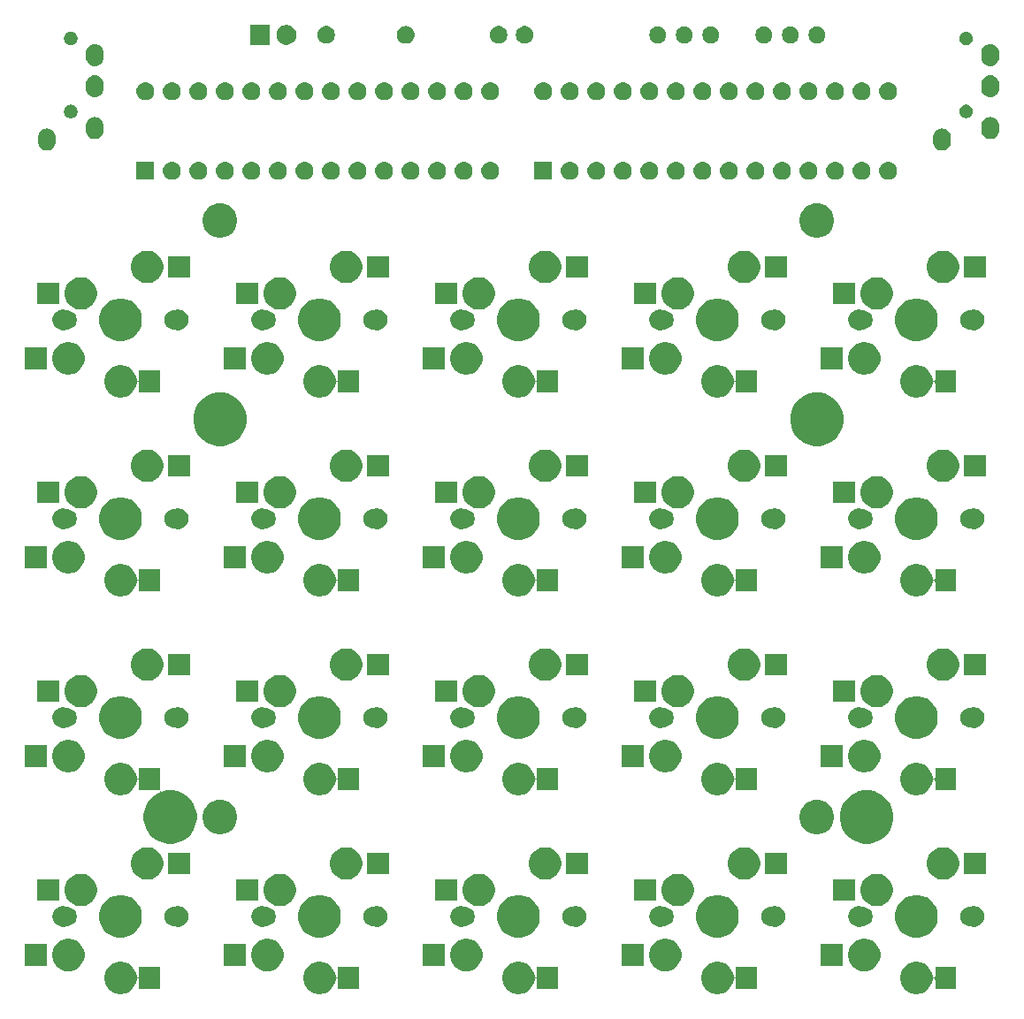
<source format=gbs>
G04 #@! TF.GenerationSoftware,KiCad,Pcbnew,5.0.2-bee76a0~70~ubuntu18.04.1*
G04 #@! TF.CreationDate,2019-02-22T00:54:51+09:00*
G04 #@! TF.ProjectId,next-keyboard,6e657874-2d6b-4657-9962-6f6172642e6b,rev?*
G04 #@! TF.SameCoordinates,Original*
G04 #@! TF.FileFunction,Soldermask,Bot*
G04 #@! TF.FilePolarity,Negative*
%FSLAX46Y46*%
G04 Gerber Fmt 4.6, Leading zero omitted, Abs format (unit mm)*
G04 Created by KiCad (PCBNEW 5.0.2-bee76a0~70~ubuntu18.04.1) date 2019年02月22日 00時54分51秒*
%MOMM*%
%LPD*%
G01*
G04 APERTURE LIST*
%ADD10C,0.100000*%
G04 APERTURE END LIST*
D10*
G36*
X90840027Y-116307736D02*
X90939910Y-116327604D01*
X91222174Y-116444521D01*
X91476205Y-116614259D01*
X91692241Y-116830295D01*
X91861979Y-117084326D01*
X91978896Y-117366590D01*
X91978896Y-117366591D01*
X92038902Y-117668259D01*
X92046015Y-117691709D01*
X92057566Y-117713319D01*
X92073112Y-117732261D01*
X92092054Y-117747807D01*
X92113665Y-117759358D01*
X92137114Y-117766471D01*
X92161500Y-117768873D01*
X92185886Y-117766471D01*
X92209336Y-117759358D01*
X92230946Y-117747807D01*
X92249888Y-117732261D01*
X92265434Y-117713319D01*
X92276985Y-117691708D01*
X92284098Y-117668259D01*
X92286500Y-117643873D01*
X92286500Y-116768000D01*
X94288500Y-116768000D01*
X94288500Y-118870000D01*
X92286500Y-118870000D01*
X92286500Y-117994127D01*
X92284098Y-117969741D01*
X92276985Y-117946292D01*
X92265434Y-117924681D01*
X92249888Y-117905739D01*
X92230946Y-117890193D01*
X92209335Y-117878642D01*
X92185886Y-117871529D01*
X92161500Y-117869127D01*
X92137114Y-117871529D01*
X92113665Y-117878642D01*
X92092054Y-117890193D01*
X92073112Y-117905739D01*
X92057566Y-117924681D01*
X92046015Y-117946292D01*
X92038902Y-117969741D01*
X92038500Y-117971760D01*
X91978896Y-118271410D01*
X91861979Y-118553674D01*
X91692241Y-118807705D01*
X91476205Y-119023741D01*
X91222174Y-119193479D01*
X90939910Y-119310396D01*
X90840027Y-119330264D01*
X90640262Y-119370000D01*
X90334738Y-119370000D01*
X90134973Y-119330264D01*
X90035090Y-119310396D01*
X89752826Y-119193479D01*
X89498795Y-119023741D01*
X89282759Y-118807705D01*
X89113021Y-118553674D01*
X88996104Y-118271410D01*
X88936500Y-117971760D01*
X88936500Y-117666240D01*
X88996104Y-117366590D01*
X89113021Y-117084326D01*
X89282759Y-116830295D01*
X89498795Y-116614259D01*
X89752826Y-116444521D01*
X90035090Y-116327604D01*
X90134973Y-116307736D01*
X90334738Y-116268000D01*
X90640262Y-116268000D01*
X90840027Y-116307736D01*
X90840027Y-116307736D01*
G37*
G36*
X109890527Y-116307736D02*
X109990410Y-116327604D01*
X110272674Y-116444521D01*
X110526705Y-116614259D01*
X110742741Y-116830295D01*
X110912479Y-117084326D01*
X111029396Y-117366590D01*
X111029396Y-117366591D01*
X111089402Y-117668259D01*
X111096515Y-117691709D01*
X111108066Y-117713319D01*
X111123612Y-117732261D01*
X111142554Y-117747807D01*
X111164165Y-117759358D01*
X111187614Y-117766471D01*
X111212000Y-117768873D01*
X111236386Y-117766471D01*
X111259836Y-117759358D01*
X111281446Y-117747807D01*
X111300388Y-117732261D01*
X111315934Y-117713319D01*
X111327485Y-117691708D01*
X111334598Y-117668259D01*
X111337000Y-117643873D01*
X111337000Y-116768000D01*
X113339000Y-116768000D01*
X113339000Y-118870000D01*
X111337000Y-118870000D01*
X111337000Y-117994127D01*
X111334598Y-117969741D01*
X111327485Y-117946292D01*
X111315934Y-117924681D01*
X111300388Y-117905739D01*
X111281446Y-117890193D01*
X111259835Y-117878642D01*
X111236386Y-117871529D01*
X111212000Y-117869127D01*
X111187614Y-117871529D01*
X111164165Y-117878642D01*
X111142554Y-117890193D01*
X111123612Y-117905739D01*
X111108066Y-117924681D01*
X111096515Y-117946292D01*
X111089402Y-117969741D01*
X111089000Y-117971760D01*
X111029396Y-118271410D01*
X110912479Y-118553674D01*
X110742741Y-118807705D01*
X110526705Y-119023741D01*
X110272674Y-119193479D01*
X109990410Y-119310396D01*
X109890527Y-119330264D01*
X109690762Y-119370000D01*
X109385238Y-119370000D01*
X109185473Y-119330264D01*
X109085590Y-119310396D01*
X108803326Y-119193479D01*
X108549295Y-119023741D01*
X108333259Y-118807705D01*
X108163521Y-118553674D01*
X108046604Y-118271410D01*
X107987000Y-117971760D01*
X107987000Y-117666240D01*
X108046604Y-117366590D01*
X108163521Y-117084326D01*
X108333259Y-116830295D01*
X108549295Y-116614259D01*
X108803326Y-116444521D01*
X109085590Y-116327604D01*
X109185473Y-116307736D01*
X109385238Y-116268000D01*
X109690762Y-116268000D01*
X109890527Y-116307736D01*
X109890527Y-116307736D01*
G37*
G36*
X71790027Y-116307736D02*
X71889910Y-116327604D01*
X72172174Y-116444521D01*
X72426205Y-116614259D01*
X72642241Y-116830295D01*
X72811979Y-117084326D01*
X72928896Y-117366590D01*
X72928896Y-117366591D01*
X72988902Y-117668259D01*
X72996015Y-117691709D01*
X73007566Y-117713319D01*
X73023112Y-117732261D01*
X73042054Y-117747807D01*
X73063665Y-117759358D01*
X73087114Y-117766471D01*
X73111500Y-117768873D01*
X73135886Y-117766471D01*
X73159336Y-117759358D01*
X73180946Y-117747807D01*
X73199888Y-117732261D01*
X73215434Y-117713319D01*
X73226985Y-117691708D01*
X73234098Y-117668259D01*
X73236500Y-117643873D01*
X73236500Y-116768000D01*
X75238500Y-116768000D01*
X75238500Y-118870000D01*
X73236500Y-118870000D01*
X73236500Y-117994127D01*
X73234098Y-117969741D01*
X73226985Y-117946292D01*
X73215434Y-117924681D01*
X73199888Y-117905739D01*
X73180946Y-117890193D01*
X73159335Y-117878642D01*
X73135886Y-117871529D01*
X73111500Y-117869127D01*
X73087114Y-117871529D01*
X73063665Y-117878642D01*
X73042054Y-117890193D01*
X73023112Y-117905739D01*
X73007566Y-117924681D01*
X72996015Y-117946292D01*
X72988902Y-117969741D01*
X72988500Y-117971760D01*
X72928896Y-118271410D01*
X72811979Y-118553674D01*
X72642241Y-118807705D01*
X72426205Y-119023741D01*
X72172174Y-119193479D01*
X71889910Y-119310396D01*
X71790027Y-119330264D01*
X71590262Y-119370000D01*
X71284738Y-119370000D01*
X71084973Y-119330264D01*
X70985090Y-119310396D01*
X70702826Y-119193479D01*
X70448795Y-119023741D01*
X70232759Y-118807705D01*
X70063021Y-118553674D01*
X69946104Y-118271410D01*
X69886500Y-117971760D01*
X69886500Y-117666240D01*
X69946104Y-117366590D01*
X70063021Y-117084326D01*
X70232759Y-116830295D01*
X70448795Y-116614259D01*
X70702826Y-116444521D01*
X70985090Y-116327604D01*
X71084973Y-116307736D01*
X71284738Y-116268000D01*
X71590262Y-116268000D01*
X71790027Y-116307736D01*
X71790027Y-116307736D01*
G37*
G36*
X52740027Y-116307736D02*
X52839910Y-116327604D01*
X53122174Y-116444521D01*
X53376205Y-116614259D01*
X53592241Y-116830295D01*
X53761979Y-117084326D01*
X53878896Y-117366590D01*
X53878896Y-117366591D01*
X53938902Y-117668259D01*
X53946015Y-117691709D01*
X53957566Y-117713319D01*
X53973112Y-117732261D01*
X53992054Y-117747807D01*
X54013665Y-117759358D01*
X54037114Y-117766471D01*
X54061500Y-117768873D01*
X54085886Y-117766471D01*
X54109336Y-117759358D01*
X54130946Y-117747807D01*
X54149888Y-117732261D01*
X54165434Y-117713319D01*
X54176985Y-117691708D01*
X54184098Y-117668259D01*
X54186500Y-117643873D01*
X54186500Y-116768000D01*
X56188500Y-116768000D01*
X56188500Y-118870000D01*
X54186500Y-118870000D01*
X54186500Y-117994127D01*
X54184098Y-117969741D01*
X54176985Y-117946292D01*
X54165434Y-117924681D01*
X54149888Y-117905739D01*
X54130946Y-117890193D01*
X54109335Y-117878642D01*
X54085886Y-117871529D01*
X54061500Y-117869127D01*
X54037114Y-117871529D01*
X54013665Y-117878642D01*
X53992054Y-117890193D01*
X53973112Y-117905739D01*
X53957566Y-117924681D01*
X53946015Y-117946292D01*
X53938902Y-117969741D01*
X53938500Y-117971760D01*
X53878896Y-118271410D01*
X53761979Y-118553674D01*
X53592241Y-118807705D01*
X53376205Y-119023741D01*
X53122174Y-119193479D01*
X52839910Y-119310396D01*
X52740027Y-119330264D01*
X52540262Y-119370000D01*
X52234738Y-119370000D01*
X52034973Y-119330264D01*
X51935090Y-119310396D01*
X51652826Y-119193479D01*
X51398795Y-119023741D01*
X51182759Y-118807705D01*
X51013021Y-118553674D01*
X50896104Y-118271410D01*
X50836500Y-117971760D01*
X50836500Y-117666240D01*
X50896104Y-117366590D01*
X51013021Y-117084326D01*
X51182759Y-116830295D01*
X51398795Y-116614259D01*
X51652826Y-116444521D01*
X51935090Y-116327604D01*
X52034973Y-116307736D01*
X52234738Y-116268000D01*
X52540262Y-116268000D01*
X52740027Y-116307736D01*
X52740027Y-116307736D01*
G37*
G36*
X33690027Y-116307736D02*
X33789910Y-116327604D01*
X34072174Y-116444521D01*
X34326205Y-116614259D01*
X34542241Y-116830295D01*
X34711979Y-117084326D01*
X34828896Y-117366590D01*
X34828896Y-117366591D01*
X34888902Y-117668259D01*
X34896015Y-117691709D01*
X34907566Y-117713319D01*
X34923112Y-117732261D01*
X34942054Y-117747807D01*
X34963665Y-117759358D01*
X34987114Y-117766471D01*
X35011500Y-117768873D01*
X35035886Y-117766471D01*
X35059336Y-117759358D01*
X35080946Y-117747807D01*
X35099888Y-117732261D01*
X35115434Y-117713319D01*
X35126985Y-117691708D01*
X35134098Y-117668259D01*
X35136500Y-117643873D01*
X35136500Y-116768000D01*
X37138500Y-116768000D01*
X37138500Y-118870000D01*
X35136500Y-118870000D01*
X35136500Y-117994127D01*
X35134098Y-117969741D01*
X35126985Y-117946292D01*
X35115434Y-117924681D01*
X35099888Y-117905739D01*
X35080946Y-117890193D01*
X35059335Y-117878642D01*
X35035886Y-117871529D01*
X35011500Y-117869127D01*
X34987114Y-117871529D01*
X34963665Y-117878642D01*
X34942054Y-117890193D01*
X34923112Y-117905739D01*
X34907566Y-117924681D01*
X34896015Y-117946292D01*
X34888902Y-117969741D01*
X34888500Y-117971760D01*
X34828896Y-118271410D01*
X34711979Y-118553674D01*
X34542241Y-118807705D01*
X34326205Y-119023741D01*
X34072174Y-119193479D01*
X33789910Y-119310396D01*
X33690027Y-119330264D01*
X33490262Y-119370000D01*
X33184738Y-119370000D01*
X32984973Y-119330264D01*
X32885090Y-119310396D01*
X32602826Y-119193479D01*
X32348795Y-119023741D01*
X32132759Y-118807705D01*
X31963021Y-118553674D01*
X31846104Y-118271410D01*
X31786500Y-117971760D01*
X31786500Y-117666240D01*
X31846104Y-117366590D01*
X31963021Y-117084326D01*
X32132759Y-116830295D01*
X32348795Y-116614259D01*
X32602826Y-116444521D01*
X32885090Y-116327604D01*
X32984973Y-116307736D01*
X33184738Y-116268000D01*
X33490262Y-116268000D01*
X33690027Y-116307736D01*
X33690027Y-116307736D01*
G37*
G36*
X66790027Y-114107736D02*
X66889910Y-114127604D01*
X67172174Y-114244521D01*
X67426205Y-114414259D01*
X67642241Y-114630295D01*
X67811979Y-114884326D01*
X67928896Y-115166590D01*
X67988500Y-115466240D01*
X67988500Y-115771760D01*
X67928896Y-116071410D01*
X67811979Y-116353674D01*
X67642241Y-116607705D01*
X67426205Y-116823741D01*
X67172174Y-116993479D01*
X66889910Y-117110396D01*
X66790027Y-117130264D01*
X66590262Y-117170000D01*
X66284738Y-117170000D01*
X66084973Y-117130264D01*
X65985090Y-117110396D01*
X65702826Y-116993479D01*
X65448795Y-116823741D01*
X65232759Y-116607705D01*
X65063021Y-116353674D01*
X64946104Y-116071410D01*
X64886500Y-115771760D01*
X64886500Y-115466240D01*
X64946104Y-115166590D01*
X65063021Y-114884326D01*
X65232759Y-114630295D01*
X65448795Y-114414259D01*
X65702826Y-114244521D01*
X65985090Y-114127604D01*
X66084973Y-114107736D01*
X66284738Y-114068000D01*
X66590262Y-114068000D01*
X66790027Y-114107736D01*
X66790027Y-114107736D01*
G37*
G36*
X104890527Y-114107736D02*
X104990410Y-114127604D01*
X105272674Y-114244521D01*
X105526705Y-114414259D01*
X105742741Y-114630295D01*
X105912479Y-114884326D01*
X106029396Y-115166590D01*
X106089000Y-115466240D01*
X106089000Y-115771760D01*
X106029396Y-116071410D01*
X105912479Y-116353674D01*
X105742741Y-116607705D01*
X105526705Y-116823741D01*
X105272674Y-116993479D01*
X104990410Y-117110396D01*
X104890527Y-117130264D01*
X104690762Y-117170000D01*
X104385238Y-117170000D01*
X104185473Y-117130264D01*
X104085590Y-117110396D01*
X103803326Y-116993479D01*
X103549295Y-116823741D01*
X103333259Y-116607705D01*
X103163521Y-116353674D01*
X103046604Y-116071410D01*
X102987000Y-115771760D01*
X102987000Y-115466240D01*
X103046604Y-115166590D01*
X103163521Y-114884326D01*
X103333259Y-114630295D01*
X103549295Y-114414259D01*
X103803326Y-114244521D01*
X104085590Y-114127604D01*
X104185473Y-114107736D01*
X104385238Y-114068000D01*
X104690762Y-114068000D01*
X104890527Y-114107736D01*
X104890527Y-114107736D01*
G37*
G36*
X28690027Y-114107736D02*
X28789910Y-114127604D01*
X29072174Y-114244521D01*
X29326205Y-114414259D01*
X29542241Y-114630295D01*
X29711979Y-114884326D01*
X29828896Y-115166590D01*
X29888500Y-115466240D01*
X29888500Y-115771760D01*
X29828896Y-116071410D01*
X29711979Y-116353674D01*
X29542241Y-116607705D01*
X29326205Y-116823741D01*
X29072174Y-116993479D01*
X28789910Y-117110396D01*
X28690027Y-117130264D01*
X28490262Y-117170000D01*
X28184738Y-117170000D01*
X27984973Y-117130264D01*
X27885090Y-117110396D01*
X27602826Y-116993479D01*
X27348795Y-116823741D01*
X27132759Y-116607705D01*
X26963021Y-116353674D01*
X26846104Y-116071410D01*
X26786500Y-115771760D01*
X26786500Y-115466240D01*
X26846104Y-115166590D01*
X26963021Y-114884326D01*
X27132759Y-114630295D01*
X27348795Y-114414259D01*
X27602826Y-114244521D01*
X27885090Y-114127604D01*
X27984973Y-114107736D01*
X28184738Y-114068000D01*
X28490262Y-114068000D01*
X28690027Y-114107736D01*
X28690027Y-114107736D01*
G37*
G36*
X85840027Y-114107736D02*
X85939910Y-114127604D01*
X86222174Y-114244521D01*
X86476205Y-114414259D01*
X86692241Y-114630295D01*
X86861979Y-114884326D01*
X86978896Y-115166590D01*
X87038500Y-115466240D01*
X87038500Y-115771760D01*
X86978896Y-116071410D01*
X86861979Y-116353674D01*
X86692241Y-116607705D01*
X86476205Y-116823741D01*
X86222174Y-116993479D01*
X85939910Y-117110396D01*
X85840027Y-117130264D01*
X85640262Y-117170000D01*
X85334738Y-117170000D01*
X85134973Y-117130264D01*
X85035090Y-117110396D01*
X84752826Y-116993479D01*
X84498795Y-116823741D01*
X84282759Y-116607705D01*
X84113021Y-116353674D01*
X83996104Y-116071410D01*
X83936500Y-115771760D01*
X83936500Y-115466240D01*
X83996104Y-115166590D01*
X84113021Y-114884326D01*
X84282759Y-114630295D01*
X84498795Y-114414259D01*
X84752826Y-114244521D01*
X85035090Y-114127604D01*
X85134973Y-114107736D01*
X85334738Y-114068000D01*
X85640262Y-114068000D01*
X85840027Y-114107736D01*
X85840027Y-114107736D01*
G37*
G36*
X47740027Y-114107736D02*
X47839910Y-114127604D01*
X48122174Y-114244521D01*
X48376205Y-114414259D01*
X48592241Y-114630295D01*
X48761979Y-114884326D01*
X48878896Y-115166590D01*
X48938500Y-115466240D01*
X48938500Y-115771760D01*
X48878896Y-116071410D01*
X48761979Y-116353674D01*
X48592241Y-116607705D01*
X48376205Y-116823741D01*
X48122174Y-116993479D01*
X47839910Y-117110396D01*
X47740027Y-117130264D01*
X47540262Y-117170000D01*
X47234738Y-117170000D01*
X47034973Y-117130264D01*
X46935090Y-117110396D01*
X46652826Y-116993479D01*
X46398795Y-116823741D01*
X46182759Y-116607705D01*
X46013021Y-116353674D01*
X45896104Y-116071410D01*
X45836500Y-115771760D01*
X45836500Y-115466240D01*
X45896104Y-115166590D01*
X46013021Y-114884326D01*
X46182759Y-114630295D01*
X46398795Y-114414259D01*
X46652826Y-114244521D01*
X46935090Y-114127604D01*
X47034973Y-114107736D01*
X47234738Y-114068000D01*
X47540262Y-114068000D01*
X47740027Y-114107736D01*
X47740027Y-114107736D01*
G37*
G36*
X45338500Y-116670000D02*
X43236500Y-116670000D01*
X43236500Y-114568000D01*
X45338500Y-114568000D01*
X45338500Y-116670000D01*
X45338500Y-116670000D01*
G37*
G36*
X26288500Y-116670000D02*
X24186500Y-116670000D01*
X24186500Y-114568000D01*
X26288500Y-114568000D01*
X26288500Y-116670000D01*
X26288500Y-116670000D01*
G37*
G36*
X83438500Y-116670000D02*
X81336500Y-116670000D01*
X81336500Y-114568000D01*
X83438500Y-114568000D01*
X83438500Y-116670000D01*
X83438500Y-116670000D01*
G37*
G36*
X102489000Y-116670000D02*
X100387000Y-116670000D01*
X100387000Y-114568000D01*
X102489000Y-114568000D01*
X102489000Y-116670000D01*
X102489000Y-116670000D01*
G37*
G36*
X64388500Y-116670000D02*
X62286500Y-116670000D01*
X62286500Y-114568000D01*
X64388500Y-114568000D01*
X64388500Y-116670000D01*
X64388500Y-116670000D01*
G37*
G36*
X33935752Y-109946818D02*
X33935754Y-109946819D01*
X33935755Y-109946819D01*
X34309013Y-110101427D01*
X34640405Y-110322857D01*
X34644939Y-110325886D01*
X34930614Y-110611561D01*
X34930616Y-110611564D01*
X35155073Y-110947487D01*
X35309681Y-111320745D01*
X35309682Y-111320748D01*
X35388500Y-111716993D01*
X35388500Y-112121007D01*
X35314436Y-112493354D01*
X35309681Y-112517255D01*
X35155073Y-112890513D01*
X35155072Y-112890514D01*
X34930614Y-113226439D01*
X34644939Y-113512114D01*
X34644936Y-113512116D01*
X34309013Y-113736573D01*
X33935755Y-113891181D01*
X33935754Y-113891181D01*
X33935752Y-113891182D01*
X33539507Y-113970000D01*
X33135493Y-113970000D01*
X32739248Y-113891182D01*
X32739246Y-113891181D01*
X32739245Y-113891181D01*
X32365987Y-113736573D01*
X32030064Y-113512116D01*
X32030061Y-113512114D01*
X31744386Y-113226439D01*
X31519928Y-112890514D01*
X31519927Y-112890513D01*
X31365319Y-112517255D01*
X31360565Y-112493354D01*
X31286500Y-112121007D01*
X31286500Y-111716993D01*
X31365318Y-111320748D01*
X31365319Y-111320745D01*
X31519927Y-110947487D01*
X31744384Y-110611564D01*
X31744386Y-110611561D01*
X32030061Y-110325886D01*
X32034595Y-110322857D01*
X32365987Y-110101427D01*
X32739245Y-109946819D01*
X32739246Y-109946819D01*
X32739248Y-109946818D01*
X33135493Y-109868000D01*
X33539507Y-109868000D01*
X33935752Y-109946818D01*
X33935752Y-109946818D01*
G37*
G36*
X52985752Y-109946818D02*
X52985754Y-109946819D01*
X52985755Y-109946819D01*
X53359013Y-110101427D01*
X53690405Y-110322857D01*
X53694939Y-110325886D01*
X53980614Y-110611561D01*
X53980616Y-110611564D01*
X54205073Y-110947487D01*
X54359681Y-111320745D01*
X54359682Y-111320748D01*
X54438500Y-111716993D01*
X54438500Y-112121007D01*
X54364436Y-112493354D01*
X54359681Y-112517255D01*
X54205073Y-112890513D01*
X54205072Y-112890514D01*
X53980614Y-113226439D01*
X53694939Y-113512114D01*
X53694936Y-113512116D01*
X53359013Y-113736573D01*
X52985755Y-113891181D01*
X52985754Y-113891181D01*
X52985752Y-113891182D01*
X52589507Y-113970000D01*
X52185493Y-113970000D01*
X51789248Y-113891182D01*
X51789246Y-113891181D01*
X51789245Y-113891181D01*
X51415987Y-113736573D01*
X51080064Y-113512116D01*
X51080061Y-113512114D01*
X50794386Y-113226439D01*
X50569928Y-112890514D01*
X50569927Y-112890513D01*
X50415319Y-112517255D01*
X50410565Y-112493354D01*
X50336500Y-112121007D01*
X50336500Y-111716993D01*
X50415318Y-111320748D01*
X50415319Y-111320745D01*
X50569927Y-110947487D01*
X50794384Y-110611564D01*
X50794386Y-110611561D01*
X51080061Y-110325886D01*
X51084595Y-110322857D01*
X51415987Y-110101427D01*
X51789245Y-109946819D01*
X51789246Y-109946819D01*
X51789248Y-109946818D01*
X52185493Y-109868000D01*
X52589507Y-109868000D01*
X52985752Y-109946818D01*
X52985752Y-109946818D01*
G37*
G36*
X72035752Y-109946818D02*
X72035754Y-109946819D01*
X72035755Y-109946819D01*
X72409013Y-110101427D01*
X72740405Y-110322857D01*
X72744939Y-110325886D01*
X73030614Y-110611561D01*
X73030616Y-110611564D01*
X73255073Y-110947487D01*
X73409681Y-111320745D01*
X73409682Y-111320748D01*
X73488500Y-111716993D01*
X73488500Y-112121007D01*
X73414436Y-112493354D01*
X73409681Y-112517255D01*
X73255073Y-112890513D01*
X73255072Y-112890514D01*
X73030614Y-113226439D01*
X72744939Y-113512114D01*
X72744936Y-113512116D01*
X72409013Y-113736573D01*
X72035755Y-113891181D01*
X72035754Y-113891181D01*
X72035752Y-113891182D01*
X71639507Y-113970000D01*
X71235493Y-113970000D01*
X70839248Y-113891182D01*
X70839246Y-113891181D01*
X70839245Y-113891181D01*
X70465987Y-113736573D01*
X70130064Y-113512116D01*
X70130061Y-113512114D01*
X69844386Y-113226439D01*
X69619928Y-112890514D01*
X69619927Y-112890513D01*
X69465319Y-112517255D01*
X69460565Y-112493354D01*
X69386500Y-112121007D01*
X69386500Y-111716993D01*
X69465318Y-111320748D01*
X69465319Y-111320745D01*
X69619927Y-110947487D01*
X69844384Y-110611564D01*
X69844386Y-110611561D01*
X70130061Y-110325886D01*
X70134595Y-110322857D01*
X70465987Y-110101427D01*
X70839245Y-109946819D01*
X70839246Y-109946819D01*
X70839248Y-109946818D01*
X71235493Y-109868000D01*
X71639507Y-109868000D01*
X72035752Y-109946818D01*
X72035752Y-109946818D01*
G37*
G36*
X91085752Y-109946818D02*
X91085754Y-109946819D01*
X91085755Y-109946819D01*
X91459013Y-110101427D01*
X91790405Y-110322857D01*
X91794939Y-110325886D01*
X92080614Y-110611561D01*
X92080616Y-110611564D01*
X92305073Y-110947487D01*
X92459681Y-111320745D01*
X92459682Y-111320748D01*
X92538500Y-111716993D01*
X92538500Y-112121007D01*
X92464436Y-112493354D01*
X92459681Y-112517255D01*
X92305073Y-112890513D01*
X92305072Y-112890514D01*
X92080614Y-113226439D01*
X91794939Y-113512114D01*
X91794936Y-113512116D01*
X91459013Y-113736573D01*
X91085755Y-113891181D01*
X91085754Y-113891181D01*
X91085752Y-113891182D01*
X90689507Y-113970000D01*
X90285493Y-113970000D01*
X89889248Y-113891182D01*
X89889246Y-113891181D01*
X89889245Y-113891181D01*
X89515987Y-113736573D01*
X89180064Y-113512116D01*
X89180061Y-113512114D01*
X88894386Y-113226439D01*
X88669928Y-112890514D01*
X88669927Y-112890513D01*
X88515319Y-112517255D01*
X88510565Y-112493354D01*
X88436500Y-112121007D01*
X88436500Y-111716993D01*
X88515318Y-111320748D01*
X88515319Y-111320745D01*
X88669927Y-110947487D01*
X88894384Y-110611564D01*
X88894386Y-110611561D01*
X89180061Y-110325886D01*
X89184595Y-110322857D01*
X89515987Y-110101427D01*
X89889245Y-109946819D01*
X89889246Y-109946819D01*
X89889248Y-109946818D01*
X90285493Y-109868000D01*
X90689507Y-109868000D01*
X91085752Y-109946818D01*
X91085752Y-109946818D01*
G37*
G36*
X110136252Y-109946818D02*
X110136254Y-109946819D01*
X110136255Y-109946819D01*
X110509513Y-110101427D01*
X110840905Y-110322857D01*
X110845439Y-110325886D01*
X111131114Y-110611561D01*
X111131116Y-110611564D01*
X111355573Y-110947487D01*
X111510181Y-111320745D01*
X111510182Y-111320748D01*
X111589000Y-111716993D01*
X111589000Y-112121007D01*
X111514936Y-112493354D01*
X111510181Y-112517255D01*
X111355573Y-112890513D01*
X111355572Y-112890514D01*
X111131114Y-113226439D01*
X110845439Y-113512114D01*
X110845436Y-113512116D01*
X110509513Y-113736573D01*
X110136255Y-113891181D01*
X110136254Y-113891181D01*
X110136252Y-113891182D01*
X109740007Y-113970000D01*
X109335993Y-113970000D01*
X108939748Y-113891182D01*
X108939746Y-113891181D01*
X108939745Y-113891181D01*
X108566487Y-113736573D01*
X108230564Y-113512116D01*
X108230561Y-113512114D01*
X107944886Y-113226439D01*
X107720428Y-112890514D01*
X107720427Y-112890513D01*
X107565819Y-112517255D01*
X107561065Y-112493354D01*
X107487000Y-112121007D01*
X107487000Y-111716993D01*
X107565818Y-111320748D01*
X107565819Y-111320745D01*
X107720427Y-110947487D01*
X107944884Y-110611564D01*
X107944886Y-110611561D01*
X108230561Y-110325886D01*
X108235095Y-110322857D01*
X108566487Y-110101427D01*
X108939745Y-109946819D01*
X108939746Y-109946819D01*
X108939748Y-109946818D01*
X109335993Y-109868000D01*
X109740007Y-109868000D01*
X110136252Y-109946818D01*
X110136252Y-109946818D01*
G37*
G36*
X104329981Y-110956468D02*
X104455561Y-111008485D01*
X104479010Y-111015598D01*
X104503396Y-111018000D01*
X104546741Y-111018000D01*
X104720812Y-111052624D01*
X104884784Y-111120544D01*
X105032354Y-111219147D01*
X105157853Y-111344646D01*
X105256456Y-111492216D01*
X105324376Y-111656188D01*
X105359000Y-111830259D01*
X105359000Y-112007741D01*
X105324376Y-112181812D01*
X105256456Y-112345784D01*
X105157853Y-112493354D01*
X105032354Y-112618853D01*
X104884784Y-112717456D01*
X104720812Y-112785376D01*
X104546741Y-112820000D01*
X104503396Y-112820000D01*
X104479010Y-112822402D01*
X104455561Y-112829515D01*
X104329981Y-112881532D01*
X104136590Y-112920000D01*
X103939410Y-112920000D01*
X103746019Y-112881532D01*
X103563850Y-112806075D01*
X103399897Y-112696525D01*
X103260475Y-112557103D01*
X103150925Y-112393150D01*
X103075468Y-112210981D01*
X103037000Y-112017590D01*
X103037000Y-111820410D01*
X103075468Y-111627019D01*
X103150925Y-111444850D01*
X103260475Y-111280897D01*
X103399897Y-111141475D01*
X103563850Y-111031925D01*
X103746019Y-110956468D01*
X103939410Y-110918000D01*
X104136590Y-110918000D01*
X104329981Y-110956468D01*
X104329981Y-110956468D01*
G37*
G36*
X77229481Y-110956468D02*
X77411650Y-111031925D01*
X77575603Y-111141475D01*
X77715025Y-111280897D01*
X77824575Y-111444850D01*
X77900032Y-111627019D01*
X77938500Y-111820410D01*
X77938500Y-112017590D01*
X77900032Y-112210981D01*
X77824575Y-112393150D01*
X77715025Y-112557103D01*
X77575603Y-112696525D01*
X77411650Y-112806075D01*
X77229481Y-112881532D01*
X77036090Y-112920000D01*
X76838910Y-112920000D01*
X76645519Y-112881532D01*
X76519939Y-112829515D01*
X76496490Y-112822402D01*
X76472104Y-112820000D01*
X76428759Y-112820000D01*
X76254688Y-112785376D01*
X76090716Y-112717456D01*
X75943146Y-112618853D01*
X75817647Y-112493354D01*
X75719044Y-112345784D01*
X75651124Y-112181812D01*
X75616500Y-112007741D01*
X75616500Y-111830259D01*
X75651124Y-111656188D01*
X75719044Y-111492216D01*
X75817647Y-111344646D01*
X75943146Y-111219147D01*
X76090716Y-111120544D01*
X76254688Y-111052624D01*
X76428759Y-111018000D01*
X76472104Y-111018000D01*
X76496490Y-111015598D01*
X76519939Y-111008485D01*
X76645519Y-110956468D01*
X76838910Y-110918000D01*
X77036090Y-110918000D01*
X77229481Y-110956468D01*
X77229481Y-110956468D01*
G37*
G36*
X115329981Y-110956468D02*
X115512150Y-111031925D01*
X115676103Y-111141475D01*
X115815525Y-111280897D01*
X115925075Y-111444850D01*
X116000532Y-111627019D01*
X116039000Y-111820410D01*
X116039000Y-112017590D01*
X116000532Y-112210981D01*
X115925075Y-112393150D01*
X115815525Y-112557103D01*
X115676103Y-112696525D01*
X115512150Y-112806075D01*
X115329981Y-112881532D01*
X115136590Y-112920000D01*
X114939410Y-112920000D01*
X114746019Y-112881532D01*
X114620439Y-112829515D01*
X114596990Y-112822402D01*
X114572604Y-112820000D01*
X114529259Y-112820000D01*
X114355188Y-112785376D01*
X114191216Y-112717456D01*
X114043646Y-112618853D01*
X113918147Y-112493354D01*
X113819544Y-112345784D01*
X113751624Y-112181812D01*
X113717000Y-112007741D01*
X113717000Y-111830259D01*
X113751624Y-111656188D01*
X113819544Y-111492216D01*
X113918147Y-111344646D01*
X114043646Y-111219147D01*
X114191216Y-111120544D01*
X114355188Y-111052624D01*
X114529259Y-111018000D01*
X114572604Y-111018000D01*
X114596990Y-111015598D01*
X114620439Y-111008485D01*
X114746019Y-110956468D01*
X114939410Y-110918000D01*
X115136590Y-110918000D01*
X115329981Y-110956468D01*
X115329981Y-110956468D01*
G37*
G36*
X66229481Y-110956468D02*
X66355061Y-111008485D01*
X66378510Y-111015598D01*
X66402896Y-111018000D01*
X66446241Y-111018000D01*
X66620312Y-111052624D01*
X66784284Y-111120544D01*
X66931854Y-111219147D01*
X67057353Y-111344646D01*
X67155956Y-111492216D01*
X67223876Y-111656188D01*
X67258500Y-111830259D01*
X67258500Y-112007741D01*
X67223876Y-112181812D01*
X67155956Y-112345784D01*
X67057353Y-112493354D01*
X66931854Y-112618853D01*
X66784284Y-112717456D01*
X66620312Y-112785376D01*
X66446241Y-112820000D01*
X66402896Y-112820000D01*
X66378510Y-112822402D01*
X66355061Y-112829515D01*
X66229481Y-112881532D01*
X66036090Y-112920000D01*
X65838910Y-112920000D01*
X65645519Y-112881532D01*
X65463350Y-112806075D01*
X65299397Y-112696525D01*
X65159975Y-112557103D01*
X65050425Y-112393150D01*
X64974968Y-112210981D01*
X64936500Y-112017590D01*
X64936500Y-111820410D01*
X64974968Y-111627019D01*
X65050425Y-111444850D01*
X65159975Y-111280897D01*
X65299397Y-111141475D01*
X65463350Y-111031925D01*
X65645519Y-110956468D01*
X65838910Y-110918000D01*
X66036090Y-110918000D01*
X66229481Y-110956468D01*
X66229481Y-110956468D01*
G37*
G36*
X96279481Y-110956468D02*
X96461650Y-111031925D01*
X96625603Y-111141475D01*
X96765025Y-111280897D01*
X96874575Y-111444850D01*
X96950032Y-111627019D01*
X96988500Y-111820410D01*
X96988500Y-112017590D01*
X96950032Y-112210981D01*
X96874575Y-112393150D01*
X96765025Y-112557103D01*
X96625603Y-112696525D01*
X96461650Y-112806075D01*
X96279481Y-112881532D01*
X96086090Y-112920000D01*
X95888910Y-112920000D01*
X95695519Y-112881532D01*
X95569939Y-112829515D01*
X95546490Y-112822402D01*
X95522104Y-112820000D01*
X95478759Y-112820000D01*
X95304688Y-112785376D01*
X95140716Y-112717456D01*
X94993146Y-112618853D01*
X94867647Y-112493354D01*
X94769044Y-112345784D01*
X94701124Y-112181812D01*
X94666500Y-112007741D01*
X94666500Y-111830259D01*
X94701124Y-111656188D01*
X94769044Y-111492216D01*
X94867647Y-111344646D01*
X94993146Y-111219147D01*
X95140716Y-111120544D01*
X95304688Y-111052624D01*
X95478759Y-111018000D01*
X95522104Y-111018000D01*
X95546490Y-111015598D01*
X95569939Y-111008485D01*
X95695519Y-110956468D01*
X95888910Y-110918000D01*
X96086090Y-110918000D01*
X96279481Y-110956468D01*
X96279481Y-110956468D01*
G37*
G36*
X85279481Y-110956468D02*
X85405061Y-111008485D01*
X85428510Y-111015598D01*
X85452896Y-111018000D01*
X85496241Y-111018000D01*
X85670312Y-111052624D01*
X85834284Y-111120544D01*
X85981854Y-111219147D01*
X86107353Y-111344646D01*
X86205956Y-111492216D01*
X86273876Y-111656188D01*
X86308500Y-111830259D01*
X86308500Y-112007741D01*
X86273876Y-112181812D01*
X86205956Y-112345784D01*
X86107353Y-112493354D01*
X85981854Y-112618853D01*
X85834284Y-112717456D01*
X85670312Y-112785376D01*
X85496241Y-112820000D01*
X85452896Y-112820000D01*
X85428510Y-112822402D01*
X85405061Y-112829515D01*
X85279481Y-112881532D01*
X85086090Y-112920000D01*
X84888910Y-112920000D01*
X84695519Y-112881532D01*
X84513350Y-112806075D01*
X84349397Y-112696525D01*
X84209975Y-112557103D01*
X84100425Y-112393150D01*
X84024968Y-112210981D01*
X83986500Y-112017590D01*
X83986500Y-111820410D01*
X84024968Y-111627019D01*
X84100425Y-111444850D01*
X84209975Y-111280897D01*
X84349397Y-111141475D01*
X84513350Y-111031925D01*
X84695519Y-110956468D01*
X84888910Y-110918000D01*
X85086090Y-110918000D01*
X85279481Y-110956468D01*
X85279481Y-110956468D01*
G37*
G36*
X58179481Y-110956468D02*
X58361650Y-111031925D01*
X58525603Y-111141475D01*
X58665025Y-111280897D01*
X58774575Y-111444850D01*
X58850032Y-111627019D01*
X58888500Y-111820410D01*
X58888500Y-112017590D01*
X58850032Y-112210981D01*
X58774575Y-112393150D01*
X58665025Y-112557103D01*
X58525603Y-112696525D01*
X58361650Y-112806075D01*
X58179481Y-112881532D01*
X57986090Y-112920000D01*
X57788910Y-112920000D01*
X57595519Y-112881532D01*
X57469939Y-112829515D01*
X57446490Y-112822402D01*
X57422104Y-112820000D01*
X57378759Y-112820000D01*
X57204688Y-112785376D01*
X57040716Y-112717456D01*
X56893146Y-112618853D01*
X56767647Y-112493354D01*
X56669044Y-112345784D01*
X56601124Y-112181812D01*
X56566500Y-112007741D01*
X56566500Y-111830259D01*
X56601124Y-111656188D01*
X56669044Y-111492216D01*
X56767647Y-111344646D01*
X56893146Y-111219147D01*
X57040716Y-111120544D01*
X57204688Y-111052624D01*
X57378759Y-111018000D01*
X57422104Y-111018000D01*
X57446490Y-111015598D01*
X57469939Y-111008485D01*
X57595519Y-110956468D01*
X57788910Y-110918000D01*
X57986090Y-110918000D01*
X58179481Y-110956468D01*
X58179481Y-110956468D01*
G37*
G36*
X47179481Y-110956468D02*
X47305061Y-111008485D01*
X47328510Y-111015598D01*
X47352896Y-111018000D01*
X47396241Y-111018000D01*
X47570312Y-111052624D01*
X47734284Y-111120544D01*
X47881854Y-111219147D01*
X48007353Y-111344646D01*
X48105956Y-111492216D01*
X48173876Y-111656188D01*
X48208500Y-111830259D01*
X48208500Y-112007741D01*
X48173876Y-112181812D01*
X48105956Y-112345784D01*
X48007353Y-112493354D01*
X47881854Y-112618853D01*
X47734284Y-112717456D01*
X47570312Y-112785376D01*
X47396241Y-112820000D01*
X47352896Y-112820000D01*
X47328510Y-112822402D01*
X47305061Y-112829515D01*
X47179481Y-112881532D01*
X46986090Y-112920000D01*
X46788910Y-112920000D01*
X46595519Y-112881532D01*
X46413350Y-112806075D01*
X46249397Y-112696525D01*
X46109975Y-112557103D01*
X46000425Y-112393150D01*
X45924968Y-112210981D01*
X45886500Y-112017590D01*
X45886500Y-111820410D01*
X45924968Y-111627019D01*
X46000425Y-111444850D01*
X46109975Y-111280897D01*
X46249397Y-111141475D01*
X46413350Y-111031925D01*
X46595519Y-110956468D01*
X46788910Y-110918000D01*
X46986090Y-110918000D01*
X47179481Y-110956468D01*
X47179481Y-110956468D01*
G37*
G36*
X39129481Y-110956468D02*
X39311650Y-111031925D01*
X39475603Y-111141475D01*
X39615025Y-111280897D01*
X39724575Y-111444850D01*
X39800032Y-111627019D01*
X39838500Y-111820410D01*
X39838500Y-112017590D01*
X39800032Y-112210981D01*
X39724575Y-112393150D01*
X39615025Y-112557103D01*
X39475603Y-112696525D01*
X39311650Y-112806075D01*
X39129481Y-112881532D01*
X38936090Y-112920000D01*
X38738910Y-112920000D01*
X38545519Y-112881532D01*
X38419939Y-112829515D01*
X38396490Y-112822402D01*
X38372104Y-112820000D01*
X38328759Y-112820000D01*
X38154688Y-112785376D01*
X37990716Y-112717456D01*
X37843146Y-112618853D01*
X37717647Y-112493354D01*
X37619044Y-112345784D01*
X37551124Y-112181812D01*
X37516500Y-112007741D01*
X37516500Y-111830259D01*
X37551124Y-111656188D01*
X37619044Y-111492216D01*
X37717647Y-111344646D01*
X37843146Y-111219147D01*
X37990716Y-111120544D01*
X38154688Y-111052624D01*
X38328759Y-111018000D01*
X38372104Y-111018000D01*
X38396490Y-111015598D01*
X38419939Y-111008485D01*
X38545519Y-110956468D01*
X38738910Y-110918000D01*
X38936090Y-110918000D01*
X39129481Y-110956468D01*
X39129481Y-110956468D01*
G37*
G36*
X28129481Y-110956468D02*
X28255061Y-111008485D01*
X28278510Y-111015598D01*
X28302896Y-111018000D01*
X28346241Y-111018000D01*
X28520312Y-111052624D01*
X28684284Y-111120544D01*
X28831854Y-111219147D01*
X28957353Y-111344646D01*
X29055956Y-111492216D01*
X29123876Y-111656188D01*
X29158500Y-111830259D01*
X29158500Y-112007741D01*
X29123876Y-112181812D01*
X29055956Y-112345784D01*
X28957353Y-112493354D01*
X28831854Y-112618853D01*
X28684284Y-112717456D01*
X28520312Y-112785376D01*
X28346241Y-112820000D01*
X28302896Y-112820000D01*
X28278510Y-112822402D01*
X28255061Y-112829515D01*
X28129481Y-112881532D01*
X27936090Y-112920000D01*
X27738910Y-112920000D01*
X27545519Y-112881532D01*
X27363350Y-112806075D01*
X27199397Y-112696525D01*
X27059975Y-112557103D01*
X26950425Y-112393150D01*
X26874968Y-112210981D01*
X26836500Y-112017590D01*
X26836500Y-111820410D01*
X26874968Y-111627019D01*
X26950425Y-111444850D01*
X27059975Y-111280897D01*
X27199397Y-111141475D01*
X27363350Y-111031925D01*
X27545519Y-110956468D01*
X27738910Y-110918000D01*
X27936090Y-110918000D01*
X28129481Y-110956468D01*
X28129481Y-110956468D01*
G37*
G36*
X87030027Y-107867736D02*
X87129910Y-107887604D01*
X87412174Y-108004521D01*
X87666205Y-108174259D01*
X87882241Y-108390295D01*
X88051979Y-108644326D01*
X88168896Y-108926590D01*
X88228500Y-109226240D01*
X88228500Y-109531760D01*
X88168896Y-109831410D01*
X88051979Y-110113674D01*
X87882241Y-110367705D01*
X87666205Y-110583741D01*
X87412174Y-110753479D01*
X87129910Y-110870396D01*
X87030027Y-110890264D01*
X86830262Y-110930000D01*
X86524738Y-110930000D01*
X86324973Y-110890264D01*
X86225090Y-110870396D01*
X85942826Y-110753479D01*
X85688795Y-110583741D01*
X85472759Y-110367705D01*
X85303021Y-110113674D01*
X85186104Y-109831410D01*
X85126500Y-109531760D01*
X85126500Y-109226240D01*
X85186104Y-108926590D01*
X85303021Y-108644326D01*
X85472759Y-108390295D01*
X85688795Y-108174259D01*
X85942826Y-108004521D01*
X86225090Y-107887604D01*
X86324973Y-107867736D01*
X86524738Y-107828000D01*
X86830262Y-107828000D01*
X87030027Y-107867736D01*
X87030027Y-107867736D01*
G37*
G36*
X106080527Y-107867736D02*
X106180410Y-107887604D01*
X106462674Y-108004521D01*
X106716705Y-108174259D01*
X106932741Y-108390295D01*
X107102479Y-108644326D01*
X107219396Y-108926590D01*
X107279000Y-109226240D01*
X107279000Y-109531760D01*
X107219396Y-109831410D01*
X107102479Y-110113674D01*
X106932741Y-110367705D01*
X106716705Y-110583741D01*
X106462674Y-110753479D01*
X106180410Y-110870396D01*
X106080527Y-110890264D01*
X105880762Y-110930000D01*
X105575238Y-110930000D01*
X105375473Y-110890264D01*
X105275590Y-110870396D01*
X104993326Y-110753479D01*
X104739295Y-110583741D01*
X104523259Y-110367705D01*
X104353521Y-110113674D01*
X104236604Y-109831410D01*
X104177000Y-109531760D01*
X104177000Y-109226240D01*
X104236604Y-108926590D01*
X104353521Y-108644326D01*
X104523259Y-108390295D01*
X104739295Y-108174259D01*
X104993326Y-108004521D01*
X105275590Y-107887604D01*
X105375473Y-107867736D01*
X105575238Y-107828000D01*
X105880762Y-107828000D01*
X106080527Y-107867736D01*
X106080527Y-107867736D01*
G37*
G36*
X48930027Y-107867736D02*
X49029910Y-107887604D01*
X49312174Y-108004521D01*
X49566205Y-108174259D01*
X49782241Y-108390295D01*
X49951979Y-108644326D01*
X50068896Y-108926590D01*
X50128500Y-109226240D01*
X50128500Y-109531760D01*
X50068896Y-109831410D01*
X49951979Y-110113674D01*
X49782241Y-110367705D01*
X49566205Y-110583741D01*
X49312174Y-110753479D01*
X49029910Y-110870396D01*
X48930027Y-110890264D01*
X48730262Y-110930000D01*
X48424738Y-110930000D01*
X48224973Y-110890264D01*
X48125090Y-110870396D01*
X47842826Y-110753479D01*
X47588795Y-110583741D01*
X47372759Y-110367705D01*
X47203021Y-110113674D01*
X47086104Y-109831410D01*
X47026500Y-109531760D01*
X47026500Y-109226240D01*
X47086104Y-108926590D01*
X47203021Y-108644326D01*
X47372759Y-108390295D01*
X47588795Y-108174259D01*
X47842826Y-108004521D01*
X48125090Y-107887604D01*
X48224973Y-107867736D01*
X48424738Y-107828000D01*
X48730262Y-107828000D01*
X48930027Y-107867736D01*
X48930027Y-107867736D01*
G37*
G36*
X29880027Y-107867736D02*
X29979910Y-107887604D01*
X30262174Y-108004521D01*
X30516205Y-108174259D01*
X30732241Y-108390295D01*
X30901979Y-108644326D01*
X31018896Y-108926590D01*
X31078500Y-109226240D01*
X31078500Y-109531760D01*
X31018896Y-109831410D01*
X30901979Y-110113674D01*
X30732241Y-110367705D01*
X30516205Y-110583741D01*
X30262174Y-110753479D01*
X29979910Y-110870396D01*
X29880027Y-110890264D01*
X29680262Y-110930000D01*
X29374738Y-110930000D01*
X29174973Y-110890264D01*
X29075090Y-110870396D01*
X28792826Y-110753479D01*
X28538795Y-110583741D01*
X28322759Y-110367705D01*
X28153021Y-110113674D01*
X28036104Y-109831410D01*
X27976500Y-109531760D01*
X27976500Y-109226240D01*
X28036104Y-108926590D01*
X28153021Y-108644326D01*
X28322759Y-108390295D01*
X28538795Y-108174259D01*
X28792826Y-108004521D01*
X29075090Y-107887604D01*
X29174973Y-107867736D01*
X29374738Y-107828000D01*
X29680262Y-107828000D01*
X29880027Y-107867736D01*
X29880027Y-107867736D01*
G37*
G36*
X67980027Y-107867736D02*
X68079910Y-107887604D01*
X68362174Y-108004521D01*
X68616205Y-108174259D01*
X68832241Y-108390295D01*
X69001979Y-108644326D01*
X69118896Y-108926590D01*
X69178500Y-109226240D01*
X69178500Y-109531760D01*
X69118896Y-109831410D01*
X69001979Y-110113674D01*
X68832241Y-110367705D01*
X68616205Y-110583741D01*
X68362174Y-110753479D01*
X68079910Y-110870396D01*
X67980027Y-110890264D01*
X67780262Y-110930000D01*
X67474738Y-110930000D01*
X67274973Y-110890264D01*
X67175090Y-110870396D01*
X66892826Y-110753479D01*
X66638795Y-110583741D01*
X66422759Y-110367705D01*
X66253021Y-110113674D01*
X66136104Y-109831410D01*
X66076500Y-109531760D01*
X66076500Y-109226240D01*
X66136104Y-108926590D01*
X66253021Y-108644326D01*
X66422759Y-108390295D01*
X66638795Y-108174259D01*
X66892826Y-108004521D01*
X67175090Y-107887604D01*
X67274973Y-107867736D01*
X67474738Y-107828000D01*
X67780262Y-107828000D01*
X67980027Y-107867736D01*
X67980027Y-107867736D01*
G37*
G36*
X84638500Y-110430000D02*
X82536500Y-110430000D01*
X82536500Y-108328000D01*
X84638500Y-108328000D01*
X84638500Y-110430000D01*
X84638500Y-110430000D01*
G37*
G36*
X46538500Y-110430000D02*
X44436500Y-110430000D01*
X44436500Y-108328000D01*
X46538500Y-108328000D01*
X46538500Y-110430000D01*
X46538500Y-110430000D01*
G37*
G36*
X103689000Y-110430000D02*
X101587000Y-110430000D01*
X101587000Y-108328000D01*
X103689000Y-108328000D01*
X103689000Y-110430000D01*
X103689000Y-110430000D01*
G37*
G36*
X27488500Y-110430000D02*
X25386500Y-110430000D01*
X25386500Y-108328000D01*
X27488500Y-108328000D01*
X27488500Y-110430000D01*
X27488500Y-110430000D01*
G37*
G36*
X65588500Y-110430000D02*
X63486500Y-110430000D01*
X63486500Y-108328000D01*
X65588500Y-108328000D01*
X65588500Y-110430000D01*
X65588500Y-110430000D01*
G37*
G36*
X36230027Y-105327736D02*
X36329910Y-105347604D01*
X36612174Y-105464521D01*
X36866205Y-105634259D01*
X37082241Y-105850295D01*
X37251979Y-106104326D01*
X37368896Y-106386590D01*
X37428500Y-106686240D01*
X37428500Y-106991760D01*
X37368896Y-107291410D01*
X37251979Y-107573674D01*
X37082241Y-107827705D01*
X36866205Y-108043741D01*
X36612174Y-108213479D01*
X36329910Y-108330396D01*
X36230027Y-108350264D01*
X36030262Y-108390000D01*
X35724738Y-108390000D01*
X35524973Y-108350264D01*
X35425090Y-108330396D01*
X35142826Y-108213479D01*
X34888795Y-108043741D01*
X34672759Y-107827705D01*
X34503021Y-107573674D01*
X34386104Y-107291410D01*
X34326500Y-106991760D01*
X34326500Y-106686240D01*
X34386104Y-106386590D01*
X34503021Y-106104326D01*
X34672759Y-105850295D01*
X34888795Y-105634259D01*
X35142826Y-105464521D01*
X35425090Y-105347604D01*
X35524973Y-105327736D01*
X35724738Y-105288000D01*
X36030262Y-105288000D01*
X36230027Y-105327736D01*
X36230027Y-105327736D01*
G37*
G36*
X74330027Y-105327736D02*
X74429910Y-105347604D01*
X74712174Y-105464521D01*
X74966205Y-105634259D01*
X75182241Y-105850295D01*
X75351979Y-106104326D01*
X75468896Y-106386590D01*
X75528500Y-106686240D01*
X75528500Y-106991760D01*
X75468896Y-107291410D01*
X75351979Y-107573674D01*
X75182241Y-107827705D01*
X74966205Y-108043741D01*
X74712174Y-108213479D01*
X74429910Y-108330396D01*
X74330027Y-108350264D01*
X74130262Y-108390000D01*
X73824738Y-108390000D01*
X73624973Y-108350264D01*
X73525090Y-108330396D01*
X73242826Y-108213479D01*
X72988795Y-108043741D01*
X72772759Y-107827705D01*
X72603021Y-107573674D01*
X72486104Y-107291410D01*
X72426500Y-106991760D01*
X72426500Y-106686240D01*
X72486104Y-106386590D01*
X72603021Y-106104326D01*
X72772759Y-105850295D01*
X72988795Y-105634259D01*
X73242826Y-105464521D01*
X73525090Y-105347604D01*
X73624973Y-105327736D01*
X73824738Y-105288000D01*
X74130262Y-105288000D01*
X74330027Y-105327736D01*
X74330027Y-105327736D01*
G37*
G36*
X112430527Y-105327736D02*
X112530410Y-105347604D01*
X112812674Y-105464521D01*
X113066705Y-105634259D01*
X113282741Y-105850295D01*
X113452479Y-106104326D01*
X113569396Y-106386590D01*
X113629000Y-106686240D01*
X113629000Y-106991760D01*
X113569396Y-107291410D01*
X113452479Y-107573674D01*
X113282741Y-107827705D01*
X113066705Y-108043741D01*
X112812674Y-108213479D01*
X112530410Y-108330396D01*
X112430527Y-108350264D01*
X112230762Y-108390000D01*
X111925238Y-108390000D01*
X111725473Y-108350264D01*
X111625590Y-108330396D01*
X111343326Y-108213479D01*
X111089295Y-108043741D01*
X110873259Y-107827705D01*
X110703521Y-107573674D01*
X110586604Y-107291410D01*
X110527000Y-106991760D01*
X110527000Y-106686240D01*
X110586604Y-106386590D01*
X110703521Y-106104326D01*
X110873259Y-105850295D01*
X111089295Y-105634259D01*
X111343326Y-105464521D01*
X111625590Y-105347604D01*
X111725473Y-105327736D01*
X111925238Y-105288000D01*
X112230762Y-105288000D01*
X112430527Y-105327736D01*
X112430527Y-105327736D01*
G37*
G36*
X55280027Y-105327736D02*
X55379910Y-105347604D01*
X55662174Y-105464521D01*
X55916205Y-105634259D01*
X56132241Y-105850295D01*
X56301979Y-106104326D01*
X56418896Y-106386590D01*
X56478500Y-106686240D01*
X56478500Y-106991760D01*
X56418896Y-107291410D01*
X56301979Y-107573674D01*
X56132241Y-107827705D01*
X55916205Y-108043741D01*
X55662174Y-108213479D01*
X55379910Y-108330396D01*
X55280027Y-108350264D01*
X55080262Y-108390000D01*
X54774738Y-108390000D01*
X54574973Y-108350264D01*
X54475090Y-108330396D01*
X54192826Y-108213479D01*
X53938795Y-108043741D01*
X53722759Y-107827705D01*
X53553021Y-107573674D01*
X53436104Y-107291410D01*
X53376500Y-106991760D01*
X53376500Y-106686240D01*
X53436104Y-106386590D01*
X53553021Y-106104326D01*
X53722759Y-105850295D01*
X53938795Y-105634259D01*
X54192826Y-105464521D01*
X54475090Y-105347604D01*
X54574973Y-105327736D01*
X54774738Y-105288000D01*
X55080262Y-105288000D01*
X55280027Y-105327736D01*
X55280027Y-105327736D01*
G37*
G36*
X93380027Y-105327736D02*
X93479910Y-105347604D01*
X93762174Y-105464521D01*
X94016205Y-105634259D01*
X94232241Y-105850295D01*
X94401979Y-106104326D01*
X94518896Y-106386590D01*
X94578500Y-106686240D01*
X94578500Y-106991760D01*
X94518896Y-107291410D01*
X94401979Y-107573674D01*
X94232241Y-107827705D01*
X94016205Y-108043741D01*
X93762174Y-108213479D01*
X93479910Y-108330396D01*
X93380027Y-108350264D01*
X93180262Y-108390000D01*
X92874738Y-108390000D01*
X92674973Y-108350264D01*
X92575090Y-108330396D01*
X92292826Y-108213479D01*
X92038795Y-108043741D01*
X91822759Y-107827705D01*
X91653021Y-107573674D01*
X91536104Y-107291410D01*
X91476500Y-106991760D01*
X91476500Y-106686240D01*
X91536104Y-106386590D01*
X91653021Y-106104326D01*
X91822759Y-105850295D01*
X92038795Y-105634259D01*
X92292826Y-105464521D01*
X92575090Y-105347604D01*
X92674973Y-105327736D01*
X92874738Y-105288000D01*
X93180262Y-105288000D01*
X93380027Y-105327736D01*
X93380027Y-105327736D01*
G37*
G36*
X39988500Y-107890000D02*
X37886500Y-107890000D01*
X37886500Y-105788000D01*
X39988500Y-105788000D01*
X39988500Y-107890000D01*
X39988500Y-107890000D01*
G37*
G36*
X116189000Y-107890000D02*
X114087000Y-107890000D01*
X114087000Y-105788000D01*
X116189000Y-105788000D01*
X116189000Y-107890000D01*
X116189000Y-107890000D01*
G37*
G36*
X97138500Y-107890000D02*
X95036500Y-107890000D01*
X95036500Y-105788000D01*
X97138500Y-105788000D01*
X97138500Y-107890000D01*
X97138500Y-107890000D01*
G37*
G36*
X78088500Y-107890000D02*
X75986500Y-107890000D01*
X75986500Y-105788000D01*
X78088500Y-105788000D01*
X78088500Y-107890000D01*
X78088500Y-107890000D01*
G37*
G36*
X59038500Y-107890000D02*
X56936500Y-107890000D01*
X56936500Y-105788000D01*
X59038500Y-105788000D01*
X59038500Y-107890000D01*
X59038500Y-107890000D01*
G37*
G36*
X33690027Y-97257536D02*
X33789910Y-97277404D01*
X34072174Y-97394321D01*
X34326205Y-97564059D01*
X34542241Y-97780095D01*
X34711979Y-98034126D01*
X34828896Y-98316390D01*
X34828896Y-98316391D01*
X34888902Y-98618059D01*
X34896015Y-98641509D01*
X34907566Y-98663119D01*
X34923112Y-98682061D01*
X34942054Y-98697607D01*
X34963665Y-98709158D01*
X34987114Y-98716271D01*
X35011500Y-98718673D01*
X35035886Y-98716271D01*
X35059336Y-98709158D01*
X35080946Y-98697607D01*
X35099888Y-98682061D01*
X35115434Y-98663119D01*
X35126985Y-98641508D01*
X35134098Y-98618059D01*
X35136500Y-98593673D01*
X35136500Y-97717800D01*
X37138500Y-97717800D01*
X37138500Y-99844008D01*
X37140902Y-99868394D01*
X37148015Y-99891843D01*
X37159566Y-99913454D01*
X37175112Y-99932396D01*
X37194054Y-99947942D01*
X37215665Y-99959493D01*
X37239114Y-99966606D01*
X37263500Y-99969008D01*
X37287886Y-99966606D01*
X37311335Y-99959493D01*
X37355902Y-99941033D01*
X37848747Y-99843000D01*
X38351253Y-99843000D01*
X38844096Y-99941033D01*
X38844098Y-99941034D01*
X38844099Y-99941034D01*
X39308352Y-100133333D01*
X39587419Y-100319800D01*
X39726171Y-100412511D01*
X40081489Y-100767829D01*
X40081491Y-100767832D01*
X40360667Y-101185648D01*
X40552966Y-101649901D01*
X40651000Y-102142748D01*
X40651000Y-102645252D01*
X40552966Y-103138099D01*
X40360667Y-103602352D01*
X40190451Y-103857098D01*
X40081489Y-104020171D01*
X39726171Y-104375489D01*
X39726168Y-104375491D01*
X39308352Y-104654667D01*
X38844099Y-104846966D01*
X38844098Y-104846966D01*
X38844096Y-104846967D01*
X38351253Y-104945000D01*
X37848747Y-104945000D01*
X37355904Y-104846967D01*
X37355902Y-104846966D01*
X37355901Y-104846966D01*
X36891648Y-104654667D01*
X36473832Y-104375491D01*
X36473829Y-104375489D01*
X36118511Y-104020171D01*
X36009549Y-103857098D01*
X35839333Y-103602352D01*
X35647034Y-103138099D01*
X35549000Y-102645252D01*
X35549000Y-102142748D01*
X35647034Y-101649901D01*
X35839333Y-101185648D01*
X36118509Y-100767832D01*
X36118511Y-100767829D01*
X36473829Y-100412511D01*
X36612581Y-100319800D01*
X36891648Y-100133333D01*
X37068005Y-100060284D01*
X37089614Y-100048734D01*
X37108556Y-100033188D01*
X37124102Y-100014246D01*
X37135653Y-99992635D01*
X37142766Y-99969186D01*
X37145168Y-99944800D01*
X37142766Y-99920414D01*
X37135653Y-99896965D01*
X37124102Y-99875354D01*
X37108556Y-99856412D01*
X37089614Y-99840866D01*
X37068003Y-99829315D01*
X37044554Y-99822202D01*
X37020168Y-99819800D01*
X35136500Y-99819800D01*
X35136500Y-98943927D01*
X35134098Y-98919541D01*
X35126985Y-98896092D01*
X35115434Y-98874481D01*
X35099888Y-98855539D01*
X35080946Y-98839993D01*
X35059335Y-98828442D01*
X35035886Y-98821329D01*
X35011500Y-98818927D01*
X34987114Y-98821329D01*
X34963665Y-98828442D01*
X34942054Y-98839993D01*
X34923112Y-98855539D01*
X34907566Y-98874481D01*
X34896015Y-98896092D01*
X34888902Y-98919541D01*
X34888500Y-98921560D01*
X34828896Y-99221210D01*
X34711979Y-99503474D01*
X34542241Y-99757505D01*
X34326205Y-99973541D01*
X34072174Y-100143279D01*
X33789910Y-100260196D01*
X33690027Y-100280064D01*
X33490262Y-100319800D01*
X33184738Y-100319800D01*
X32984973Y-100280064D01*
X32885090Y-100260196D01*
X32602826Y-100143279D01*
X32348795Y-99973541D01*
X32132759Y-99757505D01*
X31963021Y-99503474D01*
X31846104Y-99221210D01*
X31786500Y-98921560D01*
X31786500Y-98616040D01*
X31846104Y-98316390D01*
X31963021Y-98034126D01*
X32132759Y-97780095D01*
X32348795Y-97564059D01*
X32602826Y-97394321D01*
X32885090Y-97277404D01*
X32984973Y-97257536D01*
X33184738Y-97217800D01*
X33490262Y-97217800D01*
X33690027Y-97257536D01*
X33690027Y-97257536D01*
G37*
G36*
X105519096Y-99941033D02*
X105519098Y-99941034D01*
X105519099Y-99941034D01*
X105983352Y-100133333D01*
X106262419Y-100319800D01*
X106401171Y-100412511D01*
X106756489Y-100767829D01*
X106756491Y-100767832D01*
X107035667Y-101185648D01*
X107227966Y-101649901D01*
X107326000Y-102142748D01*
X107326000Y-102645252D01*
X107227966Y-103138099D01*
X107035667Y-103602352D01*
X106865451Y-103857098D01*
X106756489Y-104020171D01*
X106401171Y-104375489D01*
X106401168Y-104375491D01*
X105983352Y-104654667D01*
X105519099Y-104846966D01*
X105519098Y-104846966D01*
X105519096Y-104846967D01*
X105026253Y-104945000D01*
X104523747Y-104945000D01*
X104030904Y-104846967D01*
X104030902Y-104846966D01*
X104030901Y-104846966D01*
X103566648Y-104654667D01*
X103148832Y-104375491D01*
X103148829Y-104375489D01*
X102793511Y-104020171D01*
X102684549Y-103857098D01*
X102514333Y-103602352D01*
X102322034Y-103138099D01*
X102224000Y-102645252D01*
X102224000Y-102142748D01*
X102322034Y-101649901D01*
X102514333Y-101185648D01*
X102793509Y-100767832D01*
X102793511Y-100767829D01*
X103148829Y-100412511D01*
X103287581Y-100319800D01*
X103566648Y-100133333D01*
X104030901Y-99941034D01*
X104030902Y-99941034D01*
X104030904Y-99941033D01*
X104523747Y-99843000D01*
X105026253Y-99843000D01*
X105519096Y-99941033D01*
X105519096Y-99941033D01*
G37*
G36*
X100387256Y-100785298D02*
X100493579Y-100806447D01*
X100794042Y-100930903D01*
X101060852Y-101109180D01*
X101064454Y-101111587D01*
X101294413Y-101341546D01*
X101475098Y-101611960D01*
X101599553Y-101912422D01*
X101663000Y-102231389D01*
X101663000Y-102556611D01*
X101599553Y-102875578D01*
X101475098Y-103176040D01*
X101294413Y-103446454D01*
X101064454Y-103676413D01*
X101064451Y-103676415D01*
X100794042Y-103857097D01*
X100493579Y-103981553D01*
X100387256Y-104002702D01*
X100174611Y-104045000D01*
X99849389Y-104045000D01*
X99636744Y-104002702D01*
X99530421Y-103981553D01*
X99229958Y-103857097D01*
X98959549Y-103676415D01*
X98959546Y-103676413D01*
X98729587Y-103446454D01*
X98548902Y-103176040D01*
X98424447Y-102875578D01*
X98361000Y-102556611D01*
X98361000Y-102231389D01*
X98424447Y-101912422D01*
X98548902Y-101611960D01*
X98729587Y-101341546D01*
X98959546Y-101111587D01*
X98963148Y-101109180D01*
X99229958Y-100930903D01*
X99530421Y-100806447D01*
X99636744Y-100785298D01*
X99849389Y-100743000D01*
X100174611Y-100743000D01*
X100387256Y-100785298D01*
X100387256Y-100785298D01*
G37*
G36*
X43237756Y-100785298D02*
X43344079Y-100806447D01*
X43644542Y-100930903D01*
X43911352Y-101109180D01*
X43914954Y-101111587D01*
X44144913Y-101341546D01*
X44325598Y-101611960D01*
X44450053Y-101912422D01*
X44513500Y-102231389D01*
X44513500Y-102556611D01*
X44450053Y-102875578D01*
X44325598Y-103176040D01*
X44144913Y-103446454D01*
X43914954Y-103676413D01*
X43914951Y-103676415D01*
X43644542Y-103857097D01*
X43344079Y-103981553D01*
X43237756Y-104002702D01*
X43025111Y-104045000D01*
X42699889Y-104045000D01*
X42487244Y-104002702D01*
X42380921Y-103981553D01*
X42080458Y-103857097D01*
X41810049Y-103676415D01*
X41810046Y-103676413D01*
X41580087Y-103446454D01*
X41399402Y-103176040D01*
X41274947Y-102875578D01*
X41211500Y-102556611D01*
X41211500Y-102231389D01*
X41274947Y-101912422D01*
X41399402Y-101611960D01*
X41580087Y-101341546D01*
X41810046Y-101111587D01*
X41813648Y-101109180D01*
X42080458Y-100930903D01*
X42380921Y-100806447D01*
X42487244Y-100785298D01*
X42699889Y-100743000D01*
X43025111Y-100743000D01*
X43237756Y-100785298D01*
X43237756Y-100785298D01*
G37*
G36*
X90840027Y-97257536D02*
X90939910Y-97277404D01*
X91222174Y-97394321D01*
X91476205Y-97564059D01*
X91692241Y-97780095D01*
X91861979Y-98034126D01*
X91978896Y-98316390D01*
X91978896Y-98316391D01*
X92038902Y-98618059D01*
X92046015Y-98641509D01*
X92057566Y-98663119D01*
X92073112Y-98682061D01*
X92092054Y-98697607D01*
X92113665Y-98709158D01*
X92137114Y-98716271D01*
X92161500Y-98718673D01*
X92185886Y-98716271D01*
X92209336Y-98709158D01*
X92230946Y-98697607D01*
X92249888Y-98682061D01*
X92265434Y-98663119D01*
X92276985Y-98641508D01*
X92284098Y-98618059D01*
X92286500Y-98593673D01*
X92286500Y-97717800D01*
X94288500Y-97717800D01*
X94288500Y-99819800D01*
X92286500Y-99819800D01*
X92286500Y-98943927D01*
X92284098Y-98919541D01*
X92276985Y-98896092D01*
X92265434Y-98874481D01*
X92249888Y-98855539D01*
X92230946Y-98839993D01*
X92209335Y-98828442D01*
X92185886Y-98821329D01*
X92161500Y-98818927D01*
X92137114Y-98821329D01*
X92113665Y-98828442D01*
X92092054Y-98839993D01*
X92073112Y-98855539D01*
X92057566Y-98874481D01*
X92046015Y-98896092D01*
X92038902Y-98919541D01*
X92038500Y-98921560D01*
X91978896Y-99221210D01*
X91861979Y-99503474D01*
X91692241Y-99757505D01*
X91476205Y-99973541D01*
X91222174Y-100143279D01*
X90939910Y-100260196D01*
X90840027Y-100280064D01*
X90640262Y-100319800D01*
X90334738Y-100319800D01*
X90134973Y-100280064D01*
X90035090Y-100260196D01*
X89752826Y-100143279D01*
X89498795Y-99973541D01*
X89282759Y-99757505D01*
X89113021Y-99503474D01*
X88996104Y-99221210D01*
X88936500Y-98921560D01*
X88936500Y-98616040D01*
X88996104Y-98316390D01*
X89113021Y-98034126D01*
X89282759Y-97780095D01*
X89498795Y-97564059D01*
X89752826Y-97394321D01*
X90035090Y-97277404D01*
X90134973Y-97257536D01*
X90334738Y-97217800D01*
X90640262Y-97217800D01*
X90840027Y-97257536D01*
X90840027Y-97257536D01*
G37*
G36*
X109890527Y-97257536D02*
X109990410Y-97277404D01*
X110272674Y-97394321D01*
X110526705Y-97564059D01*
X110742741Y-97780095D01*
X110912479Y-98034126D01*
X111029396Y-98316390D01*
X111029396Y-98316391D01*
X111089402Y-98618059D01*
X111096515Y-98641509D01*
X111108066Y-98663119D01*
X111123612Y-98682061D01*
X111142554Y-98697607D01*
X111164165Y-98709158D01*
X111187614Y-98716271D01*
X111212000Y-98718673D01*
X111236386Y-98716271D01*
X111259836Y-98709158D01*
X111281446Y-98697607D01*
X111300388Y-98682061D01*
X111315934Y-98663119D01*
X111327485Y-98641508D01*
X111334598Y-98618059D01*
X111337000Y-98593673D01*
X111337000Y-97717800D01*
X113339000Y-97717800D01*
X113339000Y-99819800D01*
X111337000Y-99819800D01*
X111337000Y-98943927D01*
X111334598Y-98919541D01*
X111327485Y-98896092D01*
X111315934Y-98874481D01*
X111300388Y-98855539D01*
X111281446Y-98839993D01*
X111259835Y-98828442D01*
X111236386Y-98821329D01*
X111212000Y-98818927D01*
X111187614Y-98821329D01*
X111164165Y-98828442D01*
X111142554Y-98839993D01*
X111123612Y-98855539D01*
X111108066Y-98874481D01*
X111096515Y-98896092D01*
X111089402Y-98919541D01*
X111089000Y-98921560D01*
X111029396Y-99221210D01*
X110912479Y-99503474D01*
X110742741Y-99757505D01*
X110526705Y-99973541D01*
X110272674Y-100143279D01*
X109990410Y-100260196D01*
X109890527Y-100280064D01*
X109690762Y-100319800D01*
X109385238Y-100319800D01*
X109185473Y-100280064D01*
X109085590Y-100260196D01*
X108803326Y-100143279D01*
X108549295Y-99973541D01*
X108333259Y-99757505D01*
X108163521Y-99503474D01*
X108046604Y-99221210D01*
X107987000Y-98921560D01*
X107987000Y-98616040D01*
X108046604Y-98316390D01*
X108163521Y-98034126D01*
X108333259Y-97780095D01*
X108549295Y-97564059D01*
X108803326Y-97394321D01*
X109085590Y-97277404D01*
X109185473Y-97257536D01*
X109385238Y-97217800D01*
X109690762Y-97217800D01*
X109890527Y-97257536D01*
X109890527Y-97257536D01*
G37*
G36*
X52740027Y-97257536D02*
X52839910Y-97277404D01*
X53122174Y-97394321D01*
X53376205Y-97564059D01*
X53592241Y-97780095D01*
X53761979Y-98034126D01*
X53878896Y-98316390D01*
X53878896Y-98316391D01*
X53938902Y-98618059D01*
X53946015Y-98641509D01*
X53957566Y-98663119D01*
X53973112Y-98682061D01*
X53992054Y-98697607D01*
X54013665Y-98709158D01*
X54037114Y-98716271D01*
X54061500Y-98718673D01*
X54085886Y-98716271D01*
X54109336Y-98709158D01*
X54130946Y-98697607D01*
X54149888Y-98682061D01*
X54165434Y-98663119D01*
X54176985Y-98641508D01*
X54184098Y-98618059D01*
X54186500Y-98593673D01*
X54186500Y-97717800D01*
X56188500Y-97717800D01*
X56188500Y-99819800D01*
X54186500Y-99819800D01*
X54186500Y-98943927D01*
X54184098Y-98919541D01*
X54176985Y-98896092D01*
X54165434Y-98874481D01*
X54149888Y-98855539D01*
X54130946Y-98839993D01*
X54109335Y-98828442D01*
X54085886Y-98821329D01*
X54061500Y-98818927D01*
X54037114Y-98821329D01*
X54013665Y-98828442D01*
X53992054Y-98839993D01*
X53973112Y-98855539D01*
X53957566Y-98874481D01*
X53946015Y-98896092D01*
X53938902Y-98919541D01*
X53938500Y-98921560D01*
X53878896Y-99221210D01*
X53761979Y-99503474D01*
X53592241Y-99757505D01*
X53376205Y-99973541D01*
X53122174Y-100143279D01*
X52839910Y-100260196D01*
X52740027Y-100280064D01*
X52540262Y-100319800D01*
X52234738Y-100319800D01*
X52034973Y-100280064D01*
X51935090Y-100260196D01*
X51652826Y-100143279D01*
X51398795Y-99973541D01*
X51182759Y-99757505D01*
X51013021Y-99503474D01*
X50896104Y-99221210D01*
X50836500Y-98921560D01*
X50836500Y-98616040D01*
X50896104Y-98316390D01*
X51013021Y-98034126D01*
X51182759Y-97780095D01*
X51398795Y-97564059D01*
X51652826Y-97394321D01*
X51935090Y-97277404D01*
X52034973Y-97257536D01*
X52234738Y-97217800D01*
X52540262Y-97217800D01*
X52740027Y-97257536D01*
X52740027Y-97257536D01*
G37*
G36*
X71790027Y-97257536D02*
X71889910Y-97277404D01*
X72172174Y-97394321D01*
X72426205Y-97564059D01*
X72642241Y-97780095D01*
X72811979Y-98034126D01*
X72928896Y-98316390D01*
X72928896Y-98316391D01*
X72988902Y-98618059D01*
X72996015Y-98641509D01*
X73007566Y-98663119D01*
X73023112Y-98682061D01*
X73042054Y-98697607D01*
X73063665Y-98709158D01*
X73087114Y-98716271D01*
X73111500Y-98718673D01*
X73135886Y-98716271D01*
X73159336Y-98709158D01*
X73180946Y-98697607D01*
X73199888Y-98682061D01*
X73215434Y-98663119D01*
X73226985Y-98641508D01*
X73234098Y-98618059D01*
X73236500Y-98593673D01*
X73236500Y-97717800D01*
X75238500Y-97717800D01*
X75238500Y-99819800D01*
X73236500Y-99819800D01*
X73236500Y-98943927D01*
X73234098Y-98919541D01*
X73226985Y-98896092D01*
X73215434Y-98874481D01*
X73199888Y-98855539D01*
X73180946Y-98839993D01*
X73159335Y-98828442D01*
X73135886Y-98821329D01*
X73111500Y-98818927D01*
X73087114Y-98821329D01*
X73063665Y-98828442D01*
X73042054Y-98839993D01*
X73023112Y-98855539D01*
X73007566Y-98874481D01*
X72996015Y-98896092D01*
X72988902Y-98919541D01*
X72988500Y-98921560D01*
X72928896Y-99221210D01*
X72811979Y-99503474D01*
X72642241Y-99757505D01*
X72426205Y-99973541D01*
X72172174Y-100143279D01*
X71889910Y-100260196D01*
X71790027Y-100280064D01*
X71590262Y-100319800D01*
X71284738Y-100319800D01*
X71084973Y-100280064D01*
X70985090Y-100260196D01*
X70702826Y-100143279D01*
X70448795Y-99973541D01*
X70232759Y-99757505D01*
X70063021Y-99503474D01*
X69946104Y-99221210D01*
X69886500Y-98921560D01*
X69886500Y-98616040D01*
X69946104Y-98316390D01*
X70063021Y-98034126D01*
X70232759Y-97780095D01*
X70448795Y-97564059D01*
X70702826Y-97394321D01*
X70985090Y-97277404D01*
X71084973Y-97257536D01*
X71284738Y-97217800D01*
X71590262Y-97217800D01*
X71790027Y-97257536D01*
X71790027Y-97257536D01*
G37*
G36*
X47740027Y-95057536D02*
X47839910Y-95077404D01*
X48122174Y-95194321D01*
X48376205Y-95364059D01*
X48592241Y-95580095D01*
X48761979Y-95834126D01*
X48878896Y-96116390D01*
X48938500Y-96416040D01*
X48938500Y-96721560D01*
X48878896Y-97021210D01*
X48761979Y-97303474D01*
X48592241Y-97557505D01*
X48376205Y-97773541D01*
X48122174Y-97943279D01*
X47839910Y-98060196D01*
X47740027Y-98080064D01*
X47540262Y-98119800D01*
X47234738Y-98119800D01*
X47034973Y-98080064D01*
X46935090Y-98060196D01*
X46652826Y-97943279D01*
X46398795Y-97773541D01*
X46182759Y-97557505D01*
X46013021Y-97303474D01*
X45896104Y-97021210D01*
X45836500Y-96721560D01*
X45836500Y-96416040D01*
X45896104Y-96116390D01*
X46013021Y-95834126D01*
X46182759Y-95580095D01*
X46398795Y-95364059D01*
X46652826Y-95194321D01*
X46935090Y-95077404D01*
X47034973Y-95057536D01*
X47234738Y-95017800D01*
X47540262Y-95017800D01*
X47740027Y-95057536D01*
X47740027Y-95057536D01*
G37*
G36*
X66790027Y-95057536D02*
X66889910Y-95077404D01*
X67172174Y-95194321D01*
X67426205Y-95364059D01*
X67642241Y-95580095D01*
X67811979Y-95834126D01*
X67928896Y-96116390D01*
X67988500Y-96416040D01*
X67988500Y-96721560D01*
X67928896Y-97021210D01*
X67811979Y-97303474D01*
X67642241Y-97557505D01*
X67426205Y-97773541D01*
X67172174Y-97943279D01*
X66889910Y-98060196D01*
X66790027Y-98080064D01*
X66590262Y-98119800D01*
X66284738Y-98119800D01*
X66084973Y-98080064D01*
X65985090Y-98060196D01*
X65702826Y-97943279D01*
X65448795Y-97773541D01*
X65232759Y-97557505D01*
X65063021Y-97303474D01*
X64946104Y-97021210D01*
X64886500Y-96721560D01*
X64886500Y-96416040D01*
X64946104Y-96116390D01*
X65063021Y-95834126D01*
X65232759Y-95580095D01*
X65448795Y-95364059D01*
X65702826Y-95194321D01*
X65985090Y-95077404D01*
X66084973Y-95057536D01*
X66284738Y-95017800D01*
X66590262Y-95017800D01*
X66790027Y-95057536D01*
X66790027Y-95057536D01*
G37*
G36*
X104890527Y-95057536D02*
X104990410Y-95077404D01*
X105272674Y-95194321D01*
X105526705Y-95364059D01*
X105742741Y-95580095D01*
X105912479Y-95834126D01*
X106029396Y-96116390D01*
X106089000Y-96416040D01*
X106089000Y-96721560D01*
X106029396Y-97021210D01*
X105912479Y-97303474D01*
X105742741Y-97557505D01*
X105526705Y-97773541D01*
X105272674Y-97943279D01*
X104990410Y-98060196D01*
X104890527Y-98080064D01*
X104690762Y-98119800D01*
X104385238Y-98119800D01*
X104185473Y-98080064D01*
X104085590Y-98060196D01*
X103803326Y-97943279D01*
X103549295Y-97773541D01*
X103333259Y-97557505D01*
X103163521Y-97303474D01*
X103046604Y-97021210D01*
X102987000Y-96721560D01*
X102987000Y-96416040D01*
X103046604Y-96116390D01*
X103163521Y-95834126D01*
X103333259Y-95580095D01*
X103549295Y-95364059D01*
X103803326Y-95194321D01*
X104085590Y-95077404D01*
X104185473Y-95057536D01*
X104385238Y-95017800D01*
X104690762Y-95017800D01*
X104890527Y-95057536D01*
X104890527Y-95057536D01*
G37*
G36*
X28690027Y-95057536D02*
X28789910Y-95077404D01*
X29072174Y-95194321D01*
X29326205Y-95364059D01*
X29542241Y-95580095D01*
X29711979Y-95834126D01*
X29828896Y-96116390D01*
X29888500Y-96416040D01*
X29888500Y-96721560D01*
X29828896Y-97021210D01*
X29711979Y-97303474D01*
X29542241Y-97557505D01*
X29326205Y-97773541D01*
X29072174Y-97943279D01*
X28789910Y-98060196D01*
X28690027Y-98080064D01*
X28490262Y-98119800D01*
X28184738Y-98119800D01*
X27984973Y-98080064D01*
X27885090Y-98060196D01*
X27602826Y-97943279D01*
X27348795Y-97773541D01*
X27132759Y-97557505D01*
X26963021Y-97303474D01*
X26846104Y-97021210D01*
X26786500Y-96721560D01*
X26786500Y-96416040D01*
X26846104Y-96116390D01*
X26963021Y-95834126D01*
X27132759Y-95580095D01*
X27348795Y-95364059D01*
X27602826Y-95194321D01*
X27885090Y-95077404D01*
X27984973Y-95057536D01*
X28184738Y-95017800D01*
X28490262Y-95017800D01*
X28690027Y-95057536D01*
X28690027Y-95057536D01*
G37*
G36*
X85840027Y-95057536D02*
X85939910Y-95077404D01*
X86222174Y-95194321D01*
X86476205Y-95364059D01*
X86692241Y-95580095D01*
X86861979Y-95834126D01*
X86978896Y-96116390D01*
X87038500Y-96416040D01*
X87038500Y-96721560D01*
X86978896Y-97021210D01*
X86861979Y-97303474D01*
X86692241Y-97557505D01*
X86476205Y-97773541D01*
X86222174Y-97943279D01*
X85939910Y-98060196D01*
X85840027Y-98080064D01*
X85640262Y-98119800D01*
X85334738Y-98119800D01*
X85134973Y-98080064D01*
X85035090Y-98060196D01*
X84752826Y-97943279D01*
X84498795Y-97773541D01*
X84282759Y-97557505D01*
X84113021Y-97303474D01*
X83996104Y-97021210D01*
X83936500Y-96721560D01*
X83936500Y-96416040D01*
X83996104Y-96116390D01*
X84113021Y-95834126D01*
X84282759Y-95580095D01*
X84498795Y-95364059D01*
X84752826Y-95194321D01*
X85035090Y-95077404D01*
X85134973Y-95057536D01*
X85334738Y-95017800D01*
X85640262Y-95017800D01*
X85840027Y-95057536D01*
X85840027Y-95057536D01*
G37*
G36*
X102489000Y-97619800D02*
X100387000Y-97619800D01*
X100387000Y-95517800D01*
X102489000Y-95517800D01*
X102489000Y-97619800D01*
X102489000Y-97619800D01*
G37*
G36*
X83438500Y-97619800D02*
X81336500Y-97619800D01*
X81336500Y-95517800D01*
X83438500Y-95517800D01*
X83438500Y-97619800D01*
X83438500Y-97619800D01*
G37*
G36*
X64388500Y-97619800D02*
X62286500Y-97619800D01*
X62286500Y-95517800D01*
X64388500Y-95517800D01*
X64388500Y-97619800D01*
X64388500Y-97619800D01*
G37*
G36*
X45338500Y-97619800D02*
X43236500Y-97619800D01*
X43236500Y-95517800D01*
X45338500Y-95517800D01*
X45338500Y-97619800D01*
X45338500Y-97619800D01*
G37*
G36*
X26288500Y-97619800D02*
X24186500Y-97619800D01*
X24186500Y-95517800D01*
X26288500Y-95517800D01*
X26288500Y-97619800D01*
X26288500Y-97619800D01*
G37*
G36*
X33935752Y-90896618D02*
X33935754Y-90896619D01*
X33935755Y-90896619D01*
X34309013Y-91051227D01*
X34640405Y-91272657D01*
X34644939Y-91275686D01*
X34930614Y-91561361D01*
X34930616Y-91561364D01*
X35155073Y-91897287D01*
X35309681Y-92270545D01*
X35309682Y-92270548D01*
X35388500Y-92666793D01*
X35388500Y-93070807D01*
X35314436Y-93443154D01*
X35309681Y-93467055D01*
X35155073Y-93840313D01*
X35155072Y-93840314D01*
X34930614Y-94176239D01*
X34644939Y-94461914D01*
X34644936Y-94461916D01*
X34309013Y-94686373D01*
X33935755Y-94840981D01*
X33935754Y-94840981D01*
X33935752Y-94840982D01*
X33539507Y-94919800D01*
X33135493Y-94919800D01*
X32739248Y-94840982D01*
X32739246Y-94840981D01*
X32739245Y-94840981D01*
X32365987Y-94686373D01*
X32030064Y-94461916D01*
X32030061Y-94461914D01*
X31744386Y-94176239D01*
X31519928Y-93840314D01*
X31519927Y-93840313D01*
X31365319Y-93467055D01*
X31360565Y-93443154D01*
X31286500Y-93070807D01*
X31286500Y-92666793D01*
X31365318Y-92270548D01*
X31365319Y-92270545D01*
X31519927Y-91897287D01*
X31744384Y-91561364D01*
X31744386Y-91561361D01*
X32030061Y-91275686D01*
X32034595Y-91272657D01*
X32365987Y-91051227D01*
X32739245Y-90896619D01*
X32739246Y-90896619D01*
X32739248Y-90896618D01*
X33135493Y-90817800D01*
X33539507Y-90817800D01*
X33935752Y-90896618D01*
X33935752Y-90896618D01*
G37*
G36*
X91085752Y-90896618D02*
X91085754Y-90896619D01*
X91085755Y-90896619D01*
X91459013Y-91051227D01*
X91790405Y-91272657D01*
X91794939Y-91275686D01*
X92080614Y-91561361D01*
X92080616Y-91561364D01*
X92305073Y-91897287D01*
X92459681Y-92270545D01*
X92459682Y-92270548D01*
X92538500Y-92666793D01*
X92538500Y-93070807D01*
X92464436Y-93443154D01*
X92459681Y-93467055D01*
X92305073Y-93840313D01*
X92305072Y-93840314D01*
X92080614Y-94176239D01*
X91794939Y-94461914D01*
X91794936Y-94461916D01*
X91459013Y-94686373D01*
X91085755Y-94840981D01*
X91085754Y-94840981D01*
X91085752Y-94840982D01*
X90689507Y-94919800D01*
X90285493Y-94919800D01*
X89889248Y-94840982D01*
X89889246Y-94840981D01*
X89889245Y-94840981D01*
X89515987Y-94686373D01*
X89180064Y-94461916D01*
X89180061Y-94461914D01*
X88894386Y-94176239D01*
X88669928Y-93840314D01*
X88669927Y-93840313D01*
X88515319Y-93467055D01*
X88510565Y-93443154D01*
X88436500Y-93070807D01*
X88436500Y-92666793D01*
X88515318Y-92270548D01*
X88515319Y-92270545D01*
X88669927Y-91897287D01*
X88894384Y-91561364D01*
X88894386Y-91561361D01*
X89180061Y-91275686D01*
X89184595Y-91272657D01*
X89515987Y-91051227D01*
X89889245Y-90896619D01*
X89889246Y-90896619D01*
X89889248Y-90896618D01*
X90285493Y-90817800D01*
X90689507Y-90817800D01*
X91085752Y-90896618D01*
X91085752Y-90896618D01*
G37*
G36*
X72035752Y-90896618D02*
X72035754Y-90896619D01*
X72035755Y-90896619D01*
X72409013Y-91051227D01*
X72740405Y-91272657D01*
X72744939Y-91275686D01*
X73030614Y-91561361D01*
X73030616Y-91561364D01*
X73255073Y-91897287D01*
X73409681Y-92270545D01*
X73409682Y-92270548D01*
X73488500Y-92666793D01*
X73488500Y-93070807D01*
X73414436Y-93443154D01*
X73409681Y-93467055D01*
X73255073Y-93840313D01*
X73255072Y-93840314D01*
X73030614Y-94176239D01*
X72744939Y-94461914D01*
X72744936Y-94461916D01*
X72409013Y-94686373D01*
X72035755Y-94840981D01*
X72035754Y-94840981D01*
X72035752Y-94840982D01*
X71639507Y-94919800D01*
X71235493Y-94919800D01*
X70839248Y-94840982D01*
X70839246Y-94840981D01*
X70839245Y-94840981D01*
X70465987Y-94686373D01*
X70130064Y-94461916D01*
X70130061Y-94461914D01*
X69844386Y-94176239D01*
X69619928Y-93840314D01*
X69619927Y-93840313D01*
X69465319Y-93467055D01*
X69460565Y-93443154D01*
X69386500Y-93070807D01*
X69386500Y-92666793D01*
X69465318Y-92270548D01*
X69465319Y-92270545D01*
X69619927Y-91897287D01*
X69844384Y-91561364D01*
X69844386Y-91561361D01*
X70130061Y-91275686D01*
X70134595Y-91272657D01*
X70465987Y-91051227D01*
X70839245Y-90896619D01*
X70839246Y-90896619D01*
X70839248Y-90896618D01*
X71235493Y-90817800D01*
X71639507Y-90817800D01*
X72035752Y-90896618D01*
X72035752Y-90896618D01*
G37*
G36*
X52985752Y-90896618D02*
X52985754Y-90896619D01*
X52985755Y-90896619D01*
X53359013Y-91051227D01*
X53690405Y-91272657D01*
X53694939Y-91275686D01*
X53980614Y-91561361D01*
X53980616Y-91561364D01*
X54205073Y-91897287D01*
X54359681Y-92270545D01*
X54359682Y-92270548D01*
X54438500Y-92666793D01*
X54438500Y-93070807D01*
X54364436Y-93443154D01*
X54359681Y-93467055D01*
X54205073Y-93840313D01*
X54205072Y-93840314D01*
X53980614Y-94176239D01*
X53694939Y-94461914D01*
X53694936Y-94461916D01*
X53359013Y-94686373D01*
X52985755Y-94840981D01*
X52985754Y-94840981D01*
X52985752Y-94840982D01*
X52589507Y-94919800D01*
X52185493Y-94919800D01*
X51789248Y-94840982D01*
X51789246Y-94840981D01*
X51789245Y-94840981D01*
X51415987Y-94686373D01*
X51080064Y-94461916D01*
X51080061Y-94461914D01*
X50794386Y-94176239D01*
X50569928Y-93840314D01*
X50569927Y-93840313D01*
X50415319Y-93467055D01*
X50410565Y-93443154D01*
X50336500Y-93070807D01*
X50336500Y-92666793D01*
X50415318Y-92270548D01*
X50415319Y-92270545D01*
X50569927Y-91897287D01*
X50794384Y-91561364D01*
X50794386Y-91561361D01*
X51080061Y-91275686D01*
X51084595Y-91272657D01*
X51415987Y-91051227D01*
X51789245Y-90896619D01*
X51789246Y-90896619D01*
X51789248Y-90896618D01*
X52185493Y-90817800D01*
X52589507Y-90817800D01*
X52985752Y-90896618D01*
X52985752Y-90896618D01*
G37*
G36*
X110136252Y-90896618D02*
X110136254Y-90896619D01*
X110136255Y-90896619D01*
X110509513Y-91051227D01*
X110840905Y-91272657D01*
X110845439Y-91275686D01*
X111131114Y-91561361D01*
X111131116Y-91561364D01*
X111355573Y-91897287D01*
X111510181Y-92270545D01*
X111510182Y-92270548D01*
X111589000Y-92666793D01*
X111589000Y-93070807D01*
X111514936Y-93443154D01*
X111510181Y-93467055D01*
X111355573Y-93840313D01*
X111355572Y-93840314D01*
X111131114Y-94176239D01*
X110845439Y-94461914D01*
X110845436Y-94461916D01*
X110509513Y-94686373D01*
X110136255Y-94840981D01*
X110136254Y-94840981D01*
X110136252Y-94840982D01*
X109740007Y-94919800D01*
X109335993Y-94919800D01*
X108939748Y-94840982D01*
X108939746Y-94840981D01*
X108939745Y-94840981D01*
X108566487Y-94686373D01*
X108230564Y-94461916D01*
X108230561Y-94461914D01*
X107944886Y-94176239D01*
X107720428Y-93840314D01*
X107720427Y-93840313D01*
X107565819Y-93467055D01*
X107561065Y-93443154D01*
X107487000Y-93070807D01*
X107487000Y-92666793D01*
X107565818Y-92270548D01*
X107565819Y-92270545D01*
X107720427Y-91897287D01*
X107944884Y-91561364D01*
X107944886Y-91561361D01*
X108230561Y-91275686D01*
X108235095Y-91272657D01*
X108566487Y-91051227D01*
X108939745Y-90896619D01*
X108939746Y-90896619D01*
X108939748Y-90896618D01*
X109335993Y-90817800D01*
X109740007Y-90817800D01*
X110136252Y-90896618D01*
X110136252Y-90896618D01*
G37*
G36*
X104329981Y-91906268D02*
X104455561Y-91958285D01*
X104479010Y-91965398D01*
X104503396Y-91967800D01*
X104546741Y-91967800D01*
X104720812Y-92002424D01*
X104884784Y-92070344D01*
X105032354Y-92168947D01*
X105157853Y-92294446D01*
X105256456Y-92442016D01*
X105324376Y-92605988D01*
X105359000Y-92780059D01*
X105359000Y-92957541D01*
X105324376Y-93131612D01*
X105256456Y-93295584D01*
X105157853Y-93443154D01*
X105032354Y-93568653D01*
X104884784Y-93667256D01*
X104720812Y-93735176D01*
X104546741Y-93769800D01*
X104503396Y-93769800D01*
X104479010Y-93772202D01*
X104455561Y-93779315D01*
X104329981Y-93831332D01*
X104136590Y-93869800D01*
X103939410Y-93869800D01*
X103746019Y-93831332D01*
X103563850Y-93755875D01*
X103399897Y-93646325D01*
X103260475Y-93506903D01*
X103150925Y-93342950D01*
X103075468Y-93160781D01*
X103037000Y-92967390D01*
X103037000Y-92770210D01*
X103075468Y-92576819D01*
X103150925Y-92394650D01*
X103260475Y-92230697D01*
X103399897Y-92091275D01*
X103563850Y-91981725D01*
X103746019Y-91906268D01*
X103939410Y-91867800D01*
X104136590Y-91867800D01*
X104329981Y-91906268D01*
X104329981Y-91906268D01*
G37*
G36*
X58179481Y-91906268D02*
X58361650Y-91981725D01*
X58525603Y-92091275D01*
X58665025Y-92230697D01*
X58774575Y-92394650D01*
X58850032Y-92576819D01*
X58888500Y-92770210D01*
X58888500Y-92967390D01*
X58850032Y-93160781D01*
X58774575Y-93342950D01*
X58665025Y-93506903D01*
X58525603Y-93646325D01*
X58361650Y-93755875D01*
X58179481Y-93831332D01*
X57986090Y-93869800D01*
X57788910Y-93869800D01*
X57595519Y-93831332D01*
X57469939Y-93779315D01*
X57446490Y-93772202D01*
X57422104Y-93769800D01*
X57378759Y-93769800D01*
X57204688Y-93735176D01*
X57040716Y-93667256D01*
X56893146Y-93568653D01*
X56767647Y-93443154D01*
X56669044Y-93295584D01*
X56601124Y-93131612D01*
X56566500Y-92957541D01*
X56566500Y-92780059D01*
X56601124Y-92605988D01*
X56669044Y-92442016D01*
X56767647Y-92294446D01*
X56893146Y-92168947D01*
X57040716Y-92070344D01*
X57204688Y-92002424D01*
X57378759Y-91967800D01*
X57422104Y-91967800D01*
X57446490Y-91965398D01*
X57469939Y-91958285D01*
X57595519Y-91906268D01*
X57788910Y-91867800D01*
X57986090Y-91867800D01*
X58179481Y-91906268D01*
X58179481Y-91906268D01*
G37*
G36*
X47179481Y-91906268D02*
X47305061Y-91958285D01*
X47328510Y-91965398D01*
X47352896Y-91967800D01*
X47396241Y-91967800D01*
X47570312Y-92002424D01*
X47734284Y-92070344D01*
X47881854Y-92168947D01*
X48007353Y-92294446D01*
X48105956Y-92442016D01*
X48173876Y-92605988D01*
X48208500Y-92780059D01*
X48208500Y-92957541D01*
X48173876Y-93131612D01*
X48105956Y-93295584D01*
X48007353Y-93443154D01*
X47881854Y-93568653D01*
X47734284Y-93667256D01*
X47570312Y-93735176D01*
X47396241Y-93769800D01*
X47352896Y-93769800D01*
X47328510Y-93772202D01*
X47305061Y-93779315D01*
X47179481Y-93831332D01*
X46986090Y-93869800D01*
X46788910Y-93869800D01*
X46595519Y-93831332D01*
X46413350Y-93755875D01*
X46249397Y-93646325D01*
X46109975Y-93506903D01*
X46000425Y-93342950D01*
X45924968Y-93160781D01*
X45886500Y-92967390D01*
X45886500Y-92770210D01*
X45924968Y-92576819D01*
X46000425Y-92394650D01*
X46109975Y-92230697D01*
X46249397Y-92091275D01*
X46413350Y-91981725D01*
X46595519Y-91906268D01*
X46788910Y-91867800D01*
X46986090Y-91867800D01*
X47179481Y-91906268D01*
X47179481Y-91906268D01*
G37*
G36*
X85279481Y-91906268D02*
X85405061Y-91958285D01*
X85428510Y-91965398D01*
X85452896Y-91967800D01*
X85496241Y-91967800D01*
X85670312Y-92002424D01*
X85834284Y-92070344D01*
X85981854Y-92168947D01*
X86107353Y-92294446D01*
X86205956Y-92442016D01*
X86273876Y-92605988D01*
X86308500Y-92780059D01*
X86308500Y-92957541D01*
X86273876Y-93131612D01*
X86205956Y-93295584D01*
X86107353Y-93443154D01*
X85981854Y-93568653D01*
X85834284Y-93667256D01*
X85670312Y-93735176D01*
X85496241Y-93769800D01*
X85452896Y-93769800D01*
X85428510Y-93772202D01*
X85405061Y-93779315D01*
X85279481Y-93831332D01*
X85086090Y-93869800D01*
X84888910Y-93869800D01*
X84695519Y-93831332D01*
X84513350Y-93755875D01*
X84349397Y-93646325D01*
X84209975Y-93506903D01*
X84100425Y-93342950D01*
X84024968Y-93160781D01*
X83986500Y-92967390D01*
X83986500Y-92770210D01*
X84024968Y-92576819D01*
X84100425Y-92394650D01*
X84209975Y-92230697D01*
X84349397Y-92091275D01*
X84513350Y-91981725D01*
X84695519Y-91906268D01*
X84888910Y-91867800D01*
X85086090Y-91867800D01*
X85279481Y-91906268D01*
X85279481Y-91906268D01*
G37*
G36*
X28129481Y-91906268D02*
X28255061Y-91958285D01*
X28278510Y-91965398D01*
X28302896Y-91967800D01*
X28346241Y-91967800D01*
X28520312Y-92002424D01*
X28684284Y-92070344D01*
X28831854Y-92168947D01*
X28957353Y-92294446D01*
X29055956Y-92442016D01*
X29123876Y-92605988D01*
X29158500Y-92780059D01*
X29158500Y-92957541D01*
X29123876Y-93131612D01*
X29055956Y-93295584D01*
X28957353Y-93443154D01*
X28831854Y-93568653D01*
X28684284Y-93667256D01*
X28520312Y-93735176D01*
X28346241Y-93769800D01*
X28302896Y-93769800D01*
X28278510Y-93772202D01*
X28255061Y-93779315D01*
X28129481Y-93831332D01*
X27936090Y-93869800D01*
X27738910Y-93869800D01*
X27545519Y-93831332D01*
X27363350Y-93755875D01*
X27199397Y-93646325D01*
X27059975Y-93506903D01*
X26950425Y-93342950D01*
X26874968Y-93160781D01*
X26836500Y-92967390D01*
X26836500Y-92770210D01*
X26874968Y-92576819D01*
X26950425Y-92394650D01*
X27059975Y-92230697D01*
X27199397Y-92091275D01*
X27363350Y-91981725D01*
X27545519Y-91906268D01*
X27738910Y-91867800D01*
X27936090Y-91867800D01*
X28129481Y-91906268D01*
X28129481Y-91906268D01*
G37*
G36*
X77229481Y-91906268D02*
X77411650Y-91981725D01*
X77575603Y-92091275D01*
X77715025Y-92230697D01*
X77824575Y-92394650D01*
X77900032Y-92576819D01*
X77938500Y-92770210D01*
X77938500Y-92967390D01*
X77900032Y-93160781D01*
X77824575Y-93342950D01*
X77715025Y-93506903D01*
X77575603Y-93646325D01*
X77411650Y-93755875D01*
X77229481Y-93831332D01*
X77036090Y-93869800D01*
X76838910Y-93869800D01*
X76645519Y-93831332D01*
X76519939Y-93779315D01*
X76496490Y-93772202D01*
X76472104Y-93769800D01*
X76428759Y-93769800D01*
X76254688Y-93735176D01*
X76090716Y-93667256D01*
X75943146Y-93568653D01*
X75817647Y-93443154D01*
X75719044Y-93295584D01*
X75651124Y-93131612D01*
X75616500Y-92957541D01*
X75616500Y-92780059D01*
X75651124Y-92605988D01*
X75719044Y-92442016D01*
X75817647Y-92294446D01*
X75943146Y-92168947D01*
X76090716Y-92070344D01*
X76254688Y-92002424D01*
X76428759Y-91967800D01*
X76472104Y-91967800D01*
X76496490Y-91965398D01*
X76519939Y-91958285D01*
X76645519Y-91906268D01*
X76838910Y-91867800D01*
X77036090Y-91867800D01*
X77229481Y-91906268D01*
X77229481Y-91906268D01*
G37*
G36*
X115329981Y-91906268D02*
X115512150Y-91981725D01*
X115676103Y-92091275D01*
X115815525Y-92230697D01*
X115925075Y-92394650D01*
X116000532Y-92576819D01*
X116039000Y-92770210D01*
X116039000Y-92967390D01*
X116000532Y-93160781D01*
X115925075Y-93342950D01*
X115815525Y-93506903D01*
X115676103Y-93646325D01*
X115512150Y-93755875D01*
X115329981Y-93831332D01*
X115136590Y-93869800D01*
X114939410Y-93869800D01*
X114746019Y-93831332D01*
X114620439Y-93779315D01*
X114596990Y-93772202D01*
X114572604Y-93769800D01*
X114529259Y-93769800D01*
X114355188Y-93735176D01*
X114191216Y-93667256D01*
X114043646Y-93568653D01*
X113918147Y-93443154D01*
X113819544Y-93295584D01*
X113751624Y-93131612D01*
X113717000Y-92957541D01*
X113717000Y-92780059D01*
X113751624Y-92605988D01*
X113819544Y-92442016D01*
X113918147Y-92294446D01*
X114043646Y-92168947D01*
X114191216Y-92070344D01*
X114355188Y-92002424D01*
X114529259Y-91967800D01*
X114572604Y-91967800D01*
X114596990Y-91965398D01*
X114620439Y-91958285D01*
X114746019Y-91906268D01*
X114939410Y-91867800D01*
X115136590Y-91867800D01*
X115329981Y-91906268D01*
X115329981Y-91906268D01*
G37*
G36*
X66229481Y-91906268D02*
X66355061Y-91958285D01*
X66378510Y-91965398D01*
X66402896Y-91967800D01*
X66446241Y-91967800D01*
X66620312Y-92002424D01*
X66784284Y-92070344D01*
X66931854Y-92168947D01*
X67057353Y-92294446D01*
X67155956Y-92442016D01*
X67223876Y-92605988D01*
X67258500Y-92780059D01*
X67258500Y-92957541D01*
X67223876Y-93131612D01*
X67155956Y-93295584D01*
X67057353Y-93443154D01*
X66931854Y-93568653D01*
X66784284Y-93667256D01*
X66620312Y-93735176D01*
X66446241Y-93769800D01*
X66402896Y-93769800D01*
X66378510Y-93772202D01*
X66355061Y-93779315D01*
X66229481Y-93831332D01*
X66036090Y-93869800D01*
X65838910Y-93869800D01*
X65645519Y-93831332D01*
X65463350Y-93755875D01*
X65299397Y-93646325D01*
X65159975Y-93506903D01*
X65050425Y-93342950D01*
X64974968Y-93160781D01*
X64936500Y-92967390D01*
X64936500Y-92770210D01*
X64974968Y-92576819D01*
X65050425Y-92394650D01*
X65159975Y-92230697D01*
X65299397Y-92091275D01*
X65463350Y-91981725D01*
X65645519Y-91906268D01*
X65838910Y-91867800D01*
X66036090Y-91867800D01*
X66229481Y-91906268D01*
X66229481Y-91906268D01*
G37*
G36*
X39129481Y-91906268D02*
X39311650Y-91981725D01*
X39475603Y-92091275D01*
X39615025Y-92230697D01*
X39724575Y-92394650D01*
X39800032Y-92576819D01*
X39838500Y-92770210D01*
X39838500Y-92967390D01*
X39800032Y-93160781D01*
X39724575Y-93342950D01*
X39615025Y-93506903D01*
X39475603Y-93646325D01*
X39311650Y-93755875D01*
X39129481Y-93831332D01*
X38936090Y-93869800D01*
X38738910Y-93869800D01*
X38545519Y-93831332D01*
X38419939Y-93779315D01*
X38396490Y-93772202D01*
X38372104Y-93769800D01*
X38328759Y-93769800D01*
X38154688Y-93735176D01*
X37990716Y-93667256D01*
X37843146Y-93568653D01*
X37717647Y-93443154D01*
X37619044Y-93295584D01*
X37551124Y-93131612D01*
X37516500Y-92957541D01*
X37516500Y-92780059D01*
X37551124Y-92605988D01*
X37619044Y-92442016D01*
X37717647Y-92294446D01*
X37843146Y-92168947D01*
X37990716Y-92070344D01*
X38154688Y-92002424D01*
X38328759Y-91967800D01*
X38372104Y-91967800D01*
X38396490Y-91965398D01*
X38419939Y-91958285D01*
X38545519Y-91906268D01*
X38738910Y-91867800D01*
X38936090Y-91867800D01*
X39129481Y-91906268D01*
X39129481Y-91906268D01*
G37*
G36*
X96279481Y-91906268D02*
X96461650Y-91981725D01*
X96625603Y-92091275D01*
X96765025Y-92230697D01*
X96874575Y-92394650D01*
X96950032Y-92576819D01*
X96988500Y-92770210D01*
X96988500Y-92967390D01*
X96950032Y-93160781D01*
X96874575Y-93342950D01*
X96765025Y-93506903D01*
X96625603Y-93646325D01*
X96461650Y-93755875D01*
X96279481Y-93831332D01*
X96086090Y-93869800D01*
X95888910Y-93869800D01*
X95695519Y-93831332D01*
X95569939Y-93779315D01*
X95546490Y-93772202D01*
X95522104Y-93769800D01*
X95478759Y-93769800D01*
X95304688Y-93735176D01*
X95140716Y-93667256D01*
X94993146Y-93568653D01*
X94867647Y-93443154D01*
X94769044Y-93295584D01*
X94701124Y-93131612D01*
X94666500Y-92957541D01*
X94666500Y-92780059D01*
X94701124Y-92605988D01*
X94769044Y-92442016D01*
X94867647Y-92294446D01*
X94993146Y-92168947D01*
X95140716Y-92070344D01*
X95304688Y-92002424D01*
X95478759Y-91967800D01*
X95522104Y-91967800D01*
X95546490Y-91965398D01*
X95569939Y-91958285D01*
X95695519Y-91906268D01*
X95888910Y-91867800D01*
X96086090Y-91867800D01*
X96279481Y-91906268D01*
X96279481Y-91906268D01*
G37*
G36*
X29880027Y-88817536D02*
X29979910Y-88837404D01*
X30262174Y-88954321D01*
X30516205Y-89124059D01*
X30732241Y-89340095D01*
X30901979Y-89594126D01*
X31018896Y-89876390D01*
X31078500Y-90176040D01*
X31078500Y-90481560D01*
X31018896Y-90781210D01*
X30901979Y-91063474D01*
X30732241Y-91317505D01*
X30516205Y-91533541D01*
X30262174Y-91703279D01*
X29979910Y-91820196D01*
X29880027Y-91840064D01*
X29680262Y-91879800D01*
X29374738Y-91879800D01*
X29174973Y-91840064D01*
X29075090Y-91820196D01*
X28792826Y-91703279D01*
X28538795Y-91533541D01*
X28322759Y-91317505D01*
X28153021Y-91063474D01*
X28036104Y-90781210D01*
X27976500Y-90481560D01*
X27976500Y-90176040D01*
X28036104Y-89876390D01*
X28153021Y-89594126D01*
X28322759Y-89340095D01*
X28538795Y-89124059D01*
X28792826Y-88954321D01*
X29075090Y-88837404D01*
X29174973Y-88817536D01*
X29374738Y-88777800D01*
X29680262Y-88777800D01*
X29880027Y-88817536D01*
X29880027Y-88817536D01*
G37*
G36*
X48930027Y-88817536D02*
X49029910Y-88837404D01*
X49312174Y-88954321D01*
X49566205Y-89124059D01*
X49782241Y-89340095D01*
X49951979Y-89594126D01*
X50068896Y-89876390D01*
X50128500Y-90176040D01*
X50128500Y-90481560D01*
X50068896Y-90781210D01*
X49951979Y-91063474D01*
X49782241Y-91317505D01*
X49566205Y-91533541D01*
X49312174Y-91703279D01*
X49029910Y-91820196D01*
X48930027Y-91840064D01*
X48730262Y-91879800D01*
X48424738Y-91879800D01*
X48224973Y-91840064D01*
X48125090Y-91820196D01*
X47842826Y-91703279D01*
X47588795Y-91533541D01*
X47372759Y-91317505D01*
X47203021Y-91063474D01*
X47086104Y-90781210D01*
X47026500Y-90481560D01*
X47026500Y-90176040D01*
X47086104Y-89876390D01*
X47203021Y-89594126D01*
X47372759Y-89340095D01*
X47588795Y-89124059D01*
X47842826Y-88954321D01*
X48125090Y-88837404D01*
X48224973Y-88817536D01*
X48424738Y-88777800D01*
X48730262Y-88777800D01*
X48930027Y-88817536D01*
X48930027Y-88817536D01*
G37*
G36*
X87030027Y-88817536D02*
X87129910Y-88837404D01*
X87412174Y-88954321D01*
X87666205Y-89124059D01*
X87882241Y-89340095D01*
X88051979Y-89594126D01*
X88168896Y-89876390D01*
X88228500Y-90176040D01*
X88228500Y-90481560D01*
X88168896Y-90781210D01*
X88051979Y-91063474D01*
X87882241Y-91317505D01*
X87666205Y-91533541D01*
X87412174Y-91703279D01*
X87129910Y-91820196D01*
X87030027Y-91840064D01*
X86830262Y-91879800D01*
X86524738Y-91879800D01*
X86324973Y-91840064D01*
X86225090Y-91820196D01*
X85942826Y-91703279D01*
X85688795Y-91533541D01*
X85472759Y-91317505D01*
X85303021Y-91063474D01*
X85186104Y-90781210D01*
X85126500Y-90481560D01*
X85126500Y-90176040D01*
X85186104Y-89876390D01*
X85303021Y-89594126D01*
X85472759Y-89340095D01*
X85688795Y-89124059D01*
X85942826Y-88954321D01*
X86225090Y-88837404D01*
X86324973Y-88817536D01*
X86524738Y-88777800D01*
X86830262Y-88777800D01*
X87030027Y-88817536D01*
X87030027Y-88817536D01*
G37*
G36*
X106080527Y-88817536D02*
X106180410Y-88837404D01*
X106462674Y-88954321D01*
X106716705Y-89124059D01*
X106932741Y-89340095D01*
X107102479Y-89594126D01*
X107219396Y-89876390D01*
X107279000Y-90176040D01*
X107279000Y-90481560D01*
X107219396Y-90781210D01*
X107102479Y-91063474D01*
X106932741Y-91317505D01*
X106716705Y-91533541D01*
X106462674Y-91703279D01*
X106180410Y-91820196D01*
X106080527Y-91840064D01*
X105880762Y-91879800D01*
X105575238Y-91879800D01*
X105375473Y-91840064D01*
X105275590Y-91820196D01*
X104993326Y-91703279D01*
X104739295Y-91533541D01*
X104523259Y-91317505D01*
X104353521Y-91063474D01*
X104236604Y-90781210D01*
X104177000Y-90481560D01*
X104177000Y-90176040D01*
X104236604Y-89876390D01*
X104353521Y-89594126D01*
X104523259Y-89340095D01*
X104739295Y-89124059D01*
X104993326Y-88954321D01*
X105275590Y-88837404D01*
X105375473Y-88817536D01*
X105575238Y-88777800D01*
X105880762Y-88777800D01*
X106080527Y-88817536D01*
X106080527Y-88817536D01*
G37*
G36*
X67980027Y-88817536D02*
X68079910Y-88837404D01*
X68362174Y-88954321D01*
X68616205Y-89124059D01*
X68832241Y-89340095D01*
X69001979Y-89594126D01*
X69118896Y-89876390D01*
X69178500Y-90176040D01*
X69178500Y-90481560D01*
X69118896Y-90781210D01*
X69001979Y-91063474D01*
X68832241Y-91317505D01*
X68616205Y-91533541D01*
X68362174Y-91703279D01*
X68079910Y-91820196D01*
X67980027Y-91840064D01*
X67780262Y-91879800D01*
X67474738Y-91879800D01*
X67274973Y-91840064D01*
X67175090Y-91820196D01*
X66892826Y-91703279D01*
X66638795Y-91533541D01*
X66422759Y-91317505D01*
X66253021Y-91063474D01*
X66136104Y-90781210D01*
X66076500Y-90481560D01*
X66076500Y-90176040D01*
X66136104Y-89876390D01*
X66253021Y-89594126D01*
X66422759Y-89340095D01*
X66638795Y-89124059D01*
X66892826Y-88954321D01*
X67175090Y-88837404D01*
X67274973Y-88817536D01*
X67474738Y-88777800D01*
X67780262Y-88777800D01*
X67980027Y-88817536D01*
X67980027Y-88817536D01*
G37*
G36*
X46538500Y-91379800D02*
X44436500Y-91379800D01*
X44436500Y-89277800D01*
X46538500Y-89277800D01*
X46538500Y-91379800D01*
X46538500Y-91379800D01*
G37*
G36*
X84638500Y-91379800D02*
X82536500Y-91379800D01*
X82536500Y-89277800D01*
X84638500Y-89277800D01*
X84638500Y-91379800D01*
X84638500Y-91379800D01*
G37*
G36*
X103689000Y-91379800D02*
X101587000Y-91379800D01*
X101587000Y-89277800D01*
X103689000Y-89277800D01*
X103689000Y-91379800D01*
X103689000Y-91379800D01*
G37*
G36*
X65588500Y-91379800D02*
X63486500Y-91379800D01*
X63486500Y-89277800D01*
X65588500Y-89277800D01*
X65588500Y-91379800D01*
X65588500Y-91379800D01*
G37*
G36*
X27488500Y-91379800D02*
X25386500Y-91379800D01*
X25386500Y-89277800D01*
X27488500Y-89277800D01*
X27488500Y-91379800D01*
X27488500Y-91379800D01*
G37*
G36*
X112430527Y-86277536D02*
X112530410Y-86297404D01*
X112812674Y-86414321D01*
X113066705Y-86584059D01*
X113282741Y-86800095D01*
X113452479Y-87054126D01*
X113569396Y-87336390D01*
X113629000Y-87636040D01*
X113629000Y-87941560D01*
X113569396Y-88241210D01*
X113452479Y-88523474D01*
X113282741Y-88777505D01*
X113066705Y-88993541D01*
X112812674Y-89163279D01*
X112530410Y-89280196D01*
X112430527Y-89300064D01*
X112230762Y-89339800D01*
X111925238Y-89339800D01*
X111725473Y-89300064D01*
X111625590Y-89280196D01*
X111343326Y-89163279D01*
X111089295Y-88993541D01*
X110873259Y-88777505D01*
X110703521Y-88523474D01*
X110586604Y-88241210D01*
X110527000Y-87941560D01*
X110527000Y-87636040D01*
X110586604Y-87336390D01*
X110703521Y-87054126D01*
X110873259Y-86800095D01*
X111089295Y-86584059D01*
X111343326Y-86414321D01*
X111625590Y-86297404D01*
X111725473Y-86277536D01*
X111925238Y-86237800D01*
X112230762Y-86237800D01*
X112430527Y-86277536D01*
X112430527Y-86277536D01*
G37*
G36*
X93380027Y-86277536D02*
X93479910Y-86297404D01*
X93762174Y-86414321D01*
X94016205Y-86584059D01*
X94232241Y-86800095D01*
X94401979Y-87054126D01*
X94518896Y-87336390D01*
X94578500Y-87636040D01*
X94578500Y-87941560D01*
X94518896Y-88241210D01*
X94401979Y-88523474D01*
X94232241Y-88777505D01*
X94016205Y-88993541D01*
X93762174Y-89163279D01*
X93479910Y-89280196D01*
X93380027Y-89300064D01*
X93180262Y-89339800D01*
X92874738Y-89339800D01*
X92674973Y-89300064D01*
X92575090Y-89280196D01*
X92292826Y-89163279D01*
X92038795Y-88993541D01*
X91822759Y-88777505D01*
X91653021Y-88523474D01*
X91536104Y-88241210D01*
X91476500Y-87941560D01*
X91476500Y-87636040D01*
X91536104Y-87336390D01*
X91653021Y-87054126D01*
X91822759Y-86800095D01*
X92038795Y-86584059D01*
X92292826Y-86414321D01*
X92575090Y-86297404D01*
X92674973Y-86277536D01*
X92874738Y-86237800D01*
X93180262Y-86237800D01*
X93380027Y-86277536D01*
X93380027Y-86277536D01*
G37*
G36*
X74330027Y-86277536D02*
X74429910Y-86297404D01*
X74712174Y-86414321D01*
X74966205Y-86584059D01*
X75182241Y-86800095D01*
X75351979Y-87054126D01*
X75468896Y-87336390D01*
X75528500Y-87636040D01*
X75528500Y-87941560D01*
X75468896Y-88241210D01*
X75351979Y-88523474D01*
X75182241Y-88777505D01*
X74966205Y-88993541D01*
X74712174Y-89163279D01*
X74429910Y-89280196D01*
X74330027Y-89300064D01*
X74130262Y-89339800D01*
X73824738Y-89339800D01*
X73624973Y-89300064D01*
X73525090Y-89280196D01*
X73242826Y-89163279D01*
X72988795Y-88993541D01*
X72772759Y-88777505D01*
X72603021Y-88523474D01*
X72486104Y-88241210D01*
X72426500Y-87941560D01*
X72426500Y-87636040D01*
X72486104Y-87336390D01*
X72603021Y-87054126D01*
X72772759Y-86800095D01*
X72988795Y-86584059D01*
X73242826Y-86414321D01*
X73525090Y-86297404D01*
X73624973Y-86277536D01*
X73824738Y-86237800D01*
X74130262Y-86237800D01*
X74330027Y-86277536D01*
X74330027Y-86277536D01*
G37*
G36*
X55280027Y-86277536D02*
X55379910Y-86297404D01*
X55662174Y-86414321D01*
X55916205Y-86584059D01*
X56132241Y-86800095D01*
X56301979Y-87054126D01*
X56418896Y-87336390D01*
X56478500Y-87636040D01*
X56478500Y-87941560D01*
X56418896Y-88241210D01*
X56301979Y-88523474D01*
X56132241Y-88777505D01*
X55916205Y-88993541D01*
X55662174Y-89163279D01*
X55379910Y-89280196D01*
X55280027Y-89300064D01*
X55080262Y-89339800D01*
X54774738Y-89339800D01*
X54574973Y-89300064D01*
X54475090Y-89280196D01*
X54192826Y-89163279D01*
X53938795Y-88993541D01*
X53722759Y-88777505D01*
X53553021Y-88523474D01*
X53436104Y-88241210D01*
X53376500Y-87941560D01*
X53376500Y-87636040D01*
X53436104Y-87336390D01*
X53553021Y-87054126D01*
X53722759Y-86800095D01*
X53938795Y-86584059D01*
X54192826Y-86414321D01*
X54475090Y-86297404D01*
X54574973Y-86277536D01*
X54774738Y-86237800D01*
X55080262Y-86237800D01*
X55280027Y-86277536D01*
X55280027Y-86277536D01*
G37*
G36*
X36230027Y-86277536D02*
X36329910Y-86297404D01*
X36612174Y-86414321D01*
X36866205Y-86584059D01*
X37082241Y-86800095D01*
X37251979Y-87054126D01*
X37368896Y-87336390D01*
X37428500Y-87636040D01*
X37428500Y-87941560D01*
X37368896Y-88241210D01*
X37251979Y-88523474D01*
X37082241Y-88777505D01*
X36866205Y-88993541D01*
X36612174Y-89163279D01*
X36329910Y-89280196D01*
X36230027Y-89300064D01*
X36030262Y-89339800D01*
X35724738Y-89339800D01*
X35524973Y-89300064D01*
X35425090Y-89280196D01*
X35142826Y-89163279D01*
X34888795Y-88993541D01*
X34672759Y-88777505D01*
X34503021Y-88523474D01*
X34386104Y-88241210D01*
X34326500Y-87941560D01*
X34326500Y-87636040D01*
X34386104Y-87336390D01*
X34503021Y-87054126D01*
X34672759Y-86800095D01*
X34888795Y-86584059D01*
X35142826Y-86414321D01*
X35425090Y-86297404D01*
X35524973Y-86277536D01*
X35724738Y-86237800D01*
X36030262Y-86237800D01*
X36230027Y-86277536D01*
X36230027Y-86277536D01*
G37*
G36*
X39988500Y-88839800D02*
X37886500Y-88839800D01*
X37886500Y-86737800D01*
X39988500Y-86737800D01*
X39988500Y-88839800D01*
X39988500Y-88839800D01*
G37*
G36*
X97138500Y-88839800D02*
X95036500Y-88839800D01*
X95036500Y-86737800D01*
X97138500Y-86737800D01*
X97138500Y-88839800D01*
X97138500Y-88839800D01*
G37*
G36*
X78088500Y-88839800D02*
X75986500Y-88839800D01*
X75986500Y-86737800D01*
X78088500Y-86737800D01*
X78088500Y-88839800D01*
X78088500Y-88839800D01*
G37*
G36*
X116189000Y-88839800D02*
X114087000Y-88839800D01*
X114087000Y-86737800D01*
X116189000Y-86737800D01*
X116189000Y-88839800D01*
X116189000Y-88839800D01*
G37*
G36*
X59038500Y-88839800D02*
X56936500Y-88839800D01*
X56936500Y-86737800D01*
X59038500Y-86737800D01*
X59038500Y-88839800D01*
X59038500Y-88839800D01*
G37*
G36*
X90840027Y-78207536D02*
X90939910Y-78227404D01*
X91222174Y-78344321D01*
X91476205Y-78514059D01*
X91692241Y-78730095D01*
X91861979Y-78984126D01*
X91978896Y-79266390D01*
X91978896Y-79266391D01*
X92038902Y-79568059D01*
X92046015Y-79591509D01*
X92057566Y-79613119D01*
X92073112Y-79632061D01*
X92092054Y-79647607D01*
X92113665Y-79659158D01*
X92137114Y-79666271D01*
X92161500Y-79668673D01*
X92185886Y-79666271D01*
X92209336Y-79659158D01*
X92230946Y-79647607D01*
X92249888Y-79632061D01*
X92265434Y-79613119D01*
X92276985Y-79591508D01*
X92284098Y-79568059D01*
X92286500Y-79543673D01*
X92286500Y-78667800D01*
X94288500Y-78667800D01*
X94288500Y-80769800D01*
X92286500Y-80769800D01*
X92286500Y-79893927D01*
X92284098Y-79869541D01*
X92276985Y-79846092D01*
X92265434Y-79824481D01*
X92249888Y-79805539D01*
X92230946Y-79789993D01*
X92209335Y-79778442D01*
X92185886Y-79771329D01*
X92161500Y-79768927D01*
X92137114Y-79771329D01*
X92113665Y-79778442D01*
X92092054Y-79789993D01*
X92073112Y-79805539D01*
X92057566Y-79824481D01*
X92046015Y-79846092D01*
X92038902Y-79869541D01*
X92038500Y-79871560D01*
X91978896Y-80171210D01*
X91861979Y-80453474D01*
X91692241Y-80707505D01*
X91476205Y-80923541D01*
X91222174Y-81093279D01*
X90939910Y-81210196D01*
X90840027Y-81230064D01*
X90640262Y-81269800D01*
X90334738Y-81269800D01*
X90134973Y-81230064D01*
X90035090Y-81210196D01*
X89752826Y-81093279D01*
X89498795Y-80923541D01*
X89282759Y-80707505D01*
X89113021Y-80453474D01*
X88996104Y-80171210D01*
X88936500Y-79871560D01*
X88936500Y-79566040D01*
X88996104Y-79266390D01*
X89113021Y-78984126D01*
X89282759Y-78730095D01*
X89498795Y-78514059D01*
X89752826Y-78344321D01*
X90035090Y-78227404D01*
X90134973Y-78207536D01*
X90334738Y-78167800D01*
X90640262Y-78167800D01*
X90840027Y-78207536D01*
X90840027Y-78207536D01*
G37*
G36*
X33690027Y-78207536D02*
X33789910Y-78227404D01*
X34072174Y-78344321D01*
X34326205Y-78514059D01*
X34542241Y-78730095D01*
X34711979Y-78984126D01*
X34828896Y-79266390D01*
X34828896Y-79266391D01*
X34888902Y-79568059D01*
X34896015Y-79591509D01*
X34907566Y-79613119D01*
X34923112Y-79632061D01*
X34942054Y-79647607D01*
X34963665Y-79659158D01*
X34987114Y-79666271D01*
X35011500Y-79668673D01*
X35035886Y-79666271D01*
X35059336Y-79659158D01*
X35080946Y-79647607D01*
X35099888Y-79632061D01*
X35115434Y-79613119D01*
X35126985Y-79591508D01*
X35134098Y-79568059D01*
X35136500Y-79543673D01*
X35136500Y-78667800D01*
X37138500Y-78667800D01*
X37138500Y-80769800D01*
X35136500Y-80769800D01*
X35136500Y-79893927D01*
X35134098Y-79869541D01*
X35126985Y-79846092D01*
X35115434Y-79824481D01*
X35099888Y-79805539D01*
X35080946Y-79789993D01*
X35059335Y-79778442D01*
X35035886Y-79771329D01*
X35011500Y-79768927D01*
X34987114Y-79771329D01*
X34963665Y-79778442D01*
X34942054Y-79789993D01*
X34923112Y-79805539D01*
X34907566Y-79824481D01*
X34896015Y-79846092D01*
X34888902Y-79869541D01*
X34888500Y-79871560D01*
X34828896Y-80171210D01*
X34711979Y-80453474D01*
X34542241Y-80707505D01*
X34326205Y-80923541D01*
X34072174Y-81093279D01*
X33789910Y-81210196D01*
X33690027Y-81230064D01*
X33490262Y-81269800D01*
X33184738Y-81269800D01*
X32984973Y-81230064D01*
X32885090Y-81210196D01*
X32602826Y-81093279D01*
X32348795Y-80923541D01*
X32132759Y-80707505D01*
X31963021Y-80453474D01*
X31846104Y-80171210D01*
X31786500Y-79871560D01*
X31786500Y-79566040D01*
X31846104Y-79266390D01*
X31963021Y-78984126D01*
X32132759Y-78730095D01*
X32348795Y-78514059D01*
X32602826Y-78344321D01*
X32885090Y-78227404D01*
X32984973Y-78207536D01*
X33184738Y-78167800D01*
X33490262Y-78167800D01*
X33690027Y-78207536D01*
X33690027Y-78207536D01*
G37*
G36*
X109890527Y-78207536D02*
X109990410Y-78227404D01*
X110272674Y-78344321D01*
X110526705Y-78514059D01*
X110742741Y-78730095D01*
X110912479Y-78984126D01*
X111029396Y-79266390D01*
X111029396Y-79266391D01*
X111089402Y-79568059D01*
X111096515Y-79591509D01*
X111108066Y-79613119D01*
X111123612Y-79632061D01*
X111142554Y-79647607D01*
X111164165Y-79659158D01*
X111187614Y-79666271D01*
X111212000Y-79668673D01*
X111236386Y-79666271D01*
X111259836Y-79659158D01*
X111281446Y-79647607D01*
X111300388Y-79632061D01*
X111315934Y-79613119D01*
X111327485Y-79591508D01*
X111334598Y-79568059D01*
X111337000Y-79543673D01*
X111337000Y-78667800D01*
X113339000Y-78667800D01*
X113339000Y-80769800D01*
X111337000Y-80769800D01*
X111337000Y-79893927D01*
X111334598Y-79869541D01*
X111327485Y-79846092D01*
X111315934Y-79824481D01*
X111300388Y-79805539D01*
X111281446Y-79789993D01*
X111259835Y-79778442D01*
X111236386Y-79771329D01*
X111212000Y-79768927D01*
X111187614Y-79771329D01*
X111164165Y-79778442D01*
X111142554Y-79789993D01*
X111123612Y-79805539D01*
X111108066Y-79824481D01*
X111096515Y-79846092D01*
X111089402Y-79869541D01*
X111089000Y-79871560D01*
X111029396Y-80171210D01*
X110912479Y-80453474D01*
X110742741Y-80707505D01*
X110526705Y-80923541D01*
X110272674Y-81093279D01*
X109990410Y-81210196D01*
X109890527Y-81230064D01*
X109690762Y-81269800D01*
X109385238Y-81269800D01*
X109185473Y-81230064D01*
X109085590Y-81210196D01*
X108803326Y-81093279D01*
X108549295Y-80923541D01*
X108333259Y-80707505D01*
X108163521Y-80453474D01*
X108046604Y-80171210D01*
X107987000Y-79871560D01*
X107987000Y-79566040D01*
X108046604Y-79266390D01*
X108163521Y-78984126D01*
X108333259Y-78730095D01*
X108549295Y-78514059D01*
X108803326Y-78344321D01*
X109085590Y-78227404D01*
X109185473Y-78207536D01*
X109385238Y-78167800D01*
X109690762Y-78167800D01*
X109890527Y-78207536D01*
X109890527Y-78207536D01*
G37*
G36*
X52740027Y-78207536D02*
X52839910Y-78227404D01*
X53122174Y-78344321D01*
X53376205Y-78514059D01*
X53592241Y-78730095D01*
X53761979Y-78984126D01*
X53878896Y-79266390D01*
X53878896Y-79266391D01*
X53938902Y-79568059D01*
X53946015Y-79591509D01*
X53957566Y-79613119D01*
X53973112Y-79632061D01*
X53992054Y-79647607D01*
X54013665Y-79659158D01*
X54037114Y-79666271D01*
X54061500Y-79668673D01*
X54085886Y-79666271D01*
X54109336Y-79659158D01*
X54130946Y-79647607D01*
X54149888Y-79632061D01*
X54165434Y-79613119D01*
X54176985Y-79591508D01*
X54184098Y-79568059D01*
X54186500Y-79543673D01*
X54186500Y-78667800D01*
X56188500Y-78667800D01*
X56188500Y-80769800D01*
X54186500Y-80769800D01*
X54186500Y-79893927D01*
X54184098Y-79869541D01*
X54176985Y-79846092D01*
X54165434Y-79824481D01*
X54149888Y-79805539D01*
X54130946Y-79789993D01*
X54109335Y-79778442D01*
X54085886Y-79771329D01*
X54061500Y-79768927D01*
X54037114Y-79771329D01*
X54013665Y-79778442D01*
X53992054Y-79789993D01*
X53973112Y-79805539D01*
X53957566Y-79824481D01*
X53946015Y-79846092D01*
X53938902Y-79869541D01*
X53938500Y-79871560D01*
X53878896Y-80171210D01*
X53761979Y-80453474D01*
X53592241Y-80707505D01*
X53376205Y-80923541D01*
X53122174Y-81093279D01*
X52839910Y-81210196D01*
X52740027Y-81230064D01*
X52540262Y-81269800D01*
X52234738Y-81269800D01*
X52034973Y-81230064D01*
X51935090Y-81210196D01*
X51652826Y-81093279D01*
X51398795Y-80923541D01*
X51182759Y-80707505D01*
X51013021Y-80453474D01*
X50896104Y-80171210D01*
X50836500Y-79871560D01*
X50836500Y-79566040D01*
X50896104Y-79266390D01*
X51013021Y-78984126D01*
X51182759Y-78730095D01*
X51398795Y-78514059D01*
X51652826Y-78344321D01*
X51935090Y-78227404D01*
X52034973Y-78207536D01*
X52234738Y-78167800D01*
X52540262Y-78167800D01*
X52740027Y-78207536D01*
X52740027Y-78207536D01*
G37*
G36*
X71790027Y-78207536D02*
X71889910Y-78227404D01*
X72172174Y-78344321D01*
X72426205Y-78514059D01*
X72642241Y-78730095D01*
X72811979Y-78984126D01*
X72928896Y-79266390D01*
X72928896Y-79266391D01*
X72988902Y-79568059D01*
X72996015Y-79591509D01*
X73007566Y-79613119D01*
X73023112Y-79632061D01*
X73042054Y-79647607D01*
X73063665Y-79659158D01*
X73087114Y-79666271D01*
X73111500Y-79668673D01*
X73135886Y-79666271D01*
X73159336Y-79659158D01*
X73180946Y-79647607D01*
X73199888Y-79632061D01*
X73215434Y-79613119D01*
X73226985Y-79591508D01*
X73234098Y-79568059D01*
X73236500Y-79543673D01*
X73236500Y-78667800D01*
X75238500Y-78667800D01*
X75238500Y-80769800D01*
X73236500Y-80769800D01*
X73236500Y-79893927D01*
X73234098Y-79869541D01*
X73226985Y-79846092D01*
X73215434Y-79824481D01*
X73199888Y-79805539D01*
X73180946Y-79789993D01*
X73159335Y-79778442D01*
X73135886Y-79771329D01*
X73111500Y-79768927D01*
X73087114Y-79771329D01*
X73063665Y-79778442D01*
X73042054Y-79789993D01*
X73023112Y-79805539D01*
X73007566Y-79824481D01*
X72996015Y-79846092D01*
X72988902Y-79869541D01*
X72988500Y-79871560D01*
X72928896Y-80171210D01*
X72811979Y-80453474D01*
X72642241Y-80707505D01*
X72426205Y-80923541D01*
X72172174Y-81093279D01*
X71889910Y-81210196D01*
X71790027Y-81230064D01*
X71590262Y-81269800D01*
X71284738Y-81269800D01*
X71084973Y-81230064D01*
X70985090Y-81210196D01*
X70702826Y-81093279D01*
X70448795Y-80923541D01*
X70232759Y-80707505D01*
X70063021Y-80453474D01*
X69946104Y-80171210D01*
X69886500Y-79871560D01*
X69886500Y-79566040D01*
X69946104Y-79266390D01*
X70063021Y-78984126D01*
X70232759Y-78730095D01*
X70448795Y-78514059D01*
X70702826Y-78344321D01*
X70985090Y-78227404D01*
X71084973Y-78207536D01*
X71284738Y-78167800D01*
X71590262Y-78167800D01*
X71790027Y-78207536D01*
X71790027Y-78207536D01*
G37*
G36*
X104890527Y-76007536D02*
X104990410Y-76027404D01*
X105272674Y-76144321D01*
X105526705Y-76314059D01*
X105742741Y-76530095D01*
X105912479Y-76784126D01*
X106029396Y-77066390D01*
X106089000Y-77366040D01*
X106089000Y-77671560D01*
X106029396Y-77971210D01*
X105912479Y-78253474D01*
X105742741Y-78507505D01*
X105526705Y-78723541D01*
X105272674Y-78893279D01*
X104990410Y-79010196D01*
X104890527Y-79030064D01*
X104690762Y-79069800D01*
X104385238Y-79069800D01*
X104185473Y-79030064D01*
X104085590Y-79010196D01*
X103803326Y-78893279D01*
X103549295Y-78723541D01*
X103333259Y-78507505D01*
X103163521Y-78253474D01*
X103046604Y-77971210D01*
X102987000Y-77671560D01*
X102987000Y-77366040D01*
X103046604Y-77066390D01*
X103163521Y-76784126D01*
X103333259Y-76530095D01*
X103549295Y-76314059D01*
X103803326Y-76144321D01*
X104085590Y-76027404D01*
X104185473Y-76007536D01*
X104385238Y-75967800D01*
X104690762Y-75967800D01*
X104890527Y-76007536D01*
X104890527Y-76007536D01*
G37*
G36*
X28690027Y-76007536D02*
X28789910Y-76027404D01*
X29072174Y-76144321D01*
X29326205Y-76314059D01*
X29542241Y-76530095D01*
X29711979Y-76784126D01*
X29828896Y-77066390D01*
X29888500Y-77366040D01*
X29888500Y-77671560D01*
X29828896Y-77971210D01*
X29711979Y-78253474D01*
X29542241Y-78507505D01*
X29326205Y-78723541D01*
X29072174Y-78893279D01*
X28789910Y-79010196D01*
X28690027Y-79030064D01*
X28490262Y-79069800D01*
X28184738Y-79069800D01*
X27984973Y-79030064D01*
X27885090Y-79010196D01*
X27602826Y-78893279D01*
X27348795Y-78723541D01*
X27132759Y-78507505D01*
X26963021Y-78253474D01*
X26846104Y-77971210D01*
X26786500Y-77671560D01*
X26786500Y-77366040D01*
X26846104Y-77066390D01*
X26963021Y-76784126D01*
X27132759Y-76530095D01*
X27348795Y-76314059D01*
X27602826Y-76144321D01*
X27885090Y-76027404D01*
X27984973Y-76007536D01*
X28184738Y-75967800D01*
X28490262Y-75967800D01*
X28690027Y-76007536D01*
X28690027Y-76007536D01*
G37*
G36*
X47740027Y-76007536D02*
X47839910Y-76027404D01*
X48122174Y-76144321D01*
X48376205Y-76314059D01*
X48592241Y-76530095D01*
X48761979Y-76784126D01*
X48878896Y-77066390D01*
X48938500Y-77366040D01*
X48938500Y-77671560D01*
X48878896Y-77971210D01*
X48761979Y-78253474D01*
X48592241Y-78507505D01*
X48376205Y-78723541D01*
X48122174Y-78893279D01*
X47839910Y-79010196D01*
X47740027Y-79030064D01*
X47540262Y-79069800D01*
X47234738Y-79069800D01*
X47034973Y-79030064D01*
X46935090Y-79010196D01*
X46652826Y-78893279D01*
X46398795Y-78723541D01*
X46182759Y-78507505D01*
X46013021Y-78253474D01*
X45896104Y-77971210D01*
X45836500Y-77671560D01*
X45836500Y-77366040D01*
X45896104Y-77066390D01*
X46013021Y-76784126D01*
X46182759Y-76530095D01*
X46398795Y-76314059D01*
X46652826Y-76144321D01*
X46935090Y-76027404D01*
X47034973Y-76007536D01*
X47234738Y-75967800D01*
X47540262Y-75967800D01*
X47740027Y-76007536D01*
X47740027Y-76007536D01*
G37*
G36*
X66790027Y-76007536D02*
X66889910Y-76027404D01*
X67172174Y-76144321D01*
X67426205Y-76314059D01*
X67642241Y-76530095D01*
X67811979Y-76784126D01*
X67928896Y-77066390D01*
X67988500Y-77366040D01*
X67988500Y-77671560D01*
X67928896Y-77971210D01*
X67811979Y-78253474D01*
X67642241Y-78507505D01*
X67426205Y-78723541D01*
X67172174Y-78893279D01*
X66889910Y-79010196D01*
X66790027Y-79030064D01*
X66590262Y-79069800D01*
X66284738Y-79069800D01*
X66084973Y-79030064D01*
X65985090Y-79010196D01*
X65702826Y-78893279D01*
X65448795Y-78723541D01*
X65232759Y-78507505D01*
X65063021Y-78253474D01*
X64946104Y-77971210D01*
X64886500Y-77671560D01*
X64886500Y-77366040D01*
X64946104Y-77066390D01*
X65063021Y-76784126D01*
X65232759Y-76530095D01*
X65448795Y-76314059D01*
X65702826Y-76144321D01*
X65985090Y-76027404D01*
X66084973Y-76007536D01*
X66284738Y-75967800D01*
X66590262Y-75967800D01*
X66790027Y-76007536D01*
X66790027Y-76007536D01*
G37*
G36*
X85840027Y-76007536D02*
X85939910Y-76027404D01*
X86222174Y-76144321D01*
X86476205Y-76314059D01*
X86692241Y-76530095D01*
X86861979Y-76784126D01*
X86978896Y-77066390D01*
X87038500Y-77366040D01*
X87038500Y-77671560D01*
X86978896Y-77971210D01*
X86861979Y-78253474D01*
X86692241Y-78507505D01*
X86476205Y-78723541D01*
X86222174Y-78893279D01*
X85939910Y-79010196D01*
X85840027Y-79030064D01*
X85640262Y-79069800D01*
X85334738Y-79069800D01*
X85134973Y-79030064D01*
X85035090Y-79010196D01*
X84752826Y-78893279D01*
X84498795Y-78723541D01*
X84282759Y-78507505D01*
X84113021Y-78253474D01*
X83996104Y-77971210D01*
X83936500Y-77671560D01*
X83936500Y-77366040D01*
X83996104Y-77066390D01*
X84113021Y-76784126D01*
X84282759Y-76530095D01*
X84498795Y-76314059D01*
X84752826Y-76144321D01*
X85035090Y-76027404D01*
X85134973Y-76007536D01*
X85334738Y-75967800D01*
X85640262Y-75967800D01*
X85840027Y-76007536D01*
X85840027Y-76007536D01*
G37*
G36*
X83438500Y-78569800D02*
X81336500Y-78569800D01*
X81336500Y-76467800D01*
X83438500Y-76467800D01*
X83438500Y-78569800D01*
X83438500Y-78569800D01*
G37*
G36*
X102489000Y-78569800D02*
X100387000Y-78569800D01*
X100387000Y-76467800D01*
X102489000Y-76467800D01*
X102489000Y-78569800D01*
X102489000Y-78569800D01*
G37*
G36*
X26288500Y-78569800D02*
X24186500Y-78569800D01*
X24186500Y-76467800D01*
X26288500Y-76467800D01*
X26288500Y-78569800D01*
X26288500Y-78569800D01*
G37*
G36*
X64388500Y-78569800D02*
X62286500Y-78569800D01*
X62286500Y-76467800D01*
X64388500Y-76467800D01*
X64388500Y-78569800D01*
X64388500Y-78569800D01*
G37*
G36*
X45338500Y-78569800D02*
X43236500Y-78569800D01*
X43236500Y-76467800D01*
X45338500Y-76467800D01*
X45338500Y-78569800D01*
X45338500Y-78569800D01*
G37*
G36*
X72035752Y-71846618D02*
X72035754Y-71846619D01*
X72035755Y-71846619D01*
X72409013Y-72001227D01*
X72740405Y-72222657D01*
X72744939Y-72225686D01*
X73030614Y-72511361D01*
X73030616Y-72511364D01*
X73255073Y-72847287D01*
X73409681Y-73220545D01*
X73409682Y-73220548D01*
X73488500Y-73616793D01*
X73488500Y-74020807D01*
X73414436Y-74393154D01*
X73409681Y-74417055D01*
X73255073Y-74790313D01*
X73255072Y-74790314D01*
X73030614Y-75126239D01*
X72744939Y-75411914D01*
X72744936Y-75411916D01*
X72409013Y-75636373D01*
X72035755Y-75790981D01*
X72035754Y-75790981D01*
X72035752Y-75790982D01*
X71639507Y-75869800D01*
X71235493Y-75869800D01*
X70839248Y-75790982D01*
X70839246Y-75790981D01*
X70839245Y-75790981D01*
X70465987Y-75636373D01*
X70130064Y-75411916D01*
X70130061Y-75411914D01*
X69844386Y-75126239D01*
X69619928Y-74790314D01*
X69619927Y-74790313D01*
X69465319Y-74417055D01*
X69460565Y-74393154D01*
X69386500Y-74020807D01*
X69386500Y-73616793D01*
X69465318Y-73220548D01*
X69465319Y-73220545D01*
X69619927Y-72847287D01*
X69844384Y-72511364D01*
X69844386Y-72511361D01*
X70130061Y-72225686D01*
X70134595Y-72222657D01*
X70465987Y-72001227D01*
X70839245Y-71846619D01*
X70839246Y-71846619D01*
X70839248Y-71846618D01*
X71235493Y-71767800D01*
X71639507Y-71767800D01*
X72035752Y-71846618D01*
X72035752Y-71846618D01*
G37*
G36*
X91085752Y-71846618D02*
X91085754Y-71846619D01*
X91085755Y-71846619D01*
X91459013Y-72001227D01*
X91790405Y-72222657D01*
X91794939Y-72225686D01*
X92080614Y-72511361D01*
X92080616Y-72511364D01*
X92305073Y-72847287D01*
X92459681Y-73220545D01*
X92459682Y-73220548D01*
X92538500Y-73616793D01*
X92538500Y-74020807D01*
X92464436Y-74393154D01*
X92459681Y-74417055D01*
X92305073Y-74790313D01*
X92305072Y-74790314D01*
X92080614Y-75126239D01*
X91794939Y-75411914D01*
X91794936Y-75411916D01*
X91459013Y-75636373D01*
X91085755Y-75790981D01*
X91085754Y-75790981D01*
X91085752Y-75790982D01*
X90689507Y-75869800D01*
X90285493Y-75869800D01*
X89889248Y-75790982D01*
X89889246Y-75790981D01*
X89889245Y-75790981D01*
X89515987Y-75636373D01*
X89180064Y-75411916D01*
X89180061Y-75411914D01*
X88894386Y-75126239D01*
X88669928Y-74790314D01*
X88669927Y-74790313D01*
X88515319Y-74417055D01*
X88510565Y-74393154D01*
X88436500Y-74020807D01*
X88436500Y-73616793D01*
X88515318Y-73220548D01*
X88515319Y-73220545D01*
X88669927Y-72847287D01*
X88894384Y-72511364D01*
X88894386Y-72511361D01*
X89180061Y-72225686D01*
X89184595Y-72222657D01*
X89515987Y-72001227D01*
X89889245Y-71846619D01*
X89889246Y-71846619D01*
X89889248Y-71846618D01*
X90285493Y-71767800D01*
X90689507Y-71767800D01*
X91085752Y-71846618D01*
X91085752Y-71846618D01*
G37*
G36*
X52985752Y-71846618D02*
X52985754Y-71846619D01*
X52985755Y-71846619D01*
X53359013Y-72001227D01*
X53690405Y-72222657D01*
X53694939Y-72225686D01*
X53980614Y-72511361D01*
X53980616Y-72511364D01*
X54205073Y-72847287D01*
X54359681Y-73220545D01*
X54359682Y-73220548D01*
X54438500Y-73616793D01*
X54438500Y-74020807D01*
X54364436Y-74393154D01*
X54359681Y-74417055D01*
X54205073Y-74790313D01*
X54205072Y-74790314D01*
X53980614Y-75126239D01*
X53694939Y-75411914D01*
X53694936Y-75411916D01*
X53359013Y-75636373D01*
X52985755Y-75790981D01*
X52985754Y-75790981D01*
X52985752Y-75790982D01*
X52589507Y-75869800D01*
X52185493Y-75869800D01*
X51789248Y-75790982D01*
X51789246Y-75790981D01*
X51789245Y-75790981D01*
X51415987Y-75636373D01*
X51080064Y-75411916D01*
X51080061Y-75411914D01*
X50794386Y-75126239D01*
X50569928Y-74790314D01*
X50569927Y-74790313D01*
X50415319Y-74417055D01*
X50410565Y-74393154D01*
X50336500Y-74020807D01*
X50336500Y-73616793D01*
X50415318Y-73220548D01*
X50415319Y-73220545D01*
X50569927Y-72847287D01*
X50794384Y-72511364D01*
X50794386Y-72511361D01*
X51080061Y-72225686D01*
X51084595Y-72222657D01*
X51415987Y-72001227D01*
X51789245Y-71846619D01*
X51789246Y-71846619D01*
X51789248Y-71846618D01*
X52185493Y-71767800D01*
X52589507Y-71767800D01*
X52985752Y-71846618D01*
X52985752Y-71846618D01*
G37*
G36*
X110136252Y-71846618D02*
X110136254Y-71846619D01*
X110136255Y-71846619D01*
X110509513Y-72001227D01*
X110840905Y-72222657D01*
X110845439Y-72225686D01*
X111131114Y-72511361D01*
X111131116Y-72511364D01*
X111355573Y-72847287D01*
X111510181Y-73220545D01*
X111510182Y-73220548D01*
X111589000Y-73616793D01*
X111589000Y-74020807D01*
X111514936Y-74393154D01*
X111510181Y-74417055D01*
X111355573Y-74790313D01*
X111355572Y-74790314D01*
X111131114Y-75126239D01*
X110845439Y-75411914D01*
X110845436Y-75411916D01*
X110509513Y-75636373D01*
X110136255Y-75790981D01*
X110136254Y-75790981D01*
X110136252Y-75790982D01*
X109740007Y-75869800D01*
X109335993Y-75869800D01*
X108939748Y-75790982D01*
X108939746Y-75790981D01*
X108939745Y-75790981D01*
X108566487Y-75636373D01*
X108230564Y-75411916D01*
X108230561Y-75411914D01*
X107944886Y-75126239D01*
X107720428Y-74790314D01*
X107720427Y-74790313D01*
X107565819Y-74417055D01*
X107561065Y-74393154D01*
X107487000Y-74020807D01*
X107487000Y-73616793D01*
X107565818Y-73220548D01*
X107565819Y-73220545D01*
X107720427Y-72847287D01*
X107944884Y-72511364D01*
X107944886Y-72511361D01*
X108230561Y-72225686D01*
X108235095Y-72222657D01*
X108566487Y-72001227D01*
X108939745Y-71846619D01*
X108939746Y-71846619D01*
X108939748Y-71846618D01*
X109335993Y-71767800D01*
X109740007Y-71767800D01*
X110136252Y-71846618D01*
X110136252Y-71846618D01*
G37*
G36*
X33935752Y-71846618D02*
X33935754Y-71846619D01*
X33935755Y-71846619D01*
X34309013Y-72001227D01*
X34640405Y-72222657D01*
X34644939Y-72225686D01*
X34930614Y-72511361D01*
X34930616Y-72511364D01*
X35155073Y-72847287D01*
X35309681Y-73220545D01*
X35309682Y-73220548D01*
X35388500Y-73616793D01*
X35388500Y-74020807D01*
X35314436Y-74393154D01*
X35309681Y-74417055D01*
X35155073Y-74790313D01*
X35155072Y-74790314D01*
X34930614Y-75126239D01*
X34644939Y-75411914D01*
X34644936Y-75411916D01*
X34309013Y-75636373D01*
X33935755Y-75790981D01*
X33935754Y-75790981D01*
X33935752Y-75790982D01*
X33539507Y-75869800D01*
X33135493Y-75869800D01*
X32739248Y-75790982D01*
X32739246Y-75790981D01*
X32739245Y-75790981D01*
X32365987Y-75636373D01*
X32030064Y-75411916D01*
X32030061Y-75411914D01*
X31744386Y-75126239D01*
X31519928Y-74790314D01*
X31519927Y-74790313D01*
X31365319Y-74417055D01*
X31360565Y-74393154D01*
X31286500Y-74020807D01*
X31286500Y-73616793D01*
X31365318Y-73220548D01*
X31365319Y-73220545D01*
X31519927Y-72847287D01*
X31744384Y-72511364D01*
X31744386Y-72511361D01*
X32030061Y-72225686D01*
X32034595Y-72222657D01*
X32365987Y-72001227D01*
X32739245Y-71846619D01*
X32739246Y-71846619D01*
X32739248Y-71846618D01*
X33135493Y-71767800D01*
X33539507Y-71767800D01*
X33935752Y-71846618D01*
X33935752Y-71846618D01*
G37*
G36*
X47179481Y-72856268D02*
X47305061Y-72908285D01*
X47328510Y-72915398D01*
X47352896Y-72917800D01*
X47396241Y-72917800D01*
X47570312Y-72952424D01*
X47734284Y-73020344D01*
X47881854Y-73118947D01*
X48007353Y-73244446D01*
X48105956Y-73392016D01*
X48173876Y-73555988D01*
X48208500Y-73730059D01*
X48208500Y-73907541D01*
X48173876Y-74081612D01*
X48105956Y-74245584D01*
X48007353Y-74393154D01*
X47881854Y-74518653D01*
X47734284Y-74617256D01*
X47570312Y-74685176D01*
X47396241Y-74719800D01*
X47352896Y-74719800D01*
X47328510Y-74722202D01*
X47305061Y-74729315D01*
X47179481Y-74781332D01*
X46986090Y-74819800D01*
X46788910Y-74819800D01*
X46595519Y-74781332D01*
X46413350Y-74705875D01*
X46249397Y-74596325D01*
X46109975Y-74456903D01*
X46000425Y-74292950D01*
X45924968Y-74110781D01*
X45886500Y-73917390D01*
X45886500Y-73720210D01*
X45924968Y-73526819D01*
X46000425Y-73344650D01*
X46109975Y-73180697D01*
X46249397Y-73041275D01*
X46413350Y-72931725D01*
X46595519Y-72856268D01*
X46788910Y-72817800D01*
X46986090Y-72817800D01*
X47179481Y-72856268D01*
X47179481Y-72856268D01*
G37*
G36*
X58179481Y-72856268D02*
X58361650Y-72931725D01*
X58525603Y-73041275D01*
X58665025Y-73180697D01*
X58774575Y-73344650D01*
X58850032Y-73526819D01*
X58888500Y-73720210D01*
X58888500Y-73917390D01*
X58850032Y-74110781D01*
X58774575Y-74292950D01*
X58665025Y-74456903D01*
X58525603Y-74596325D01*
X58361650Y-74705875D01*
X58179481Y-74781332D01*
X57986090Y-74819800D01*
X57788910Y-74819800D01*
X57595519Y-74781332D01*
X57469939Y-74729315D01*
X57446490Y-74722202D01*
X57422104Y-74719800D01*
X57378759Y-74719800D01*
X57204688Y-74685176D01*
X57040716Y-74617256D01*
X56893146Y-74518653D01*
X56767647Y-74393154D01*
X56669044Y-74245584D01*
X56601124Y-74081612D01*
X56566500Y-73907541D01*
X56566500Y-73730059D01*
X56601124Y-73555988D01*
X56669044Y-73392016D01*
X56767647Y-73244446D01*
X56893146Y-73118947D01*
X57040716Y-73020344D01*
X57204688Y-72952424D01*
X57378759Y-72917800D01*
X57422104Y-72917800D01*
X57446490Y-72915398D01*
X57469939Y-72908285D01*
X57595519Y-72856268D01*
X57788910Y-72817800D01*
X57986090Y-72817800D01*
X58179481Y-72856268D01*
X58179481Y-72856268D01*
G37*
G36*
X85279481Y-72856268D02*
X85405061Y-72908285D01*
X85428510Y-72915398D01*
X85452896Y-72917800D01*
X85496241Y-72917800D01*
X85670312Y-72952424D01*
X85834284Y-73020344D01*
X85981854Y-73118947D01*
X86107353Y-73244446D01*
X86205956Y-73392016D01*
X86273876Y-73555988D01*
X86308500Y-73730059D01*
X86308500Y-73907541D01*
X86273876Y-74081612D01*
X86205956Y-74245584D01*
X86107353Y-74393154D01*
X85981854Y-74518653D01*
X85834284Y-74617256D01*
X85670312Y-74685176D01*
X85496241Y-74719800D01*
X85452896Y-74719800D01*
X85428510Y-74722202D01*
X85405061Y-74729315D01*
X85279481Y-74781332D01*
X85086090Y-74819800D01*
X84888910Y-74819800D01*
X84695519Y-74781332D01*
X84513350Y-74705875D01*
X84349397Y-74596325D01*
X84209975Y-74456903D01*
X84100425Y-74292950D01*
X84024968Y-74110781D01*
X83986500Y-73917390D01*
X83986500Y-73720210D01*
X84024968Y-73526819D01*
X84100425Y-73344650D01*
X84209975Y-73180697D01*
X84349397Y-73041275D01*
X84513350Y-72931725D01*
X84695519Y-72856268D01*
X84888910Y-72817800D01*
X85086090Y-72817800D01*
X85279481Y-72856268D01*
X85279481Y-72856268D01*
G37*
G36*
X96279481Y-72856268D02*
X96461650Y-72931725D01*
X96625603Y-73041275D01*
X96765025Y-73180697D01*
X96874575Y-73344650D01*
X96950032Y-73526819D01*
X96988500Y-73720210D01*
X96988500Y-73917390D01*
X96950032Y-74110781D01*
X96874575Y-74292950D01*
X96765025Y-74456903D01*
X96625603Y-74596325D01*
X96461650Y-74705875D01*
X96279481Y-74781332D01*
X96086090Y-74819800D01*
X95888910Y-74819800D01*
X95695519Y-74781332D01*
X95569939Y-74729315D01*
X95546490Y-74722202D01*
X95522104Y-74719800D01*
X95478759Y-74719800D01*
X95304688Y-74685176D01*
X95140716Y-74617256D01*
X94993146Y-74518653D01*
X94867647Y-74393154D01*
X94769044Y-74245584D01*
X94701124Y-74081612D01*
X94666500Y-73907541D01*
X94666500Y-73730059D01*
X94701124Y-73555988D01*
X94769044Y-73392016D01*
X94867647Y-73244446D01*
X94993146Y-73118947D01*
X95140716Y-73020344D01*
X95304688Y-72952424D01*
X95478759Y-72917800D01*
X95522104Y-72917800D01*
X95546490Y-72915398D01*
X95569939Y-72908285D01*
X95695519Y-72856268D01*
X95888910Y-72817800D01*
X96086090Y-72817800D01*
X96279481Y-72856268D01*
X96279481Y-72856268D01*
G37*
G36*
X39129481Y-72856268D02*
X39311650Y-72931725D01*
X39475603Y-73041275D01*
X39615025Y-73180697D01*
X39724575Y-73344650D01*
X39800032Y-73526819D01*
X39838500Y-73720210D01*
X39838500Y-73917390D01*
X39800032Y-74110781D01*
X39724575Y-74292950D01*
X39615025Y-74456903D01*
X39475603Y-74596325D01*
X39311650Y-74705875D01*
X39129481Y-74781332D01*
X38936090Y-74819800D01*
X38738910Y-74819800D01*
X38545519Y-74781332D01*
X38419939Y-74729315D01*
X38396490Y-74722202D01*
X38372104Y-74719800D01*
X38328759Y-74719800D01*
X38154688Y-74685176D01*
X37990716Y-74617256D01*
X37843146Y-74518653D01*
X37717647Y-74393154D01*
X37619044Y-74245584D01*
X37551124Y-74081612D01*
X37516500Y-73907541D01*
X37516500Y-73730059D01*
X37551124Y-73555988D01*
X37619044Y-73392016D01*
X37717647Y-73244446D01*
X37843146Y-73118947D01*
X37990716Y-73020344D01*
X38154688Y-72952424D01*
X38328759Y-72917800D01*
X38372104Y-72917800D01*
X38396490Y-72915398D01*
X38419939Y-72908285D01*
X38545519Y-72856268D01*
X38738910Y-72817800D01*
X38936090Y-72817800D01*
X39129481Y-72856268D01*
X39129481Y-72856268D01*
G37*
G36*
X77229481Y-72856268D02*
X77411650Y-72931725D01*
X77575603Y-73041275D01*
X77715025Y-73180697D01*
X77824575Y-73344650D01*
X77900032Y-73526819D01*
X77938500Y-73720210D01*
X77938500Y-73917390D01*
X77900032Y-74110781D01*
X77824575Y-74292950D01*
X77715025Y-74456903D01*
X77575603Y-74596325D01*
X77411650Y-74705875D01*
X77229481Y-74781332D01*
X77036090Y-74819800D01*
X76838910Y-74819800D01*
X76645519Y-74781332D01*
X76519939Y-74729315D01*
X76496490Y-74722202D01*
X76472104Y-74719800D01*
X76428759Y-74719800D01*
X76254688Y-74685176D01*
X76090716Y-74617256D01*
X75943146Y-74518653D01*
X75817647Y-74393154D01*
X75719044Y-74245584D01*
X75651124Y-74081612D01*
X75616500Y-73907541D01*
X75616500Y-73730059D01*
X75651124Y-73555988D01*
X75719044Y-73392016D01*
X75817647Y-73244446D01*
X75943146Y-73118947D01*
X76090716Y-73020344D01*
X76254688Y-72952424D01*
X76428759Y-72917800D01*
X76472104Y-72917800D01*
X76496490Y-72915398D01*
X76519939Y-72908285D01*
X76645519Y-72856268D01*
X76838910Y-72817800D01*
X77036090Y-72817800D01*
X77229481Y-72856268D01*
X77229481Y-72856268D01*
G37*
G36*
X104329981Y-72856268D02*
X104455561Y-72908285D01*
X104479010Y-72915398D01*
X104503396Y-72917800D01*
X104546741Y-72917800D01*
X104720812Y-72952424D01*
X104884784Y-73020344D01*
X105032354Y-73118947D01*
X105157853Y-73244446D01*
X105256456Y-73392016D01*
X105324376Y-73555988D01*
X105359000Y-73730059D01*
X105359000Y-73907541D01*
X105324376Y-74081612D01*
X105256456Y-74245584D01*
X105157853Y-74393154D01*
X105032354Y-74518653D01*
X104884784Y-74617256D01*
X104720812Y-74685176D01*
X104546741Y-74719800D01*
X104503396Y-74719800D01*
X104479010Y-74722202D01*
X104455561Y-74729315D01*
X104329981Y-74781332D01*
X104136590Y-74819800D01*
X103939410Y-74819800D01*
X103746019Y-74781332D01*
X103563850Y-74705875D01*
X103399897Y-74596325D01*
X103260475Y-74456903D01*
X103150925Y-74292950D01*
X103075468Y-74110781D01*
X103037000Y-73917390D01*
X103037000Y-73720210D01*
X103075468Y-73526819D01*
X103150925Y-73344650D01*
X103260475Y-73180697D01*
X103399897Y-73041275D01*
X103563850Y-72931725D01*
X103746019Y-72856268D01*
X103939410Y-72817800D01*
X104136590Y-72817800D01*
X104329981Y-72856268D01*
X104329981Y-72856268D01*
G37*
G36*
X115329981Y-72856268D02*
X115512150Y-72931725D01*
X115676103Y-73041275D01*
X115815525Y-73180697D01*
X115925075Y-73344650D01*
X116000532Y-73526819D01*
X116039000Y-73720210D01*
X116039000Y-73917390D01*
X116000532Y-74110781D01*
X115925075Y-74292950D01*
X115815525Y-74456903D01*
X115676103Y-74596325D01*
X115512150Y-74705875D01*
X115329981Y-74781332D01*
X115136590Y-74819800D01*
X114939410Y-74819800D01*
X114746019Y-74781332D01*
X114620439Y-74729315D01*
X114596990Y-74722202D01*
X114572604Y-74719800D01*
X114529259Y-74719800D01*
X114355188Y-74685176D01*
X114191216Y-74617256D01*
X114043646Y-74518653D01*
X113918147Y-74393154D01*
X113819544Y-74245584D01*
X113751624Y-74081612D01*
X113717000Y-73907541D01*
X113717000Y-73730059D01*
X113751624Y-73555988D01*
X113819544Y-73392016D01*
X113918147Y-73244446D01*
X114043646Y-73118947D01*
X114191216Y-73020344D01*
X114355188Y-72952424D01*
X114529259Y-72917800D01*
X114572604Y-72917800D01*
X114596990Y-72915398D01*
X114620439Y-72908285D01*
X114746019Y-72856268D01*
X114939410Y-72817800D01*
X115136590Y-72817800D01*
X115329981Y-72856268D01*
X115329981Y-72856268D01*
G37*
G36*
X66229481Y-72856268D02*
X66355061Y-72908285D01*
X66378510Y-72915398D01*
X66402896Y-72917800D01*
X66446241Y-72917800D01*
X66620312Y-72952424D01*
X66784284Y-73020344D01*
X66931854Y-73118947D01*
X67057353Y-73244446D01*
X67155956Y-73392016D01*
X67223876Y-73555988D01*
X67258500Y-73730059D01*
X67258500Y-73907541D01*
X67223876Y-74081612D01*
X67155956Y-74245584D01*
X67057353Y-74393154D01*
X66931854Y-74518653D01*
X66784284Y-74617256D01*
X66620312Y-74685176D01*
X66446241Y-74719800D01*
X66402896Y-74719800D01*
X66378510Y-74722202D01*
X66355061Y-74729315D01*
X66229481Y-74781332D01*
X66036090Y-74819800D01*
X65838910Y-74819800D01*
X65645519Y-74781332D01*
X65463350Y-74705875D01*
X65299397Y-74596325D01*
X65159975Y-74456903D01*
X65050425Y-74292950D01*
X64974968Y-74110781D01*
X64936500Y-73917390D01*
X64936500Y-73720210D01*
X64974968Y-73526819D01*
X65050425Y-73344650D01*
X65159975Y-73180697D01*
X65299397Y-73041275D01*
X65463350Y-72931725D01*
X65645519Y-72856268D01*
X65838910Y-72817800D01*
X66036090Y-72817800D01*
X66229481Y-72856268D01*
X66229481Y-72856268D01*
G37*
G36*
X28129481Y-72856268D02*
X28255061Y-72908285D01*
X28278510Y-72915398D01*
X28302896Y-72917800D01*
X28346241Y-72917800D01*
X28520312Y-72952424D01*
X28684284Y-73020344D01*
X28831854Y-73118947D01*
X28957353Y-73244446D01*
X29055956Y-73392016D01*
X29123876Y-73555988D01*
X29158500Y-73730059D01*
X29158500Y-73907541D01*
X29123876Y-74081612D01*
X29055956Y-74245584D01*
X28957353Y-74393154D01*
X28831854Y-74518653D01*
X28684284Y-74617256D01*
X28520312Y-74685176D01*
X28346241Y-74719800D01*
X28302896Y-74719800D01*
X28278510Y-74722202D01*
X28255061Y-74729315D01*
X28129481Y-74781332D01*
X27936090Y-74819800D01*
X27738910Y-74819800D01*
X27545519Y-74781332D01*
X27363350Y-74705875D01*
X27199397Y-74596325D01*
X27059975Y-74456903D01*
X26950425Y-74292950D01*
X26874968Y-74110781D01*
X26836500Y-73917390D01*
X26836500Y-73720210D01*
X26874968Y-73526819D01*
X26950425Y-73344650D01*
X27059975Y-73180697D01*
X27199397Y-73041275D01*
X27363350Y-72931725D01*
X27545519Y-72856268D01*
X27738910Y-72817800D01*
X27936090Y-72817800D01*
X28129481Y-72856268D01*
X28129481Y-72856268D01*
G37*
G36*
X106080527Y-69767536D02*
X106180410Y-69787404D01*
X106462674Y-69904321D01*
X106716705Y-70074059D01*
X106932741Y-70290095D01*
X107102479Y-70544126D01*
X107219396Y-70826390D01*
X107279000Y-71126040D01*
X107279000Y-71431560D01*
X107219396Y-71731210D01*
X107102479Y-72013474D01*
X106932741Y-72267505D01*
X106716705Y-72483541D01*
X106462674Y-72653279D01*
X106180410Y-72770196D01*
X106080527Y-72790064D01*
X105880762Y-72829800D01*
X105575238Y-72829800D01*
X105375473Y-72790064D01*
X105275590Y-72770196D01*
X104993326Y-72653279D01*
X104739295Y-72483541D01*
X104523259Y-72267505D01*
X104353521Y-72013474D01*
X104236604Y-71731210D01*
X104177000Y-71431560D01*
X104177000Y-71126040D01*
X104236604Y-70826390D01*
X104353521Y-70544126D01*
X104523259Y-70290095D01*
X104739295Y-70074059D01*
X104993326Y-69904321D01*
X105275590Y-69787404D01*
X105375473Y-69767536D01*
X105575238Y-69727800D01*
X105880762Y-69727800D01*
X106080527Y-69767536D01*
X106080527Y-69767536D01*
G37*
G36*
X67980027Y-69767536D02*
X68079910Y-69787404D01*
X68362174Y-69904321D01*
X68616205Y-70074059D01*
X68832241Y-70290095D01*
X69001979Y-70544126D01*
X69118896Y-70826390D01*
X69178500Y-71126040D01*
X69178500Y-71431560D01*
X69118896Y-71731210D01*
X69001979Y-72013474D01*
X68832241Y-72267505D01*
X68616205Y-72483541D01*
X68362174Y-72653279D01*
X68079910Y-72770196D01*
X67980027Y-72790064D01*
X67780262Y-72829800D01*
X67474738Y-72829800D01*
X67274973Y-72790064D01*
X67175090Y-72770196D01*
X66892826Y-72653279D01*
X66638795Y-72483541D01*
X66422759Y-72267505D01*
X66253021Y-72013474D01*
X66136104Y-71731210D01*
X66076500Y-71431560D01*
X66076500Y-71126040D01*
X66136104Y-70826390D01*
X66253021Y-70544126D01*
X66422759Y-70290095D01*
X66638795Y-70074059D01*
X66892826Y-69904321D01*
X67175090Y-69787404D01*
X67274973Y-69767536D01*
X67474738Y-69727800D01*
X67780262Y-69727800D01*
X67980027Y-69767536D01*
X67980027Y-69767536D01*
G37*
G36*
X87030027Y-69767536D02*
X87129910Y-69787404D01*
X87412174Y-69904321D01*
X87666205Y-70074059D01*
X87882241Y-70290095D01*
X88051979Y-70544126D01*
X88168896Y-70826390D01*
X88228500Y-71126040D01*
X88228500Y-71431560D01*
X88168896Y-71731210D01*
X88051979Y-72013474D01*
X87882241Y-72267505D01*
X87666205Y-72483541D01*
X87412174Y-72653279D01*
X87129910Y-72770196D01*
X87030027Y-72790064D01*
X86830262Y-72829800D01*
X86524738Y-72829800D01*
X86324973Y-72790064D01*
X86225090Y-72770196D01*
X85942826Y-72653279D01*
X85688795Y-72483541D01*
X85472759Y-72267505D01*
X85303021Y-72013474D01*
X85186104Y-71731210D01*
X85126500Y-71431560D01*
X85126500Y-71126040D01*
X85186104Y-70826390D01*
X85303021Y-70544126D01*
X85472759Y-70290095D01*
X85688795Y-70074059D01*
X85942826Y-69904321D01*
X86225090Y-69787404D01*
X86324973Y-69767536D01*
X86524738Y-69727800D01*
X86830262Y-69727800D01*
X87030027Y-69767536D01*
X87030027Y-69767536D01*
G37*
G36*
X48930027Y-69767536D02*
X49029910Y-69787404D01*
X49312174Y-69904321D01*
X49566205Y-70074059D01*
X49782241Y-70290095D01*
X49951979Y-70544126D01*
X50068896Y-70826390D01*
X50128500Y-71126040D01*
X50128500Y-71431560D01*
X50068896Y-71731210D01*
X49951979Y-72013474D01*
X49782241Y-72267505D01*
X49566205Y-72483541D01*
X49312174Y-72653279D01*
X49029910Y-72770196D01*
X48930027Y-72790064D01*
X48730262Y-72829800D01*
X48424738Y-72829800D01*
X48224973Y-72790064D01*
X48125090Y-72770196D01*
X47842826Y-72653279D01*
X47588795Y-72483541D01*
X47372759Y-72267505D01*
X47203021Y-72013474D01*
X47086104Y-71731210D01*
X47026500Y-71431560D01*
X47026500Y-71126040D01*
X47086104Y-70826390D01*
X47203021Y-70544126D01*
X47372759Y-70290095D01*
X47588795Y-70074059D01*
X47842826Y-69904321D01*
X48125090Y-69787404D01*
X48224973Y-69767536D01*
X48424738Y-69727800D01*
X48730262Y-69727800D01*
X48930027Y-69767536D01*
X48930027Y-69767536D01*
G37*
G36*
X29880027Y-69767536D02*
X29979910Y-69787404D01*
X30262174Y-69904321D01*
X30516205Y-70074059D01*
X30732241Y-70290095D01*
X30901979Y-70544126D01*
X31018896Y-70826390D01*
X31078500Y-71126040D01*
X31078500Y-71431560D01*
X31018896Y-71731210D01*
X30901979Y-72013474D01*
X30732241Y-72267505D01*
X30516205Y-72483541D01*
X30262174Y-72653279D01*
X29979910Y-72770196D01*
X29880027Y-72790064D01*
X29680262Y-72829800D01*
X29374738Y-72829800D01*
X29174973Y-72790064D01*
X29075090Y-72770196D01*
X28792826Y-72653279D01*
X28538795Y-72483541D01*
X28322759Y-72267505D01*
X28153021Y-72013474D01*
X28036104Y-71731210D01*
X27976500Y-71431560D01*
X27976500Y-71126040D01*
X28036104Y-70826390D01*
X28153021Y-70544126D01*
X28322759Y-70290095D01*
X28538795Y-70074059D01*
X28792826Y-69904321D01*
X29075090Y-69787404D01*
X29174973Y-69767536D01*
X29374738Y-69727800D01*
X29680262Y-69727800D01*
X29880027Y-69767536D01*
X29880027Y-69767536D01*
G37*
G36*
X27488500Y-72329800D02*
X25386500Y-72329800D01*
X25386500Y-70227800D01*
X27488500Y-70227800D01*
X27488500Y-72329800D01*
X27488500Y-72329800D01*
G37*
G36*
X103689000Y-72329800D02*
X101587000Y-72329800D01*
X101587000Y-70227800D01*
X103689000Y-70227800D01*
X103689000Y-72329800D01*
X103689000Y-72329800D01*
G37*
G36*
X46538500Y-72329800D02*
X44436500Y-72329800D01*
X44436500Y-70227800D01*
X46538500Y-70227800D01*
X46538500Y-72329800D01*
X46538500Y-72329800D01*
G37*
G36*
X84638500Y-72329800D02*
X82536500Y-72329800D01*
X82536500Y-70227800D01*
X84638500Y-70227800D01*
X84638500Y-72329800D01*
X84638500Y-72329800D01*
G37*
G36*
X65588500Y-72329800D02*
X63486500Y-72329800D01*
X63486500Y-70227800D01*
X65588500Y-70227800D01*
X65588500Y-72329800D01*
X65588500Y-72329800D01*
G37*
G36*
X36230027Y-67227536D02*
X36329910Y-67247404D01*
X36612174Y-67364321D01*
X36866205Y-67534059D01*
X37082241Y-67750095D01*
X37251979Y-68004126D01*
X37368896Y-68286390D01*
X37428500Y-68586040D01*
X37428500Y-68891560D01*
X37368896Y-69191210D01*
X37251979Y-69473474D01*
X37082241Y-69727505D01*
X36866205Y-69943541D01*
X36612174Y-70113279D01*
X36329910Y-70230196D01*
X36230027Y-70250064D01*
X36030262Y-70289800D01*
X35724738Y-70289800D01*
X35524973Y-70250064D01*
X35425090Y-70230196D01*
X35142826Y-70113279D01*
X34888795Y-69943541D01*
X34672759Y-69727505D01*
X34503021Y-69473474D01*
X34386104Y-69191210D01*
X34326500Y-68891560D01*
X34326500Y-68586040D01*
X34386104Y-68286390D01*
X34503021Y-68004126D01*
X34672759Y-67750095D01*
X34888795Y-67534059D01*
X35142826Y-67364321D01*
X35425090Y-67247404D01*
X35524973Y-67227536D01*
X35724738Y-67187800D01*
X36030262Y-67187800D01*
X36230027Y-67227536D01*
X36230027Y-67227536D01*
G37*
G36*
X112430527Y-67227536D02*
X112530410Y-67247404D01*
X112812674Y-67364321D01*
X113066705Y-67534059D01*
X113282741Y-67750095D01*
X113452479Y-68004126D01*
X113569396Y-68286390D01*
X113629000Y-68586040D01*
X113629000Y-68891560D01*
X113569396Y-69191210D01*
X113452479Y-69473474D01*
X113282741Y-69727505D01*
X113066705Y-69943541D01*
X112812674Y-70113279D01*
X112530410Y-70230196D01*
X112430527Y-70250064D01*
X112230762Y-70289800D01*
X111925238Y-70289800D01*
X111725473Y-70250064D01*
X111625590Y-70230196D01*
X111343326Y-70113279D01*
X111089295Y-69943541D01*
X110873259Y-69727505D01*
X110703521Y-69473474D01*
X110586604Y-69191210D01*
X110527000Y-68891560D01*
X110527000Y-68586040D01*
X110586604Y-68286390D01*
X110703521Y-68004126D01*
X110873259Y-67750095D01*
X111089295Y-67534059D01*
X111343326Y-67364321D01*
X111625590Y-67247404D01*
X111725473Y-67227536D01*
X111925238Y-67187800D01*
X112230762Y-67187800D01*
X112430527Y-67227536D01*
X112430527Y-67227536D01*
G37*
G36*
X93380027Y-67227536D02*
X93479910Y-67247404D01*
X93762174Y-67364321D01*
X94016205Y-67534059D01*
X94232241Y-67750095D01*
X94401979Y-68004126D01*
X94518896Y-68286390D01*
X94578500Y-68586040D01*
X94578500Y-68891560D01*
X94518896Y-69191210D01*
X94401979Y-69473474D01*
X94232241Y-69727505D01*
X94016205Y-69943541D01*
X93762174Y-70113279D01*
X93479910Y-70230196D01*
X93380027Y-70250064D01*
X93180262Y-70289800D01*
X92874738Y-70289800D01*
X92674973Y-70250064D01*
X92575090Y-70230196D01*
X92292826Y-70113279D01*
X92038795Y-69943541D01*
X91822759Y-69727505D01*
X91653021Y-69473474D01*
X91536104Y-69191210D01*
X91476500Y-68891560D01*
X91476500Y-68586040D01*
X91536104Y-68286390D01*
X91653021Y-68004126D01*
X91822759Y-67750095D01*
X92038795Y-67534059D01*
X92292826Y-67364321D01*
X92575090Y-67247404D01*
X92674973Y-67227536D01*
X92874738Y-67187800D01*
X93180262Y-67187800D01*
X93380027Y-67227536D01*
X93380027Y-67227536D01*
G37*
G36*
X74330027Y-67227536D02*
X74429910Y-67247404D01*
X74712174Y-67364321D01*
X74966205Y-67534059D01*
X75182241Y-67750095D01*
X75351979Y-68004126D01*
X75468896Y-68286390D01*
X75528500Y-68586040D01*
X75528500Y-68891560D01*
X75468896Y-69191210D01*
X75351979Y-69473474D01*
X75182241Y-69727505D01*
X74966205Y-69943541D01*
X74712174Y-70113279D01*
X74429910Y-70230196D01*
X74330027Y-70250064D01*
X74130262Y-70289800D01*
X73824738Y-70289800D01*
X73624973Y-70250064D01*
X73525090Y-70230196D01*
X73242826Y-70113279D01*
X72988795Y-69943541D01*
X72772759Y-69727505D01*
X72603021Y-69473474D01*
X72486104Y-69191210D01*
X72426500Y-68891560D01*
X72426500Y-68586040D01*
X72486104Y-68286390D01*
X72603021Y-68004126D01*
X72772759Y-67750095D01*
X72988795Y-67534059D01*
X73242826Y-67364321D01*
X73525090Y-67247404D01*
X73624973Y-67227536D01*
X73824738Y-67187800D01*
X74130262Y-67187800D01*
X74330027Y-67227536D01*
X74330027Y-67227536D01*
G37*
G36*
X55280027Y-67227536D02*
X55379910Y-67247404D01*
X55662174Y-67364321D01*
X55916205Y-67534059D01*
X56132241Y-67750095D01*
X56301979Y-68004126D01*
X56418896Y-68286390D01*
X56478500Y-68586040D01*
X56478500Y-68891560D01*
X56418896Y-69191210D01*
X56301979Y-69473474D01*
X56132241Y-69727505D01*
X55916205Y-69943541D01*
X55662174Y-70113279D01*
X55379910Y-70230196D01*
X55280027Y-70250064D01*
X55080262Y-70289800D01*
X54774738Y-70289800D01*
X54574973Y-70250064D01*
X54475090Y-70230196D01*
X54192826Y-70113279D01*
X53938795Y-69943541D01*
X53722759Y-69727505D01*
X53553021Y-69473474D01*
X53436104Y-69191210D01*
X53376500Y-68891560D01*
X53376500Y-68586040D01*
X53436104Y-68286390D01*
X53553021Y-68004126D01*
X53722759Y-67750095D01*
X53938795Y-67534059D01*
X54192826Y-67364321D01*
X54475090Y-67247404D01*
X54574973Y-67227536D01*
X54774738Y-67187800D01*
X55080262Y-67187800D01*
X55280027Y-67227536D01*
X55280027Y-67227536D01*
G37*
G36*
X59038500Y-69789800D02*
X56936500Y-69789800D01*
X56936500Y-67687800D01*
X59038500Y-67687800D01*
X59038500Y-69789800D01*
X59038500Y-69789800D01*
G37*
G36*
X78088500Y-69789800D02*
X75986500Y-69789800D01*
X75986500Y-67687800D01*
X78088500Y-67687800D01*
X78088500Y-69789800D01*
X78088500Y-69789800D01*
G37*
G36*
X97138500Y-69789800D02*
X95036500Y-69789800D01*
X95036500Y-67687800D01*
X97138500Y-67687800D01*
X97138500Y-69789800D01*
X97138500Y-69789800D01*
G37*
G36*
X39988500Y-69789800D02*
X37886500Y-69789800D01*
X37886500Y-67687800D01*
X39988500Y-67687800D01*
X39988500Y-69789800D01*
X39988500Y-69789800D01*
G37*
G36*
X116189000Y-69789800D02*
X114087000Y-69789800D01*
X114087000Y-67687800D01*
X116189000Y-67687800D01*
X116189000Y-69789800D01*
X116189000Y-69789800D01*
G37*
G36*
X100756096Y-61840833D02*
X100756098Y-61840834D01*
X100756099Y-61840834D01*
X101220352Y-62033133D01*
X101636284Y-62311050D01*
X101638171Y-62312311D01*
X101993489Y-62667629D01*
X101993491Y-62667632D01*
X102272667Y-63085448D01*
X102464966Y-63549701D01*
X102563000Y-64042548D01*
X102563000Y-64545052D01*
X102464966Y-65037899D01*
X102272667Y-65502152D01*
X101994750Y-65918084D01*
X101993489Y-65919971D01*
X101638171Y-66275289D01*
X101638168Y-66275291D01*
X101220352Y-66554467D01*
X100756099Y-66746766D01*
X100756098Y-66746766D01*
X100756096Y-66746767D01*
X100263253Y-66844800D01*
X99760747Y-66844800D01*
X99267904Y-66746767D01*
X99267902Y-66746766D01*
X99267901Y-66746766D01*
X98803648Y-66554467D01*
X98385832Y-66275291D01*
X98385829Y-66275289D01*
X98030511Y-65919971D01*
X98029250Y-65918084D01*
X97751333Y-65502152D01*
X97559034Y-65037899D01*
X97461000Y-64545052D01*
X97461000Y-64042548D01*
X97559034Y-63549701D01*
X97751333Y-63085448D01*
X98030509Y-62667632D01*
X98030511Y-62667629D01*
X98385829Y-62312311D01*
X98387716Y-62311050D01*
X98803648Y-62033133D01*
X99267901Y-61840834D01*
X99267902Y-61840834D01*
X99267904Y-61840833D01*
X99760747Y-61742800D01*
X100263253Y-61742800D01*
X100756096Y-61840833D01*
X100756096Y-61840833D01*
G37*
G36*
X43606596Y-61840833D02*
X43606598Y-61840834D01*
X43606599Y-61840834D01*
X44070852Y-62033133D01*
X44486784Y-62311050D01*
X44488671Y-62312311D01*
X44843989Y-62667629D01*
X44843991Y-62667632D01*
X45123167Y-63085448D01*
X45315466Y-63549701D01*
X45413500Y-64042548D01*
X45413500Y-64545052D01*
X45315466Y-65037899D01*
X45123167Y-65502152D01*
X44845250Y-65918084D01*
X44843989Y-65919971D01*
X44488671Y-66275289D01*
X44488668Y-66275291D01*
X44070852Y-66554467D01*
X43606599Y-66746766D01*
X43606598Y-66746766D01*
X43606596Y-66746767D01*
X43113753Y-66844800D01*
X42611247Y-66844800D01*
X42118404Y-66746767D01*
X42118402Y-66746766D01*
X42118401Y-66746766D01*
X41654148Y-66554467D01*
X41236332Y-66275291D01*
X41236329Y-66275289D01*
X40881011Y-65919971D01*
X40879750Y-65918084D01*
X40601833Y-65502152D01*
X40409534Y-65037899D01*
X40311500Y-64545052D01*
X40311500Y-64042548D01*
X40409534Y-63549701D01*
X40601833Y-63085448D01*
X40881009Y-62667632D01*
X40881011Y-62667629D01*
X41236329Y-62312311D01*
X41238216Y-62311050D01*
X41654148Y-62033133D01*
X42118401Y-61840834D01*
X42118402Y-61840834D01*
X42118404Y-61840833D01*
X42611247Y-61742800D01*
X43113753Y-61742800D01*
X43606596Y-61840833D01*
X43606596Y-61840833D01*
G37*
G36*
X71790027Y-59157536D02*
X71889910Y-59177404D01*
X72172174Y-59294321D01*
X72426205Y-59464059D01*
X72642241Y-59680095D01*
X72811979Y-59934126D01*
X72928896Y-60216390D01*
X72928896Y-60216391D01*
X72988902Y-60518059D01*
X72996015Y-60541509D01*
X73007566Y-60563119D01*
X73023112Y-60582061D01*
X73042054Y-60597607D01*
X73063665Y-60609158D01*
X73087114Y-60616271D01*
X73111500Y-60618673D01*
X73135886Y-60616271D01*
X73159336Y-60609158D01*
X73180946Y-60597607D01*
X73199888Y-60582061D01*
X73215434Y-60563119D01*
X73226985Y-60541508D01*
X73234098Y-60518059D01*
X73236500Y-60493673D01*
X73236500Y-59617800D01*
X75238500Y-59617800D01*
X75238500Y-61719800D01*
X73236500Y-61719800D01*
X73236500Y-60843927D01*
X73234098Y-60819541D01*
X73226985Y-60796092D01*
X73215434Y-60774481D01*
X73199888Y-60755539D01*
X73180946Y-60739993D01*
X73159335Y-60728442D01*
X73135886Y-60721329D01*
X73111500Y-60718927D01*
X73087114Y-60721329D01*
X73063665Y-60728442D01*
X73042054Y-60739993D01*
X73023112Y-60755539D01*
X73007566Y-60774481D01*
X72996015Y-60796092D01*
X72988902Y-60819541D01*
X72988500Y-60821560D01*
X72928896Y-61121210D01*
X72811979Y-61403474D01*
X72642241Y-61657505D01*
X72426205Y-61873541D01*
X72172174Y-62043279D01*
X71889910Y-62160196D01*
X71790027Y-62180064D01*
X71590262Y-62219800D01*
X71284738Y-62219800D01*
X71084973Y-62180064D01*
X70985090Y-62160196D01*
X70702826Y-62043279D01*
X70448795Y-61873541D01*
X70232759Y-61657505D01*
X70063021Y-61403474D01*
X69946104Y-61121210D01*
X69886500Y-60821560D01*
X69886500Y-60516040D01*
X69946104Y-60216390D01*
X70063021Y-59934126D01*
X70232759Y-59680095D01*
X70448795Y-59464059D01*
X70702826Y-59294321D01*
X70985090Y-59177404D01*
X71084973Y-59157536D01*
X71284738Y-59117800D01*
X71590262Y-59117800D01*
X71790027Y-59157536D01*
X71790027Y-59157536D01*
G37*
G36*
X52740027Y-59157536D02*
X52839910Y-59177404D01*
X53122174Y-59294321D01*
X53376205Y-59464059D01*
X53592241Y-59680095D01*
X53761979Y-59934126D01*
X53878896Y-60216390D01*
X53878896Y-60216391D01*
X53938902Y-60518059D01*
X53946015Y-60541509D01*
X53957566Y-60563119D01*
X53973112Y-60582061D01*
X53992054Y-60597607D01*
X54013665Y-60609158D01*
X54037114Y-60616271D01*
X54061500Y-60618673D01*
X54085886Y-60616271D01*
X54109336Y-60609158D01*
X54130946Y-60597607D01*
X54149888Y-60582061D01*
X54165434Y-60563119D01*
X54176985Y-60541508D01*
X54184098Y-60518059D01*
X54186500Y-60493673D01*
X54186500Y-59617800D01*
X56188500Y-59617800D01*
X56188500Y-61719800D01*
X54186500Y-61719800D01*
X54186500Y-60843927D01*
X54184098Y-60819541D01*
X54176985Y-60796092D01*
X54165434Y-60774481D01*
X54149888Y-60755539D01*
X54130946Y-60739993D01*
X54109335Y-60728442D01*
X54085886Y-60721329D01*
X54061500Y-60718927D01*
X54037114Y-60721329D01*
X54013665Y-60728442D01*
X53992054Y-60739993D01*
X53973112Y-60755539D01*
X53957566Y-60774481D01*
X53946015Y-60796092D01*
X53938902Y-60819541D01*
X53938500Y-60821560D01*
X53878896Y-61121210D01*
X53761979Y-61403474D01*
X53592241Y-61657505D01*
X53376205Y-61873541D01*
X53122174Y-62043279D01*
X52839910Y-62160196D01*
X52740027Y-62180064D01*
X52540262Y-62219800D01*
X52234738Y-62219800D01*
X52034973Y-62180064D01*
X51935090Y-62160196D01*
X51652826Y-62043279D01*
X51398795Y-61873541D01*
X51182759Y-61657505D01*
X51013021Y-61403474D01*
X50896104Y-61121210D01*
X50836500Y-60821560D01*
X50836500Y-60516040D01*
X50896104Y-60216390D01*
X51013021Y-59934126D01*
X51182759Y-59680095D01*
X51398795Y-59464059D01*
X51652826Y-59294321D01*
X51935090Y-59177404D01*
X52034973Y-59157536D01*
X52234738Y-59117800D01*
X52540262Y-59117800D01*
X52740027Y-59157536D01*
X52740027Y-59157536D01*
G37*
G36*
X109890527Y-59157536D02*
X109990410Y-59177404D01*
X110272674Y-59294321D01*
X110526705Y-59464059D01*
X110742741Y-59680095D01*
X110912479Y-59934126D01*
X111029396Y-60216390D01*
X111029396Y-60216391D01*
X111089402Y-60518059D01*
X111096515Y-60541509D01*
X111108066Y-60563119D01*
X111123612Y-60582061D01*
X111142554Y-60597607D01*
X111164165Y-60609158D01*
X111187614Y-60616271D01*
X111212000Y-60618673D01*
X111236386Y-60616271D01*
X111259836Y-60609158D01*
X111281446Y-60597607D01*
X111300388Y-60582061D01*
X111315934Y-60563119D01*
X111327485Y-60541508D01*
X111334598Y-60518059D01*
X111337000Y-60493673D01*
X111337000Y-59617800D01*
X113339000Y-59617800D01*
X113339000Y-61719800D01*
X111337000Y-61719800D01*
X111337000Y-60843927D01*
X111334598Y-60819541D01*
X111327485Y-60796092D01*
X111315934Y-60774481D01*
X111300388Y-60755539D01*
X111281446Y-60739993D01*
X111259835Y-60728442D01*
X111236386Y-60721329D01*
X111212000Y-60718927D01*
X111187614Y-60721329D01*
X111164165Y-60728442D01*
X111142554Y-60739993D01*
X111123612Y-60755539D01*
X111108066Y-60774481D01*
X111096515Y-60796092D01*
X111089402Y-60819541D01*
X111089000Y-60821560D01*
X111029396Y-61121210D01*
X110912479Y-61403474D01*
X110742741Y-61657505D01*
X110526705Y-61873541D01*
X110272674Y-62043279D01*
X109990410Y-62160196D01*
X109890527Y-62180064D01*
X109690762Y-62219800D01*
X109385238Y-62219800D01*
X109185473Y-62180064D01*
X109085590Y-62160196D01*
X108803326Y-62043279D01*
X108549295Y-61873541D01*
X108333259Y-61657505D01*
X108163521Y-61403474D01*
X108046604Y-61121210D01*
X107987000Y-60821560D01*
X107987000Y-60516040D01*
X108046604Y-60216390D01*
X108163521Y-59934126D01*
X108333259Y-59680095D01*
X108549295Y-59464059D01*
X108803326Y-59294321D01*
X109085590Y-59177404D01*
X109185473Y-59157536D01*
X109385238Y-59117800D01*
X109690762Y-59117800D01*
X109890527Y-59157536D01*
X109890527Y-59157536D01*
G37*
G36*
X90840027Y-59157536D02*
X90939910Y-59177404D01*
X91222174Y-59294321D01*
X91476205Y-59464059D01*
X91692241Y-59680095D01*
X91861979Y-59934126D01*
X91978896Y-60216390D01*
X91978896Y-60216391D01*
X92038902Y-60518059D01*
X92046015Y-60541509D01*
X92057566Y-60563119D01*
X92073112Y-60582061D01*
X92092054Y-60597607D01*
X92113665Y-60609158D01*
X92137114Y-60616271D01*
X92161500Y-60618673D01*
X92185886Y-60616271D01*
X92209336Y-60609158D01*
X92230946Y-60597607D01*
X92249888Y-60582061D01*
X92265434Y-60563119D01*
X92276985Y-60541508D01*
X92284098Y-60518059D01*
X92286500Y-60493673D01*
X92286500Y-59617800D01*
X94288500Y-59617800D01*
X94288500Y-61719800D01*
X92286500Y-61719800D01*
X92286500Y-60843927D01*
X92284098Y-60819541D01*
X92276985Y-60796092D01*
X92265434Y-60774481D01*
X92249888Y-60755539D01*
X92230946Y-60739993D01*
X92209335Y-60728442D01*
X92185886Y-60721329D01*
X92161500Y-60718927D01*
X92137114Y-60721329D01*
X92113665Y-60728442D01*
X92092054Y-60739993D01*
X92073112Y-60755539D01*
X92057566Y-60774481D01*
X92046015Y-60796092D01*
X92038902Y-60819541D01*
X92038500Y-60821560D01*
X91978896Y-61121210D01*
X91861979Y-61403474D01*
X91692241Y-61657505D01*
X91476205Y-61873541D01*
X91222174Y-62043279D01*
X90939910Y-62160196D01*
X90840027Y-62180064D01*
X90640262Y-62219800D01*
X90334738Y-62219800D01*
X90134973Y-62180064D01*
X90035090Y-62160196D01*
X89752826Y-62043279D01*
X89498795Y-61873541D01*
X89282759Y-61657505D01*
X89113021Y-61403474D01*
X88996104Y-61121210D01*
X88936500Y-60821560D01*
X88936500Y-60516040D01*
X88996104Y-60216390D01*
X89113021Y-59934126D01*
X89282759Y-59680095D01*
X89498795Y-59464059D01*
X89752826Y-59294321D01*
X90035090Y-59177404D01*
X90134973Y-59157536D01*
X90334738Y-59117800D01*
X90640262Y-59117800D01*
X90840027Y-59157536D01*
X90840027Y-59157536D01*
G37*
G36*
X33690027Y-59157536D02*
X33789910Y-59177404D01*
X34072174Y-59294321D01*
X34326205Y-59464059D01*
X34542241Y-59680095D01*
X34711979Y-59934126D01*
X34828896Y-60216390D01*
X34828896Y-60216391D01*
X34888902Y-60518059D01*
X34896015Y-60541509D01*
X34907566Y-60563119D01*
X34923112Y-60582061D01*
X34942054Y-60597607D01*
X34963665Y-60609158D01*
X34987114Y-60616271D01*
X35011500Y-60618673D01*
X35035886Y-60616271D01*
X35059336Y-60609158D01*
X35080946Y-60597607D01*
X35099888Y-60582061D01*
X35115434Y-60563119D01*
X35126985Y-60541508D01*
X35134098Y-60518059D01*
X35136500Y-60493673D01*
X35136500Y-59617800D01*
X37138500Y-59617800D01*
X37138500Y-61719800D01*
X35136500Y-61719800D01*
X35136500Y-60843927D01*
X35134098Y-60819541D01*
X35126985Y-60796092D01*
X35115434Y-60774481D01*
X35099888Y-60755539D01*
X35080946Y-60739993D01*
X35059335Y-60728442D01*
X35035886Y-60721329D01*
X35011500Y-60718927D01*
X34987114Y-60721329D01*
X34963665Y-60728442D01*
X34942054Y-60739993D01*
X34923112Y-60755539D01*
X34907566Y-60774481D01*
X34896015Y-60796092D01*
X34888902Y-60819541D01*
X34888500Y-60821560D01*
X34828896Y-61121210D01*
X34711979Y-61403474D01*
X34542241Y-61657505D01*
X34326205Y-61873541D01*
X34072174Y-62043279D01*
X33789910Y-62160196D01*
X33690027Y-62180064D01*
X33490262Y-62219800D01*
X33184738Y-62219800D01*
X32984973Y-62180064D01*
X32885090Y-62160196D01*
X32602826Y-62043279D01*
X32348795Y-61873541D01*
X32132759Y-61657505D01*
X31963021Y-61403474D01*
X31846104Y-61121210D01*
X31786500Y-60821560D01*
X31786500Y-60516040D01*
X31846104Y-60216390D01*
X31963021Y-59934126D01*
X32132759Y-59680095D01*
X32348795Y-59464059D01*
X32602826Y-59294321D01*
X32885090Y-59177404D01*
X32984973Y-59157536D01*
X33184738Y-59117800D01*
X33490262Y-59117800D01*
X33690027Y-59157536D01*
X33690027Y-59157536D01*
G37*
G36*
X104890527Y-56957536D02*
X104990410Y-56977404D01*
X105272674Y-57094321D01*
X105526705Y-57264059D01*
X105742741Y-57480095D01*
X105912479Y-57734126D01*
X106029396Y-58016390D01*
X106089000Y-58316040D01*
X106089000Y-58621560D01*
X106029396Y-58921210D01*
X105912479Y-59203474D01*
X105742741Y-59457505D01*
X105526705Y-59673541D01*
X105272674Y-59843279D01*
X104990410Y-59960196D01*
X104890527Y-59980064D01*
X104690762Y-60019800D01*
X104385238Y-60019800D01*
X104185473Y-59980064D01*
X104085590Y-59960196D01*
X103803326Y-59843279D01*
X103549295Y-59673541D01*
X103333259Y-59457505D01*
X103163521Y-59203474D01*
X103046604Y-58921210D01*
X102987000Y-58621560D01*
X102987000Y-58316040D01*
X103046604Y-58016390D01*
X103163521Y-57734126D01*
X103333259Y-57480095D01*
X103549295Y-57264059D01*
X103803326Y-57094321D01*
X104085590Y-56977404D01*
X104185473Y-56957536D01*
X104385238Y-56917800D01*
X104690762Y-56917800D01*
X104890527Y-56957536D01*
X104890527Y-56957536D01*
G37*
G36*
X85840027Y-56957536D02*
X85939910Y-56977404D01*
X86222174Y-57094321D01*
X86476205Y-57264059D01*
X86692241Y-57480095D01*
X86861979Y-57734126D01*
X86978896Y-58016390D01*
X87038500Y-58316040D01*
X87038500Y-58621560D01*
X86978896Y-58921210D01*
X86861979Y-59203474D01*
X86692241Y-59457505D01*
X86476205Y-59673541D01*
X86222174Y-59843279D01*
X85939910Y-59960196D01*
X85840027Y-59980064D01*
X85640262Y-60019800D01*
X85334738Y-60019800D01*
X85134973Y-59980064D01*
X85035090Y-59960196D01*
X84752826Y-59843279D01*
X84498795Y-59673541D01*
X84282759Y-59457505D01*
X84113021Y-59203474D01*
X83996104Y-58921210D01*
X83936500Y-58621560D01*
X83936500Y-58316040D01*
X83996104Y-58016390D01*
X84113021Y-57734126D01*
X84282759Y-57480095D01*
X84498795Y-57264059D01*
X84752826Y-57094321D01*
X85035090Y-56977404D01*
X85134973Y-56957536D01*
X85334738Y-56917800D01*
X85640262Y-56917800D01*
X85840027Y-56957536D01*
X85840027Y-56957536D01*
G37*
G36*
X66790027Y-56957536D02*
X66889910Y-56977404D01*
X67172174Y-57094321D01*
X67426205Y-57264059D01*
X67642241Y-57480095D01*
X67811979Y-57734126D01*
X67928896Y-58016390D01*
X67988500Y-58316040D01*
X67988500Y-58621560D01*
X67928896Y-58921210D01*
X67811979Y-59203474D01*
X67642241Y-59457505D01*
X67426205Y-59673541D01*
X67172174Y-59843279D01*
X66889910Y-59960196D01*
X66790027Y-59980064D01*
X66590262Y-60019800D01*
X66284738Y-60019800D01*
X66084973Y-59980064D01*
X65985090Y-59960196D01*
X65702826Y-59843279D01*
X65448795Y-59673541D01*
X65232759Y-59457505D01*
X65063021Y-59203474D01*
X64946104Y-58921210D01*
X64886500Y-58621560D01*
X64886500Y-58316040D01*
X64946104Y-58016390D01*
X65063021Y-57734126D01*
X65232759Y-57480095D01*
X65448795Y-57264059D01*
X65702826Y-57094321D01*
X65985090Y-56977404D01*
X66084973Y-56957536D01*
X66284738Y-56917800D01*
X66590262Y-56917800D01*
X66790027Y-56957536D01*
X66790027Y-56957536D01*
G37*
G36*
X47740027Y-56957536D02*
X47839910Y-56977404D01*
X48122174Y-57094321D01*
X48376205Y-57264059D01*
X48592241Y-57480095D01*
X48761979Y-57734126D01*
X48878896Y-58016390D01*
X48938500Y-58316040D01*
X48938500Y-58621560D01*
X48878896Y-58921210D01*
X48761979Y-59203474D01*
X48592241Y-59457505D01*
X48376205Y-59673541D01*
X48122174Y-59843279D01*
X47839910Y-59960196D01*
X47740027Y-59980064D01*
X47540262Y-60019800D01*
X47234738Y-60019800D01*
X47034973Y-59980064D01*
X46935090Y-59960196D01*
X46652826Y-59843279D01*
X46398795Y-59673541D01*
X46182759Y-59457505D01*
X46013021Y-59203474D01*
X45896104Y-58921210D01*
X45836500Y-58621560D01*
X45836500Y-58316040D01*
X45896104Y-58016390D01*
X46013021Y-57734126D01*
X46182759Y-57480095D01*
X46398795Y-57264059D01*
X46652826Y-57094321D01*
X46935090Y-56977404D01*
X47034973Y-56957536D01*
X47234738Y-56917800D01*
X47540262Y-56917800D01*
X47740027Y-56957536D01*
X47740027Y-56957536D01*
G37*
G36*
X28690027Y-56957536D02*
X28789910Y-56977404D01*
X29072174Y-57094321D01*
X29326205Y-57264059D01*
X29542241Y-57480095D01*
X29711979Y-57734126D01*
X29828896Y-58016390D01*
X29888500Y-58316040D01*
X29888500Y-58621560D01*
X29828896Y-58921210D01*
X29711979Y-59203474D01*
X29542241Y-59457505D01*
X29326205Y-59673541D01*
X29072174Y-59843279D01*
X28789910Y-59960196D01*
X28690027Y-59980064D01*
X28490262Y-60019800D01*
X28184738Y-60019800D01*
X27984973Y-59980064D01*
X27885090Y-59960196D01*
X27602826Y-59843279D01*
X27348795Y-59673541D01*
X27132759Y-59457505D01*
X26963021Y-59203474D01*
X26846104Y-58921210D01*
X26786500Y-58621560D01*
X26786500Y-58316040D01*
X26846104Y-58016390D01*
X26963021Y-57734126D01*
X27132759Y-57480095D01*
X27348795Y-57264059D01*
X27602826Y-57094321D01*
X27885090Y-56977404D01*
X27984973Y-56957536D01*
X28184738Y-56917800D01*
X28490262Y-56917800D01*
X28690027Y-56957536D01*
X28690027Y-56957536D01*
G37*
G36*
X26288500Y-59519800D02*
X24186500Y-59519800D01*
X24186500Y-57417800D01*
X26288500Y-57417800D01*
X26288500Y-59519800D01*
X26288500Y-59519800D01*
G37*
G36*
X45338500Y-59519800D02*
X43236500Y-59519800D01*
X43236500Y-57417800D01*
X45338500Y-57417800D01*
X45338500Y-59519800D01*
X45338500Y-59519800D01*
G37*
G36*
X64388500Y-59519800D02*
X62286500Y-59519800D01*
X62286500Y-57417800D01*
X64388500Y-57417800D01*
X64388500Y-59519800D01*
X64388500Y-59519800D01*
G37*
G36*
X102489000Y-59519800D02*
X100387000Y-59519800D01*
X100387000Y-57417800D01*
X102489000Y-57417800D01*
X102489000Y-59519800D01*
X102489000Y-59519800D01*
G37*
G36*
X83438500Y-59519800D02*
X81336500Y-59519800D01*
X81336500Y-57417800D01*
X83438500Y-57417800D01*
X83438500Y-59519800D01*
X83438500Y-59519800D01*
G37*
G36*
X52985752Y-52796618D02*
X52985754Y-52796619D01*
X52985755Y-52796619D01*
X53359013Y-52951227D01*
X53690405Y-53172657D01*
X53694939Y-53175686D01*
X53980614Y-53461361D01*
X53980616Y-53461364D01*
X54205073Y-53797287D01*
X54359681Y-54170545D01*
X54359682Y-54170548D01*
X54438500Y-54566793D01*
X54438500Y-54970807D01*
X54364436Y-55343154D01*
X54359681Y-55367055D01*
X54205073Y-55740313D01*
X54205072Y-55740314D01*
X53980614Y-56076239D01*
X53694939Y-56361914D01*
X53694936Y-56361916D01*
X53359013Y-56586373D01*
X52985755Y-56740981D01*
X52985754Y-56740981D01*
X52985752Y-56740982D01*
X52589507Y-56819800D01*
X52185493Y-56819800D01*
X51789248Y-56740982D01*
X51789246Y-56740981D01*
X51789245Y-56740981D01*
X51415987Y-56586373D01*
X51080064Y-56361916D01*
X51080061Y-56361914D01*
X50794386Y-56076239D01*
X50569928Y-55740314D01*
X50569927Y-55740313D01*
X50415319Y-55367055D01*
X50410565Y-55343154D01*
X50336500Y-54970807D01*
X50336500Y-54566793D01*
X50415318Y-54170548D01*
X50415319Y-54170545D01*
X50569927Y-53797287D01*
X50794384Y-53461364D01*
X50794386Y-53461361D01*
X51080061Y-53175686D01*
X51084595Y-53172657D01*
X51415987Y-52951227D01*
X51789245Y-52796619D01*
X51789246Y-52796619D01*
X51789248Y-52796618D01*
X52185493Y-52717800D01*
X52589507Y-52717800D01*
X52985752Y-52796618D01*
X52985752Y-52796618D01*
G37*
G36*
X110136252Y-52796618D02*
X110136254Y-52796619D01*
X110136255Y-52796619D01*
X110509513Y-52951227D01*
X110840905Y-53172657D01*
X110845439Y-53175686D01*
X111131114Y-53461361D01*
X111131116Y-53461364D01*
X111355573Y-53797287D01*
X111510181Y-54170545D01*
X111510182Y-54170548D01*
X111589000Y-54566793D01*
X111589000Y-54970807D01*
X111514936Y-55343154D01*
X111510181Y-55367055D01*
X111355573Y-55740313D01*
X111355572Y-55740314D01*
X111131114Y-56076239D01*
X110845439Y-56361914D01*
X110845436Y-56361916D01*
X110509513Y-56586373D01*
X110136255Y-56740981D01*
X110136254Y-56740981D01*
X110136252Y-56740982D01*
X109740007Y-56819800D01*
X109335993Y-56819800D01*
X108939748Y-56740982D01*
X108939746Y-56740981D01*
X108939745Y-56740981D01*
X108566487Y-56586373D01*
X108230564Y-56361916D01*
X108230561Y-56361914D01*
X107944886Y-56076239D01*
X107720428Y-55740314D01*
X107720427Y-55740313D01*
X107565819Y-55367055D01*
X107561065Y-55343154D01*
X107487000Y-54970807D01*
X107487000Y-54566793D01*
X107565818Y-54170548D01*
X107565819Y-54170545D01*
X107720427Y-53797287D01*
X107944884Y-53461364D01*
X107944886Y-53461361D01*
X108230561Y-53175686D01*
X108235095Y-53172657D01*
X108566487Y-52951227D01*
X108939745Y-52796619D01*
X108939746Y-52796619D01*
X108939748Y-52796618D01*
X109335993Y-52717800D01*
X109740007Y-52717800D01*
X110136252Y-52796618D01*
X110136252Y-52796618D01*
G37*
G36*
X33935752Y-52796618D02*
X33935754Y-52796619D01*
X33935755Y-52796619D01*
X34309013Y-52951227D01*
X34640405Y-53172657D01*
X34644939Y-53175686D01*
X34930614Y-53461361D01*
X34930616Y-53461364D01*
X35155073Y-53797287D01*
X35309681Y-54170545D01*
X35309682Y-54170548D01*
X35388500Y-54566793D01*
X35388500Y-54970807D01*
X35314436Y-55343154D01*
X35309681Y-55367055D01*
X35155073Y-55740313D01*
X35155072Y-55740314D01*
X34930614Y-56076239D01*
X34644939Y-56361914D01*
X34644936Y-56361916D01*
X34309013Y-56586373D01*
X33935755Y-56740981D01*
X33935754Y-56740981D01*
X33935752Y-56740982D01*
X33539507Y-56819800D01*
X33135493Y-56819800D01*
X32739248Y-56740982D01*
X32739246Y-56740981D01*
X32739245Y-56740981D01*
X32365987Y-56586373D01*
X32030064Y-56361916D01*
X32030061Y-56361914D01*
X31744386Y-56076239D01*
X31519928Y-55740314D01*
X31519927Y-55740313D01*
X31365319Y-55367055D01*
X31360565Y-55343154D01*
X31286500Y-54970807D01*
X31286500Y-54566793D01*
X31365318Y-54170548D01*
X31365319Y-54170545D01*
X31519927Y-53797287D01*
X31744384Y-53461364D01*
X31744386Y-53461361D01*
X32030061Y-53175686D01*
X32034595Y-53172657D01*
X32365987Y-52951227D01*
X32739245Y-52796619D01*
X32739246Y-52796619D01*
X32739248Y-52796618D01*
X33135493Y-52717800D01*
X33539507Y-52717800D01*
X33935752Y-52796618D01*
X33935752Y-52796618D01*
G37*
G36*
X91085752Y-52796618D02*
X91085754Y-52796619D01*
X91085755Y-52796619D01*
X91459013Y-52951227D01*
X91790405Y-53172657D01*
X91794939Y-53175686D01*
X92080614Y-53461361D01*
X92080616Y-53461364D01*
X92305073Y-53797287D01*
X92459681Y-54170545D01*
X92459682Y-54170548D01*
X92538500Y-54566793D01*
X92538500Y-54970807D01*
X92464436Y-55343154D01*
X92459681Y-55367055D01*
X92305073Y-55740313D01*
X92305072Y-55740314D01*
X92080614Y-56076239D01*
X91794939Y-56361914D01*
X91794936Y-56361916D01*
X91459013Y-56586373D01*
X91085755Y-56740981D01*
X91085754Y-56740981D01*
X91085752Y-56740982D01*
X90689507Y-56819800D01*
X90285493Y-56819800D01*
X89889248Y-56740982D01*
X89889246Y-56740981D01*
X89889245Y-56740981D01*
X89515987Y-56586373D01*
X89180064Y-56361916D01*
X89180061Y-56361914D01*
X88894386Y-56076239D01*
X88669928Y-55740314D01*
X88669927Y-55740313D01*
X88515319Y-55367055D01*
X88510565Y-55343154D01*
X88436500Y-54970807D01*
X88436500Y-54566793D01*
X88515318Y-54170548D01*
X88515319Y-54170545D01*
X88669927Y-53797287D01*
X88894384Y-53461364D01*
X88894386Y-53461361D01*
X89180061Y-53175686D01*
X89184595Y-53172657D01*
X89515987Y-52951227D01*
X89889245Y-52796619D01*
X89889246Y-52796619D01*
X89889248Y-52796618D01*
X90285493Y-52717800D01*
X90689507Y-52717800D01*
X91085752Y-52796618D01*
X91085752Y-52796618D01*
G37*
G36*
X72035752Y-52796618D02*
X72035754Y-52796619D01*
X72035755Y-52796619D01*
X72409013Y-52951227D01*
X72740405Y-53172657D01*
X72744939Y-53175686D01*
X73030614Y-53461361D01*
X73030616Y-53461364D01*
X73255073Y-53797287D01*
X73409681Y-54170545D01*
X73409682Y-54170548D01*
X73488500Y-54566793D01*
X73488500Y-54970807D01*
X73414436Y-55343154D01*
X73409681Y-55367055D01*
X73255073Y-55740313D01*
X73255072Y-55740314D01*
X73030614Y-56076239D01*
X72744939Y-56361914D01*
X72744936Y-56361916D01*
X72409013Y-56586373D01*
X72035755Y-56740981D01*
X72035754Y-56740981D01*
X72035752Y-56740982D01*
X71639507Y-56819800D01*
X71235493Y-56819800D01*
X70839248Y-56740982D01*
X70839246Y-56740981D01*
X70839245Y-56740981D01*
X70465987Y-56586373D01*
X70130064Y-56361916D01*
X70130061Y-56361914D01*
X69844386Y-56076239D01*
X69619928Y-55740314D01*
X69619927Y-55740313D01*
X69465319Y-55367055D01*
X69460565Y-55343154D01*
X69386500Y-54970807D01*
X69386500Y-54566793D01*
X69465318Y-54170548D01*
X69465319Y-54170545D01*
X69619927Y-53797287D01*
X69844384Y-53461364D01*
X69844386Y-53461361D01*
X70130061Y-53175686D01*
X70134595Y-53172657D01*
X70465987Y-52951227D01*
X70839245Y-52796619D01*
X70839246Y-52796619D01*
X70839248Y-52796618D01*
X71235493Y-52717800D01*
X71639507Y-52717800D01*
X72035752Y-52796618D01*
X72035752Y-52796618D01*
G37*
G36*
X66229481Y-53806268D02*
X66355061Y-53858285D01*
X66378510Y-53865398D01*
X66402896Y-53867800D01*
X66446241Y-53867800D01*
X66620312Y-53902424D01*
X66784284Y-53970344D01*
X66931854Y-54068947D01*
X67057353Y-54194446D01*
X67155956Y-54342016D01*
X67223876Y-54505988D01*
X67258500Y-54680059D01*
X67258500Y-54857541D01*
X67223876Y-55031612D01*
X67155956Y-55195584D01*
X67057353Y-55343154D01*
X66931854Y-55468653D01*
X66784284Y-55567256D01*
X66620312Y-55635176D01*
X66446241Y-55669800D01*
X66402896Y-55669800D01*
X66378510Y-55672202D01*
X66355061Y-55679315D01*
X66229481Y-55731332D01*
X66036090Y-55769800D01*
X65838910Y-55769800D01*
X65645519Y-55731332D01*
X65463350Y-55655875D01*
X65299397Y-55546325D01*
X65159975Y-55406903D01*
X65050425Y-55242950D01*
X64974968Y-55060781D01*
X64936500Y-54867390D01*
X64936500Y-54670210D01*
X64974968Y-54476819D01*
X65050425Y-54294650D01*
X65159975Y-54130697D01*
X65299397Y-53991275D01*
X65463350Y-53881725D01*
X65645519Y-53806268D01*
X65838910Y-53767800D01*
X66036090Y-53767800D01*
X66229481Y-53806268D01*
X66229481Y-53806268D01*
G37*
G36*
X28129481Y-53806268D02*
X28255061Y-53858285D01*
X28278510Y-53865398D01*
X28302896Y-53867800D01*
X28346241Y-53867800D01*
X28520312Y-53902424D01*
X28684284Y-53970344D01*
X28831854Y-54068947D01*
X28957353Y-54194446D01*
X29055956Y-54342016D01*
X29123876Y-54505988D01*
X29158500Y-54680059D01*
X29158500Y-54857541D01*
X29123876Y-55031612D01*
X29055956Y-55195584D01*
X28957353Y-55343154D01*
X28831854Y-55468653D01*
X28684284Y-55567256D01*
X28520312Y-55635176D01*
X28346241Y-55669800D01*
X28302896Y-55669800D01*
X28278510Y-55672202D01*
X28255061Y-55679315D01*
X28129481Y-55731332D01*
X27936090Y-55769800D01*
X27738910Y-55769800D01*
X27545519Y-55731332D01*
X27363350Y-55655875D01*
X27199397Y-55546325D01*
X27059975Y-55406903D01*
X26950425Y-55242950D01*
X26874968Y-55060781D01*
X26836500Y-54867390D01*
X26836500Y-54670210D01*
X26874968Y-54476819D01*
X26950425Y-54294650D01*
X27059975Y-54130697D01*
X27199397Y-53991275D01*
X27363350Y-53881725D01*
X27545519Y-53806268D01*
X27738910Y-53767800D01*
X27936090Y-53767800D01*
X28129481Y-53806268D01*
X28129481Y-53806268D01*
G37*
G36*
X85279481Y-53806268D02*
X85405061Y-53858285D01*
X85428510Y-53865398D01*
X85452896Y-53867800D01*
X85496241Y-53867800D01*
X85670312Y-53902424D01*
X85834284Y-53970344D01*
X85981854Y-54068947D01*
X86107353Y-54194446D01*
X86205956Y-54342016D01*
X86273876Y-54505988D01*
X86308500Y-54680059D01*
X86308500Y-54857541D01*
X86273876Y-55031612D01*
X86205956Y-55195584D01*
X86107353Y-55343154D01*
X85981854Y-55468653D01*
X85834284Y-55567256D01*
X85670312Y-55635176D01*
X85496241Y-55669800D01*
X85452896Y-55669800D01*
X85428510Y-55672202D01*
X85405061Y-55679315D01*
X85279481Y-55731332D01*
X85086090Y-55769800D01*
X84888910Y-55769800D01*
X84695519Y-55731332D01*
X84513350Y-55655875D01*
X84349397Y-55546325D01*
X84209975Y-55406903D01*
X84100425Y-55242950D01*
X84024968Y-55060781D01*
X83986500Y-54867390D01*
X83986500Y-54670210D01*
X84024968Y-54476819D01*
X84100425Y-54294650D01*
X84209975Y-54130697D01*
X84349397Y-53991275D01*
X84513350Y-53881725D01*
X84695519Y-53806268D01*
X84888910Y-53767800D01*
X85086090Y-53767800D01*
X85279481Y-53806268D01*
X85279481Y-53806268D01*
G37*
G36*
X96279481Y-53806268D02*
X96461650Y-53881725D01*
X96625603Y-53991275D01*
X96765025Y-54130697D01*
X96874575Y-54294650D01*
X96950032Y-54476819D01*
X96988500Y-54670210D01*
X96988500Y-54867390D01*
X96950032Y-55060781D01*
X96874575Y-55242950D01*
X96765025Y-55406903D01*
X96625603Y-55546325D01*
X96461650Y-55655875D01*
X96279481Y-55731332D01*
X96086090Y-55769800D01*
X95888910Y-55769800D01*
X95695519Y-55731332D01*
X95569939Y-55679315D01*
X95546490Y-55672202D01*
X95522104Y-55669800D01*
X95478759Y-55669800D01*
X95304688Y-55635176D01*
X95140716Y-55567256D01*
X94993146Y-55468653D01*
X94867647Y-55343154D01*
X94769044Y-55195584D01*
X94701124Y-55031612D01*
X94666500Y-54857541D01*
X94666500Y-54680059D01*
X94701124Y-54505988D01*
X94769044Y-54342016D01*
X94867647Y-54194446D01*
X94993146Y-54068947D01*
X95140716Y-53970344D01*
X95304688Y-53902424D01*
X95478759Y-53867800D01*
X95522104Y-53867800D01*
X95546490Y-53865398D01*
X95569939Y-53858285D01*
X95695519Y-53806268D01*
X95888910Y-53767800D01*
X96086090Y-53767800D01*
X96279481Y-53806268D01*
X96279481Y-53806268D01*
G37*
G36*
X47179481Y-53806268D02*
X47305061Y-53858285D01*
X47328510Y-53865398D01*
X47352896Y-53867800D01*
X47396241Y-53867800D01*
X47570312Y-53902424D01*
X47734284Y-53970344D01*
X47881854Y-54068947D01*
X48007353Y-54194446D01*
X48105956Y-54342016D01*
X48173876Y-54505988D01*
X48208500Y-54680059D01*
X48208500Y-54857541D01*
X48173876Y-55031612D01*
X48105956Y-55195584D01*
X48007353Y-55343154D01*
X47881854Y-55468653D01*
X47734284Y-55567256D01*
X47570312Y-55635176D01*
X47396241Y-55669800D01*
X47352896Y-55669800D01*
X47328510Y-55672202D01*
X47305061Y-55679315D01*
X47179481Y-55731332D01*
X46986090Y-55769800D01*
X46788910Y-55769800D01*
X46595519Y-55731332D01*
X46413350Y-55655875D01*
X46249397Y-55546325D01*
X46109975Y-55406903D01*
X46000425Y-55242950D01*
X45924968Y-55060781D01*
X45886500Y-54867390D01*
X45886500Y-54670210D01*
X45924968Y-54476819D01*
X46000425Y-54294650D01*
X46109975Y-54130697D01*
X46249397Y-53991275D01*
X46413350Y-53881725D01*
X46595519Y-53806268D01*
X46788910Y-53767800D01*
X46986090Y-53767800D01*
X47179481Y-53806268D01*
X47179481Y-53806268D01*
G37*
G36*
X58179481Y-53806268D02*
X58361650Y-53881725D01*
X58525603Y-53991275D01*
X58665025Y-54130697D01*
X58774575Y-54294650D01*
X58850032Y-54476819D01*
X58888500Y-54670210D01*
X58888500Y-54867390D01*
X58850032Y-55060781D01*
X58774575Y-55242950D01*
X58665025Y-55406903D01*
X58525603Y-55546325D01*
X58361650Y-55655875D01*
X58179481Y-55731332D01*
X57986090Y-55769800D01*
X57788910Y-55769800D01*
X57595519Y-55731332D01*
X57469939Y-55679315D01*
X57446490Y-55672202D01*
X57422104Y-55669800D01*
X57378759Y-55669800D01*
X57204688Y-55635176D01*
X57040716Y-55567256D01*
X56893146Y-55468653D01*
X56767647Y-55343154D01*
X56669044Y-55195584D01*
X56601124Y-55031612D01*
X56566500Y-54857541D01*
X56566500Y-54680059D01*
X56601124Y-54505988D01*
X56669044Y-54342016D01*
X56767647Y-54194446D01*
X56893146Y-54068947D01*
X57040716Y-53970344D01*
X57204688Y-53902424D01*
X57378759Y-53867800D01*
X57422104Y-53867800D01*
X57446490Y-53865398D01*
X57469939Y-53858285D01*
X57595519Y-53806268D01*
X57788910Y-53767800D01*
X57986090Y-53767800D01*
X58179481Y-53806268D01*
X58179481Y-53806268D01*
G37*
G36*
X77229481Y-53806268D02*
X77411650Y-53881725D01*
X77575603Y-53991275D01*
X77715025Y-54130697D01*
X77824575Y-54294650D01*
X77900032Y-54476819D01*
X77938500Y-54670210D01*
X77938500Y-54867390D01*
X77900032Y-55060781D01*
X77824575Y-55242950D01*
X77715025Y-55406903D01*
X77575603Y-55546325D01*
X77411650Y-55655875D01*
X77229481Y-55731332D01*
X77036090Y-55769800D01*
X76838910Y-55769800D01*
X76645519Y-55731332D01*
X76519939Y-55679315D01*
X76496490Y-55672202D01*
X76472104Y-55669800D01*
X76428759Y-55669800D01*
X76254688Y-55635176D01*
X76090716Y-55567256D01*
X75943146Y-55468653D01*
X75817647Y-55343154D01*
X75719044Y-55195584D01*
X75651124Y-55031612D01*
X75616500Y-54857541D01*
X75616500Y-54680059D01*
X75651124Y-54505988D01*
X75719044Y-54342016D01*
X75817647Y-54194446D01*
X75943146Y-54068947D01*
X76090716Y-53970344D01*
X76254688Y-53902424D01*
X76428759Y-53867800D01*
X76472104Y-53867800D01*
X76496490Y-53865398D01*
X76519939Y-53858285D01*
X76645519Y-53806268D01*
X76838910Y-53767800D01*
X77036090Y-53767800D01*
X77229481Y-53806268D01*
X77229481Y-53806268D01*
G37*
G36*
X115329981Y-53806268D02*
X115512150Y-53881725D01*
X115676103Y-53991275D01*
X115815525Y-54130697D01*
X115925075Y-54294650D01*
X116000532Y-54476819D01*
X116039000Y-54670210D01*
X116039000Y-54867390D01*
X116000532Y-55060781D01*
X115925075Y-55242950D01*
X115815525Y-55406903D01*
X115676103Y-55546325D01*
X115512150Y-55655875D01*
X115329981Y-55731332D01*
X115136590Y-55769800D01*
X114939410Y-55769800D01*
X114746019Y-55731332D01*
X114620439Y-55679315D01*
X114596990Y-55672202D01*
X114572604Y-55669800D01*
X114529259Y-55669800D01*
X114355188Y-55635176D01*
X114191216Y-55567256D01*
X114043646Y-55468653D01*
X113918147Y-55343154D01*
X113819544Y-55195584D01*
X113751624Y-55031612D01*
X113717000Y-54857541D01*
X113717000Y-54680059D01*
X113751624Y-54505988D01*
X113819544Y-54342016D01*
X113918147Y-54194446D01*
X114043646Y-54068947D01*
X114191216Y-53970344D01*
X114355188Y-53902424D01*
X114529259Y-53867800D01*
X114572604Y-53867800D01*
X114596990Y-53865398D01*
X114620439Y-53858285D01*
X114746019Y-53806268D01*
X114939410Y-53767800D01*
X115136590Y-53767800D01*
X115329981Y-53806268D01*
X115329981Y-53806268D01*
G37*
G36*
X104329981Y-53806268D02*
X104455561Y-53858285D01*
X104479010Y-53865398D01*
X104503396Y-53867800D01*
X104546741Y-53867800D01*
X104720812Y-53902424D01*
X104884784Y-53970344D01*
X105032354Y-54068947D01*
X105157853Y-54194446D01*
X105256456Y-54342016D01*
X105324376Y-54505988D01*
X105359000Y-54680059D01*
X105359000Y-54857541D01*
X105324376Y-55031612D01*
X105256456Y-55195584D01*
X105157853Y-55343154D01*
X105032354Y-55468653D01*
X104884784Y-55567256D01*
X104720812Y-55635176D01*
X104546741Y-55669800D01*
X104503396Y-55669800D01*
X104479010Y-55672202D01*
X104455561Y-55679315D01*
X104329981Y-55731332D01*
X104136590Y-55769800D01*
X103939410Y-55769800D01*
X103746019Y-55731332D01*
X103563850Y-55655875D01*
X103399897Y-55546325D01*
X103260475Y-55406903D01*
X103150925Y-55242950D01*
X103075468Y-55060781D01*
X103037000Y-54867390D01*
X103037000Y-54670210D01*
X103075468Y-54476819D01*
X103150925Y-54294650D01*
X103260475Y-54130697D01*
X103399897Y-53991275D01*
X103563850Y-53881725D01*
X103746019Y-53806268D01*
X103939410Y-53767800D01*
X104136590Y-53767800D01*
X104329981Y-53806268D01*
X104329981Y-53806268D01*
G37*
G36*
X39129481Y-53806268D02*
X39311650Y-53881725D01*
X39475603Y-53991275D01*
X39615025Y-54130697D01*
X39724575Y-54294650D01*
X39800032Y-54476819D01*
X39838500Y-54670210D01*
X39838500Y-54867390D01*
X39800032Y-55060781D01*
X39724575Y-55242950D01*
X39615025Y-55406903D01*
X39475603Y-55546325D01*
X39311650Y-55655875D01*
X39129481Y-55731332D01*
X38936090Y-55769800D01*
X38738910Y-55769800D01*
X38545519Y-55731332D01*
X38419939Y-55679315D01*
X38396490Y-55672202D01*
X38372104Y-55669800D01*
X38328759Y-55669800D01*
X38154688Y-55635176D01*
X37990716Y-55567256D01*
X37843146Y-55468653D01*
X37717647Y-55343154D01*
X37619044Y-55195584D01*
X37551124Y-55031612D01*
X37516500Y-54857541D01*
X37516500Y-54680059D01*
X37551124Y-54505988D01*
X37619044Y-54342016D01*
X37717647Y-54194446D01*
X37843146Y-54068947D01*
X37990716Y-53970344D01*
X38154688Y-53902424D01*
X38328759Y-53867800D01*
X38372104Y-53867800D01*
X38396490Y-53865398D01*
X38419939Y-53858285D01*
X38545519Y-53806268D01*
X38738910Y-53767800D01*
X38936090Y-53767800D01*
X39129481Y-53806268D01*
X39129481Y-53806268D01*
G37*
G36*
X106080527Y-50717536D02*
X106180410Y-50737404D01*
X106462674Y-50854321D01*
X106716705Y-51024059D01*
X106932741Y-51240095D01*
X107102479Y-51494126D01*
X107219396Y-51776390D01*
X107279000Y-52076040D01*
X107279000Y-52381560D01*
X107219396Y-52681210D01*
X107102479Y-52963474D01*
X106932741Y-53217505D01*
X106716705Y-53433541D01*
X106462674Y-53603279D01*
X106180410Y-53720196D01*
X106080527Y-53740064D01*
X105880762Y-53779800D01*
X105575238Y-53779800D01*
X105375473Y-53740064D01*
X105275590Y-53720196D01*
X104993326Y-53603279D01*
X104739295Y-53433541D01*
X104523259Y-53217505D01*
X104353521Y-52963474D01*
X104236604Y-52681210D01*
X104177000Y-52381560D01*
X104177000Y-52076040D01*
X104236604Y-51776390D01*
X104353521Y-51494126D01*
X104523259Y-51240095D01*
X104739295Y-51024059D01*
X104993326Y-50854321D01*
X105275590Y-50737404D01*
X105375473Y-50717536D01*
X105575238Y-50677800D01*
X105880762Y-50677800D01*
X106080527Y-50717536D01*
X106080527Y-50717536D01*
G37*
G36*
X67980027Y-50717536D02*
X68079910Y-50737404D01*
X68362174Y-50854321D01*
X68616205Y-51024059D01*
X68832241Y-51240095D01*
X69001979Y-51494126D01*
X69118896Y-51776390D01*
X69178500Y-52076040D01*
X69178500Y-52381560D01*
X69118896Y-52681210D01*
X69001979Y-52963474D01*
X68832241Y-53217505D01*
X68616205Y-53433541D01*
X68362174Y-53603279D01*
X68079910Y-53720196D01*
X67980027Y-53740064D01*
X67780262Y-53779800D01*
X67474738Y-53779800D01*
X67274973Y-53740064D01*
X67175090Y-53720196D01*
X66892826Y-53603279D01*
X66638795Y-53433541D01*
X66422759Y-53217505D01*
X66253021Y-52963474D01*
X66136104Y-52681210D01*
X66076500Y-52381560D01*
X66076500Y-52076040D01*
X66136104Y-51776390D01*
X66253021Y-51494126D01*
X66422759Y-51240095D01*
X66638795Y-51024059D01*
X66892826Y-50854321D01*
X67175090Y-50737404D01*
X67274973Y-50717536D01*
X67474738Y-50677800D01*
X67780262Y-50677800D01*
X67980027Y-50717536D01*
X67980027Y-50717536D01*
G37*
G36*
X29880027Y-50717536D02*
X29979910Y-50737404D01*
X30262174Y-50854321D01*
X30516205Y-51024059D01*
X30732241Y-51240095D01*
X30901979Y-51494126D01*
X31018896Y-51776390D01*
X31078500Y-52076040D01*
X31078500Y-52381560D01*
X31018896Y-52681210D01*
X30901979Y-52963474D01*
X30732241Y-53217505D01*
X30516205Y-53433541D01*
X30262174Y-53603279D01*
X29979910Y-53720196D01*
X29880027Y-53740064D01*
X29680262Y-53779800D01*
X29374738Y-53779800D01*
X29174973Y-53740064D01*
X29075090Y-53720196D01*
X28792826Y-53603279D01*
X28538795Y-53433541D01*
X28322759Y-53217505D01*
X28153021Y-52963474D01*
X28036104Y-52681210D01*
X27976500Y-52381560D01*
X27976500Y-52076040D01*
X28036104Y-51776390D01*
X28153021Y-51494126D01*
X28322759Y-51240095D01*
X28538795Y-51024059D01*
X28792826Y-50854321D01*
X29075090Y-50737404D01*
X29174973Y-50717536D01*
X29374738Y-50677800D01*
X29680262Y-50677800D01*
X29880027Y-50717536D01*
X29880027Y-50717536D01*
G37*
G36*
X87030027Y-50717536D02*
X87129910Y-50737404D01*
X87412174Y-50854321D01*
X87666205Y-51024059D01*
X87882241Y-51240095D01*
X88051979Y-51494126D01*
X88168896Y-51776390D01*
X88228500Y-52076040D01*
X88228500Y-52381560D01*
X88168896Y-52681210D01*
X88051979Y-52963474D01*
X87882241Y-53217505D01*
X87666205Y-53433541D01*
X87412174Y-53603279D01*
X87129910Y-53720196D01*
X87030027Y-53740064D01*
X86830262Y-53779800D01*
X86524738Y-53779800D01*
X86324973Y-53740064D01*
X86225090Y-53720196D01*
X85942826Y-53603279D01*
X85688795Y-53433541D01*
X85472759Y-53217505D01*
X85303021Y-52963474D01*
X85186104Y-52681210D01*
X85126500Y-52381560D01*
X85126500Y-52076040D01*
X85186104Y-51776390D01*
X85303021Y-51494126D01*
X85472759Y-51240095D01*
X85688795Y-51024059D01*
X85942826Y-50854321D01*
X86225090Y-50737404D01*
X86324973Y-50717536D01*
X86524738Y-50677800D01*
X86830262Y-50677800D01*
X87030027Y-50717536D01*
X87030027Y-50717536D01*
G37*
G36*
X48930027Y-50717536D02*
X49029910Y-50737404D01*
X49312174Y-50854321D01*
X49566205Y-51024059D01*
X49782241Y-51240095D01*
X49951979Y-51494126D01*
X50068896Y-51776390D01*
X50128500Y-52076040D01*
X50128500Y-52381560D01*
X50068896Y-52681210D01*
X49951979Y-52963474D01*
X49782241Y-53217505D01*
X49566205Y-53433541D01*
X49312174Y-53603279D01*
X49029910Y-53720196D01*
X48930027Y-53740064D01*
X48730262Y-53779800D01*
X48424738Y-53779800D01*
X48224973Y-53740064D01*
X48125090Y-53720196D01*
X47842826Y-53603279D01*
X47588795Y-53433541D01*
X47372759Y-53217505D01*
X47203021Y-52963474D01*
X47086104Y-52681210D01*
X47026500Y-52381560D01*
X47026500Y-52076040D01*
X47086104Y-51776390D01*
X47203021Y-51494126D01*
X47372759Y-51240095D01*
X47588795Y-51024059D01*
X47842826Y-50854321D01*
X48125090Y-50737404D01*
X48224973Y-50717536D01*
X48424738Y-50677800D01*
X48730262Y-50677800D01*
X48930027Y-50717536D01*
X48930027Y-50717536D01*
G37*
G36*
X84638500Y-53279800D02*
X82536500Y-53279800D01*
X82536500Y-51177800D01*
X84638500Y-51177800D01*
X84638500Y-53279800D01*
X84638500Y-53279800D01*
G37*
G36*
X65588500Y-53279800D02*
X63486500Y-53279800D01*
X63486500Y-51177800D01*
X65588500Y-51177800D01*
X65588500Y-53279800D01*
X65588500Y-53279800D01*
G37*
G36*
X46538500Y-53279800D02*
X44436500Y-53279800D01*
X44436500Y-51177800D01*
X46538500Y-51177800D01*
X46538500Y-53279800D01*
X46538500Y-53279800D01*
G37*
G36*
X27488500Y-53279800D02*
X25386500Y-53279800D01*
X25386500Y-51177800D01*
X27488500Y-51177800D01*
X27488500Y-53279800D01*
X27488500Y-53279800D01*
G37*
G36*
X103689000Y-53279800D02*
X101587000Y-53279800D01*
X101587000Y-51177800D01*
X103689000Y-51177800D01*
X103689000Y-53279800D01*
X103689000Y-53279800D01*
G37*
G36*
X55280027Y-48177536D02*
X55379910Y-48197404D01*
X55662174Y-48314321D01*
X55916205Y-48484059D01*
X56132241Y-48700095D01*
X56301979Y-48954126D01*
X56418896Y-49236390D01*
X56478500Y-49536040D01*
X56478500Y-49841560D01*
X56418896Y-50141210D01*
X56301979Y-50423474D01*
X56132241Y-50677505D01*
X55916205Y-50893541D01*
X55662174Y-51063279D01*
X55379910Y-51180196D01*
X55280027Y-51200064D01*
X55080262Y-51239800D01*
X54774738Y-51239800D01*
X54574973Y-51200064D01*
X54475090Y-51180196D01*
X54192826Y-51063279D01*
X53938795Y-50893541D01*
X53722759Y-50677505D01*
X53553021Y-50423474D01*
X53436104Y-50141210D01*
X53376500Y-49841560D01*
X53376500Y-49536040D01*
X53436104Y-49236390D01*
X53553021Y-48954126D01*
X53722759Y-48700095D01*
X53938795Y-48484059D01*
X54192826Y-48314321D01*
X54475090Y-48197404D01*
X54574973Y-48177536D01*
X54774738Y-48137800D01*
X55080262Y-48137800D01*
X55280027Y-48177536D01*
X55280027Y-48177536D01*
G37*
G36*
X112430527Y-48177536D02*
X112530410Y-48197404D01*
X112812674Y-48314321D01*
X113066705Y-48484059D01*
X113282741Y-48700095D01*
X113452479Y-48954126D01*
X113569396Y-49236390D01*
X113629000Y-49536040D01*
X113629000Y-49841560D01*
X113569396Y-50141210D01*
X113452479Y-50423474D01*
X113282741Y-50677505D01*
X113066705Y-50893541D01*
X112812674Y-51063279D01*
X112530410Y-51180196D01*
X112430527Y-51200064D01*
X112230762Y-51239800D01*
X111925238Y-51239800D01*
X111725473Y-51200064D01*
X111625590Y-51180196D01*
X111343326Y-51063279D01*
X111089295Y-50893541D01*
X110873259Y-50677505D01*
X110703521Y-50423474D01*
X110586604Y-50141210D01*
X110527000Y-49841560D01*
X110527000Y-49536040D01*
X110586604Y-49236390D01*
X110703521Y-48954126D01*
X110873259Y-48700095D01*
X111089295Y-48484059D01*
X111343326Y-48314321D01*
X111625590Y-48197404D01*
X111725473Y-48177536D01*
X111925238Y-48137800D01*
X112230762Y-48137800D01*
X112430527Y-48177536D01*
X112430527Y-48177536D01*
G37*
G36*
X74330027Y-48177536D02*
X74429910Y-48197404D01*
X74712174Y-48314321D01*
X74966205Y-48484059D01*
X75182241Y-48700095D01*
X75351979Y-48954126D01*
X75468896Y-49236390D01*
X75528500Y-49536040D01*
X75528500Y-49841560D01*
X75468896Y-50141210D01*
X75351979Y-50423474D01*
X75182241Y-50677505D01*
X74966205Y-50893541D01*
X74712174Y-51063279D01*
X74429910Y-51180196D01*
X74330027Y-51200064D01*
X74130262Y-51239800D01*
X73824738Y-51239800D01*
X73624973Y-51200064D01*
X73525090Y-51180196D01*
X73242826Y-51063279D01*
X72988795Y-50893541D01*
X72772759Y-50677505D01*
X72603021Y-50423474D01*
X72486104Y-50141210D01*
X72426500Y-49841560D01*
X72426500Y-49536040D01*
X72486104Y-49236390D01*
X72603021Y-48954126D01*
X72772759Y-48700095D01*
X72988795Y-48484059D01*
X73242826Y-48314321D01*
X73525090Y-48197404D01*
X73624973Y-48177536D01*
X73824738Y-48137800D01*
X74130262Y-48137800D01*
X74330027Y-48177536D01*
X74330027Y-48177536D01*
G37*
G36*
X36230027Y-48177536D02*
X36329910Y-48197404D01*
X36612174Y-48314321D01*
X36866205Y-48484059D01*
X37082241Y-48700095D01*
X37251979Y-48954126D01*
X37368896Y-49236390D01*
X37428500Y-49536040D01*
X37428500Y-49841560D01*
X37368896Y-50141210D01*
X37251979Y-50423474D01*
X37082241Y-50677505D01*
X36866205Y-50893541D01*
X36612174Y-51063279D01*
X36329910Y-51180196D01*
X36230027Y-51200064D01*
X36030262Y-51239800D01*
X35724738Y-51239800D01*
X35524973Y-51200064D01*
X35425090Y-51180196D01*
X35142826Y-51063279D01*
X34888795Y-50893541D01*
X34672759Y-50677505D01*
X34503021Y-50423474D01*
X34386104Y-50141210D01*
X34326500Y-49841560D01*
X34326500Y-49536040D01*
X34386104Y-49236390D01*
X34503021Y-48954126D01*
X34672759Y-48700095D01*
X34888795Y-48484059D01*
X35142826Y-48314321D01*
X35425090Y-48197404D01*
X35524973Y-48177536D01*
X35724738Y-48137800D01*
X36030262Y-48137800D01*
X36230027Y-48177536D01*
X36230027Y-48177536D01*
G37*
G36*
X93380027Y-48177536D02*
X93479910Y-48197404D01*
X93762174Y-48314321D01*
X94016205Y-48484059D01*
X94232241Y-48700095D01*
X94401979Y-48954126D01*
X94518896Y-49236390D01*
X94578500Y-49536040D01*
X94578500Y-49841560D01*
X94518896Y-50141210D01*
X94401979Y-50423474D01*
X94232241Y-50677505D01*
X94016205Y-50893541D01*
X93762174Y-51063279D01*
X93479910Y-51180196D01*
X93380027Y-51200064D01*
X93180262Y-51239800D01*
X92874738Y-51239800D01*
X92674973Y-51200064D01*
X92575090Y-51180196D01*
X92292826Y-51063279D01*
X92038795Y-50893541D01*
X91822759Y-50677505D01*
X91653021Y-50423474D01*
X91536104Y-50141210D01*
X91476500Y-49841560D01*
X91476500Y-49536040D01*
X91536104Y-49236390D01*
X91653021Y-48954126D01*
X91822759Y-48700095D01*
X92038795Y-48484059D01*
X92292826Y-48314321D01*
X92575090Y-48197404D01*
X92674973Y-48177536D01*
X92874738Y-48137800D01*
X93180262Y-48137800D01*
X93380027Y-48177536D01*
X93380027Y-48177536D01*
G37*
G36*
X39988500Y-50739800D02*
X37886500Y-50739800D01*
X37886500Y-48637800D01*
X39988500Y-48637800D01*
X39988500Y-50739800D01*
X39988500Y-50739800D01*
G37*
G36*
X116189000Y-50739800D02*
X114087000Y-50739800D01*
X114087000Y-48637800D01*
X116189000Y-48637800D01*
X116189000Y-50739800D01*
X116189000Y-50739800D01*
G37*
G36*
X97138500Y-50739800D02*
X95036500Y-50739800D01*
X95036500Y-48637800D01*
X97138500Y-48637800D01*
X97138500Y-50739800D01*
X97138500Y-50739800D01*
G37*
G36*
X78088500Y-50739800D02*
X75986500Y-50739800D01*
X75986500Y-48637800D01*
X78088500Y-48637800D01*
X78088500Y-50739800D01*
X78088500Y-50739800D01*
G37*
G36*
X59038500Y-50739800D02*
X56936500Y-50739800D01*
X56936500Y-48637800D01*
X59038500Y-48637800D01*
X59038500Y-50739800D01*
X59038500Y-50739800D01*
G37*
G36*
X43237756Y-43635098D02*
X43344079Y-43656247D01*
X43644542Y-43780703D01*
X43911352Y-43958980D01*
X43914954Y-43961387D01*
X44144913Y-44191346D01*
X44325598Y-44461760D01*
X44450053Y-44762222D01*
X44513500Y-45081189D01*
X44513500Y-45406411D01*
X44450053Y-45725378D01*
X44325598Y-46025840D01*
X44144913Y-46296254D01*
X43914954Y-46526213D01*
X43914951Y-46526215D01*
X43644542Y-46706897D01*
X43344079Y-46831353D01*
X43237756Y-46852502D01*
X43025111Y-46894800D01*
X42699889Y-46894800D01*
X42487244Y-46852502D01*
X42380921Y-46831353D01*
X42080458Y-46706897D01*
X41810049Y-46526215D01*
X41810046Y-46526213D01*
X41580087Y-46296254D01*
X41399402Y-46025840D01*
X41274947Y-45725378D01*
X41211500Y-45406411D01*
X41211500Y-45081189D01*
X41274947Y-44762222D01*
X41399402Y-44461760D01*
X41580087Y-44191346D01*
X41810046Y-43961387D01*
X41813648Y-43958980D01*
X42080458Y-43780703D01*
X42380921Y-43656247D01*
X42487244Y-43635098D01*
X42699889Y-43592800D01*
X43025111Y-43592800D01*
X43237756Y-43635098D01*
X43237756Y-43635098D01*
G37*
G36*
X100387256Y-43635098D02*
X100493579Y-43656247D01*
X100794042Y-43780703D01*
X101060852Y-43958980D01*
X101064454Y-43961387D01*
X101294413Y-44191346D01*
X101475098Y-44461760D01*
X101599553Y-44762222D01*
X101663000Y-45081189D01*
X101663000Y-45406411D01*
X101599553Y-45725378D01*
X101475098Y-46025840D01*
X101294413Y-46296254D01*
X101064454Y-46526213D01*
X101064451Y-46526215D01*
X100794042Y-46706897D01*
X100493579Y-46831353D01*
X100387256Y-46852502D01*
X100174611Y-46894800D01*
X99849389Y-46894800D01*
X99636744Y-46852502D01*
X99530421Y-46831353D01*
X99229958Y-46706897D01*
X98959549Y-46526215D01*
X98959546Y-46526213D01*
X98729587Y-46296254D01*
X98548902Y-46025840D01*
X98424447Y-45725378D01*
X98361000Y-45406411D01*
X98361000Y-45081189D01*
X98424447Y-44762222D01*
X98548902Y-44461760D01*
X98729587Y-44191346D01*
X98959546Y-43961387D01*
X98963148Y-43958980D01*
X99229958Y-43780703D01*
X99530421Y-43656247D01*
X99636744Y-43635098D01*
X99849389Y-43592800D01*
X100174611Y-43592800D01*
X100387256Y-43635098D01*
X100387256Y-43635098D01*
G37*
G36*
X89225571Y-39642563D02*
X89225574Y-39642564D01*
X89225575Y-39642564D01*
X89385989Y-39691225D01*
X89385991Y-39691226D01*
X89385994Y-39691227D01*
X89533828Y-39770245D01*
X89663409Y-39876591D01*
X89769755Y-40006172D01*
X89848773Y-40154006D01*
X89897437Y-40314429D01*
X89913867Y-40481250D01*
X89897437Y-40648071D01*
X89848773Y-40808494D01*
X89769755Y-40956328D01*
X89663409Y-41085909D01*
X89533828Y-41192255D01*
X89385994Y-41271273D01*
X89385991Y-41271274D01*
X89385989Y-41271275D01*
X89225575Y-41319936D01*
X89225574Y-41319936D01*
X89225571Y-41319937D01*
X89100554Y-41332250D01*
X89016946Y-41332250D01*
X88891929Y-41319937D01*
X88891926Y-41319936D01*
X88891925Y-41319936D01*
X88731511Y-41271275D01*
X88731509Y-41271274D01*
X88731506Y-41271273D01*
X88583672Y-41192255D01*
X88454091Y-41085909D01*
X88347745Y-40956328D01*
X88268727Y-40808494D01*
X88220063Y-40648071D01*
X88203633Y-40481250D01*
X88220063Y-40314429D01*
X88268727Y-40154006D01*
X88347745Y-40006172D01*
X88454091Y-39876591D01*
X88583672Y-39770245D01*
X88731506Y-39691227D01*
X88731509Y-39691226D01*
X88731511Y-39691225D01*
X88891925Y-39642564D01*
X88891926Y-39642564D01*
X88891929Y-39642563D01*
X89016946Y-39630250D01*
X89100554Y-39630250D01*
X89225571Y-39642563D01*
X89225571Y-39642563D01*
G37*
G36*
X36569750Y-41332250D02*
X34867750Y-41332250D01*
X34867750Y-39630250D01*
X36569750Y-39630250D01*
X36569750Y-41332250D01*
X36569750Y-41332250D01*
G37*
G36*
X38425571Y-39642563D02*
X38425574Y-39642564D01*
X38425575Y-39642564D01*
X38585989Y-39691225D01*
X38585991Y-39691226D01*
X38585994Y-39691227D01*
X38733828Y-39770245D01*
X38863409Y-39876591D01*
X38969755Y-40006172D01*
X39048773Y-40154006D01*
X39097437Y-40314429D01*
X39113867Y-40481250D01*
X39097437Y-40648071D01*
X39048773Y-40808494D01*
X38969755Y-40956328D01*
X38863409Y-41085909D01*
X38733828Y-41192255D01*
X38585994Y-41271273D01*
X38585991Y-41271274D01*
X38585989Y-41271275D01*
X38425575Y-41319936D01*
X38425574Y-41319936D01*
X38425571Y-41319937D01*
X38300554Y-41332250D01*
X38216946Y-41332250D01*
X38091929Y-41319937D01*
X38091926Y-41319936D01*
X38091925Y-41319936D01*
X37931511Y-41271275D01*
X37931509Y-41271274D01*
X37931506Y-41271273D01*
X37783672Y-41192255D01*
X37654091Y-41085909D01*
X37547745Y-40956328D01*
X37468727Y-40808494D01*
X37420063Y-40648071D01*
X37403633Y-40481250D01*
X37420063Y-40314429D01*
X37468727Y-40154006D01*
X37547745Y-40006172D01*
X37654091Y-39876591D01*
X37783672Y-39770245D01*
X37931506Y-39691227D01*
X37931509Y-39691226D01*
X37931511Y-39691225D01*
X38091925Y-39642564D01*
X38091926Y-39642564D01*
X38091929Y-39642563D01*
X38216946Y-39630250D01*
X38300554Y-39630250D01*
X38425571Y-39642563D01*
X38425571Y-39642563D01*
G37*
G36*
X40965571Y-39642563D02*
X40965574Y-39642564D01*
X40965575Y-39642564D01*
X41125989Y-39691225D01*
X41125991Y-39691226D01*
X41125994Y-39691227D01*
X41273828Y-39770245D01*
X41403409Y-39876591D01*
X41509755Y-40006172D01*
X41588773Y-40154006D01*
X41637437Y-40314429D01*
X41653867Y-40481250D01*
X41637437Y-40648071D01*
X41588773Y-40808494D01*
X41509755Y-40956328D01*
X41403409Y-41085909D01*
X41273828Y-41192255D01*
X41125994Y-41271273D01*
X41125991Y-41271274D01*
X41125989Y-41271275D01*
X40965575Y-41319936D01*
X40965574Y-41319936D01*
X40965571Y-41319937D01*
X40840554Y-41332250D01*
X40756946Y-41332250D01*
X40631929Y-41319937D01*
X40631926Y-41319936D01*
X40631925Y-41319936D01*
X40471511Y-41271275D01*
X40471509Y-41271274D01*
X40471506Y-41271273D01*
X40323672Y-41192255D01*
X40194091Y-41085909D01*
X40087745Y-40956328D01*
X40008727Y-40808494D01*
X39960063Y-40648071D01*
X39943633Y-40481250D01*
X39960063Y-40314429D01*
X40008727Y-40154006D01*
X40087745Y-40006172D01*
X40194091Y-39876591D01*
X40323672Y-39770245D01*
X40471506Y-39691227D01*
X40471509Y-39691226D01*
X40471511Y-39691225D01*
X40631925Y-39642564D01*
X40631926Y-39642564D01*
X40631929Y-39642563D01*
X40756946Y-39630250D01*
X40840554Y-39630250D01*
X40965571Y-39642563D01*
X40965571Y-39642563D01*
G37*
G36*
X63825571Y-39642563D02*
X63825574Y-39642564D01*
X63825575Y-39642564D01*
X63985989Y-39691225D01*
X63985991Y-39691226D01*
X63985994Y-39691227D01*
X64133828Y-39770245D01*
X64263409Y-39876591D01*
X64369755Y-40006172D01*
X64448773Y-40154006D01*
X64497437Y-40314429D01*
X64513867Y-40481250D01*
X64497437Y-40648071D01*
X64448773Y-40808494D01*
X64369755Y-40956328D01*
X64263409Y-41085909D01*
X64133828Y-41192255D01*
X63985994Y-41271273D01*
X63985991Y-41271274D01*
X63985989Y-41271275D01*
X63825575Y-41319936D01*
X63825574Y-41319936D01*
X63825571Y-41319937D01*
X63700554Y-41332250D01*
X63616946Y-41332250D01*
X63491929Y-41319937D01*
X63491926Y-41319936D01*
X63491925Y-41319936D01*
X63331511Y-41271275D01*
X63331509Y-41271274D01*
X63331506Y-41271273D01*
X63183672Y-41192255D01*
X63054091Y-41085909D01*
X62947745Y-40956328D01*
X62868727Y-40808494D01*
X62820063Y-40648071D01*
X62803633Y-40481250D01*
X62820063Y-40314429D01*
X62868727Y-40154006D01*
X62947745Y-40006172D01*
X63054091Y-39876591D01*
X63183672Y-39770245D01*
X63331506Y-39691227D01*
X63331509Y-39691226D01*
X63331511Y-39691225D01*
X63491925Y-39642564D01*
X63491926Y-39642564D01*
X63491929Y-39642563D01*
X63616946Y-39630250D01*
X63700554Y-39630250D01*
X63825571Y-39642563D01*
X63825571Y-39642563D01*
G37*
G36*
X43505571Y-39642563D02*
X43505574Y-39642564D01*
X43505575Y-39642564D01*
X43665989Y-39691225D01*
X43665991Y-39691226D01*
X43665994Y-39691227D01*
X43813828Y-39770245D01*
X43943409Y-39876591D01*
X44049755Y-40006172D01*
X44128773Y-40154006D01*
X44177437Y-40314429D01*
X44193867Y-40481250D01*
X44177437Y-40648071D01*
X44128773Y-40808494D01*
X44049755Y-40956328D01*
X43943409Y-41085909D01*
X43813828Y-41192255D01*
X43665994Y-41271273D01*
X43665991Y-41271274D01*
X43665989Y-41271275D01*
X43505575Y-41319936D01*
X43505574Y-41319936D01*
X43505571Y-41319937D01*
X43380554Y-41332250D01*
X43296946Y-41332250D01*
X43171929Y-41319937D01*
X43171926Y-41319936D01*
X43171925Y-41319936D01*
X43011511Y-41271275D01*
X43011509Y-41271274D01*
X43011506Y-41271273D01*
X42863672Y-41192255D01*
X42734091Y-41085909D01*
X42627745Y-40956328D01*
X42548727Y-40808494D01*
X42500063Y-40648071D01*
X42483633Y-40481250D01*
X42500063Y-40314429D01*
X42548727Y-40154006D01*
X42627745Y-40006172D01*
X42734091Y-39876591D01*
X42863672Y-39770245D01*
X43011506Y-39691227D01*
X43011509Y-39691226D01*
X43011511Y-39691225D01*
X43171925Y-39642564D01*
X43171926Y-39642564D01*
X43171929Y-39642563D01*
X43296946Y-39630250D01*
X43380554Y-39630250D01*
X43505571Y-39642563D01*
X43505571Y-39642563D01*
G37*
G36*
X61285571Y-39642563D02*
X61285574Y-39642564D01*
X61285575Y-39642564D01*
X61445989Y-39691225D01*
X61445991Y-39691226D01*
X61445994Y-39691227D01*
X61593828Y-39770245D01*
X61723409Y-39876591D01*
X61829755Y-40006172D01*
X61908773Y-40154006D01*
X61957437Y-40314429D01*
X61973867Y-40481250D01*
X61957437Y-40648071D01*
X61908773Y-40808494D01*
X61829755Y-40956328D01*
X61723409Y-41085909D01*
X61593828Y-41192255D01*
X61445994Y-41271273D01*
X61445991Y-41271274D01*
X61445989Y-41271275D01*
X61285575Y-41319936D01*
X61285574Y-41319936D01*
X61285571Y-41319937D01*
X61160554Y-41332250D01*
X61076946Y-41332250D01*
X60951929Y-41319937D01*
X60951926Y-41319936D01*
X60951925Y-41319936D01*
X60791511Y-41271275D01*
X60791509Y-41271274D01*
X60791506Y-41271273D01*
X60643672Y-41192255D01*
X60514091Y-41085909D01*
X60407745Y-40956328D01*
X60328727Y-40808494D01*
X60280063Y-40648071D01*
X60263633Y-40481250D01*
X60280063Y-40314429D01*
X60328727Y-40154006D01*
X60407745Y-40006172D01*
X60514091Y-39876591D01*
X60643672Y-39770245D01*
X60791506Y-39691227D01*
X60791509Y-39691226D01*
X60791511Y-39691225D01*
X60951925Y-39642564D01*
X60951926Y-39642564D01*
X60951929Y-39642563D01*
X61076946Y-39630250D01*
X61160554Y-39630250D01*
X61285571Y-39642563D01*
X61285571Y-39642563D01*
G37*
G36*
X58745571Y-39642563D02*
X58745574Y-39642564D01*
X58745575Y-39642564D01*
X58905989Y-39691225D01*
X58905991Y-39691226D01*
X58905994Y-39691227D01*
X59053828Y-39770245D01*
X59183409Y-39876591D01*
X59289755Y-40006172D01*
X59368773Y-40154006D01*
X59417437Y-40314429D01*
X59433867Y-40481250D01*
X59417437Y-40648071D01*
X59368773Y-40808494D01*
X59289755Y-40956328D01*
X59183409Y-41085909D01*
X59053828Y-41192255D01*
X58905994Y-41271273D01*
X58905991Y-41271274D01*
X58905989Y-41271275D01*
X58745575Y-41319936D01*
X58745574Y-41319936D01*
X58745571Y-41319937D01*
X58620554Y-41332250D01*
X58536946Y-41332250D01*
X58411929Y-41319937D01*
X58411926Y-41319936D01*
X58411925Y-41319936D01*
X58251511Y-41271275D01*
X58251509Y-41271274D01*
X58251506Y-41271273D01*
X58103672Y-41192255D01*
X57974091Y-41085909D01*
X57867745Y-40956328D01*
X57788727Y-40808494D01*
X57740063Y-40648071D01*
X57723633Y-40481250D01*
X57740063Y-40314429D01*
X57788727Y-40154006D01*
X57867745Y-40006172D01*
X57974091Y-39876591D01*
X58103672Y-39770245D01*
X58251506Y-39691227D01*
X58251509Y-39691226D01*
X58251511Y-39691225D01*
X58411925Y-39642564D01*
X58411926Y-39642564D01*
X58411929Y-39642563D01*
X58536946Y-39630250D01*
X58620554Y-39630250D01*
X58745571Y-39642563D01*
X58745571Y-39642563D01*
G37*
G36*
X46045571Y-39642563D02*
X46045574Y-39642564D01*
X46045575Y-39642564D01*
X46205989Y-39691225D01*
X46205991Y-39691226D01*
X46205994Y-39691227D01*
X46353828Y-39770245D01*
X46483409Y-39876591D01*
X46589755Y-40006172D01*
X46668773Y-40154006D01*
X46717437Y-40314429D01*
X46733867Y-40481250D01*
X46717437Y-40648071D01*
X46668773Y-40808494D01*
X46589755Y-40956328D01*
X46483409Y-41085909D01*
X46353828Y-41192255D01*
X46205994Y-41271273D01*
X46205991Y-41271274D01*
X46205989Y-41271275D01*
X46045575Y-41319936D01*
X46045574Y-41319936D01*
X46045571Y-41319937D01*
X45920554Y-41332250D01*
X45836946Y-41332250D01*
X45711929Y-41319937D01*
X45711926Y-41319936D01*
X45711925Y-41319936D01*
X45551511Y-41271275D01*
X45551509Y-41271274D01*
X45551506Y-41271273D01*
X45403672Y-41192255D01*
X45274091Y-41085909D01*
X45167745Y-40956328D01*
X45088727Y-40808494D01*
X45040063Y-40648071D01*
X45023633Y-40481250D01*
X45040063Y-40314429D01*
X45088727Y-40154006D01*
X45167745Y-40006172D01*
X45274091Y-39876591D01*
X45403672Y-39770245D01*
X45551506Y-39691227D01*
X45551509Y-39691226D01*
X45551511Y-39691225D01*
X45711925Y-39642564D01*
X45711926Y-39642564D01*
X45711929Y-39642563D01*
X45836946Y-39630250D01*
X45920554Y-39630250D01*
X46045571Y-39642563D01*
X46045571Y-39642563D01*
G37*
G36*
X56205571Y-39642563D02*
X56205574Y-39642564D01*
X56205575Y-39642564D01*
X56365989Y-39691225D01*
X56365991Y-39691226D01*
X56365994Y-39691227D01*
X56513828Y-39770245D01*
X56643409Y-39876591D01*
X56749755Y-40006172D01*
X56828773Y-40154006D01*
X56877437Y-40314429D01*
X56893867Y-40481250D01*
X56877437Y-40648071D01*
X56828773Y-40808494D01*
X56749755Y-40956328D01*
X56643409Y-41085909D01*
X56513828Y-41192255D01*
X56365994Y-41271273D01*
X56365991Y-41271274D01*
X56365989Y-41271275D01*
X56205575Y-41319936D01*
X56205574Y-41319936D01*
X56205571Y-41319937D01*
X56080554Y-41332250D01*
X55996946Y-41332250D01*
X55871929Y-41319937D01*
X55871926Y-41319936D01*
X55871925Y-41319936D01*
X55711511Y-41271275D01*
X55711509Y-41271274D01*
X55711506Y-41271273D01*
X55563672Y-41192255D01*
X55434091Y-41085909D01*
X55327745Y-40956328D01*
X55248727Y-40808494D01*
X55200063Y-40648071D01*
X55183633Y-40481250D01*
X55200063Y-40314429D01*
X55248727Y-40154006D01*
X55327745Y-40006172D01*
X55434091Y-39876591D01*
X55563672Y-39770245D01*
X55711506Y-39691227D01*
X55711509Y-39691226D01*
X55711511Y-39691225D01*
X55871925Y-39642564D01*
X55871926Y-39642564D01*
X55871929Y-39642563D01*
X55996946Y-39630250D01*
X56080554Y-39630250D01*
X56205571Y-39642563D01*
X56205571Y-39642563D01*
G37*
G36*
X53665571Y-39642563D02*
X53665574Y-39642564D01*
X53665575Y-39642564D01*
X53825989Y-39691225D01*
X53825991Y-39691226D01*
X53825994Y-39691227D01*
X53973828Y-39770245D01*
X54103409Y-39876591D01*
X54209755Y-40006172D01*
X54288773Y-40154006D01*
X54337437Y-40314429D01*
X54353867Y-40481250D01*
X54337437Y-40648071D01*
X54288773Y-40808494D01*
X54209755Y-40956328D01*
X54103409Y-41085909D01*
X53973828Y-41192255D01*
X53825994Y-41271273D01*
X53825991Y-41271274D01*
X53825989Y-41271275D01*
X53665575Y-41319936D01*
X53665574Y-41319936D01*
X53665571Y-41319937D01*
X53540554Y-41332250D01*
X53456946Y-41332250D01*
X53331929Y-41319937D01*
X53331926Y-41319936D01*
X53331925Y-41319936D01*
X53171511Y-41271275D01*
X53171509Y-41271274D01*
X53171506Y-41271273D01*
X53023672Y-41192255D01*
X52894091Y-41085909D01*
X52787745Y-40956328D01*
X52708727Y-40808494D01*
X52660063Y-40648071D01*
X52643633Y-40481250D01*
X52660063Y-40314429D01*
X52708727Y-40154006D01*
X52787745Y-40006172D01*
X52894091Y-39876591D01*
X53023672Y-39770245D01*
X53171506Y-39691227D01*
X53171509Y-39691226D01*
X53171511Y-39691225D01*
X53331925Y-39642564D01*
X53331926Y-39642564D01*
X53331929Y-39642563D01*
X53456946Y-39630250D01*
X53540554Y-39630250D01*
X53665571Y-39642563D01*
X53665571Y-39642563D01*
G37*
G36*
X48585571Y-39642563D02*
X48585574Y-39642564D01*
X48585575Y-39642564D01*
X48745989Y-39691225D01*
X48745991Y-39691226D01*
X48745994Y-39691227D01*
X48893828Y-39770245D01*
X49023409Y-39876591D01*
X49129755Y-40006172D01*
X49208773Y-40154006D01*
X49257437Y-40314429D01*
X49273867Y-40481250D01*
X49257437Y-40648071D01*
X49208773Y-40808494D01*
X49129755Y-40956328D01*
X49023409Y-41085909D01*
X48893828Y-41192255D01*
X48745994Y-41271273D01*
X48745991Y-41271274D01*
X48745989Y-41271275D01*
X48585575Y-41319936D01*
X48585574Y-41319936D01*
X48585571Y-41319937D01*
X48460554Y-41332250D01*
X48376946Y-41332250D01*
X48251929Y-41319937D01*
X48251926Y-41319936D01*
X48251925Y-41319936D01*
X48091511Y-41271275D01*
X48091509Y-41271274D01*
X48091506Y-41271273D01*
X47943672Y-41192255D01*
X47814091Y-41085909D01*
X47707745Y-40956328D01*
X47628727Y-40808494D01*
X47580063Y-40648071D01*
X47563633Y-40481250D01*
X47580063Y-40314429D01*
X47628727Y-40154006D01*
X47707745Y-40006172D01*
X47814091Y-39876591D01*
X47943672Y-39770245D01*
X48091506Y-39691227D01*
X48091509Y-39691226D01*
X48091511Y-39691225D01*
X48251925Y-39642564D01*
X48251926Y-39642564D01*
X48251929Y-39642563D01*
X48376946Y-39630250D01*
X48460554Y-39630250D01*
X48585571Y-39642563D01*
X48585571Y-39642563D01*
G37*
G36*
X51125571Y-39642563D02*
X51125574Y-39642564D01*
X51125575Y-39642564D01*
X51285989Y-39691225D01*
X51285991Y-39691226D01*
X51285994Y-39691227D01*
X51433828Y-39770245D01*
X51563409Y-39876591D01*
X51669755Y-40006172D01*
X51748773Y-40154006D01*
X51797437Y-40314429D01*
X51813867Y-40481250D01*
X51797437Y-40648071D01*
X51748773Y-40808494D01*
X51669755Y-40956328D01*
X51563409Y-41085909D01*
X51433828Y-41192255D01*
X51285994Y-41271273D01*
X51285991Y-41271274D01*
X51285989Y-41271275D01*
X51125575Y-41319936D01*
X51125574Y-41319936D01*
X51125571Y-41319937D01*
X51000554Y-41332250D01*
X50916946Y-41332250D01*
X50791929Y-41319937D01*
X50791926Y-41319936D01*
X50791925Y-41319936D01*
X50631511Y-41271275D01*
X50631509Y-41271274D01*
X50631506Y-41271273D01*
X50483672Y-41192255D01*
X50354091Y-41085909D01*
X50247745Y-40956328D01*
X50168727Y-40808494D01*
X50120063Y-40648071D01*
X50103633Y-40481250D01*
X50120063Y-40314429D01*
X50168727Y-40154006D01*
X50247745Y-40006172D01*
X50354091Y-39876591D01*
X50483672Y-39770245D01*
X50631506Y-39691227D01*
X50631509Y-39691226D01*
X50631511Y-39691225D01*
X50791925Y-39642564D01*
X50791926Y-39642564D01*
X50791929Y-39642563D01*
X50916946Y-39630250D01*
X51000554Y-39630250D01*
X51125571Y-39642563D01*
X51125571Y-39642563D01*
G37*
G36*
X66365571Y-39642563D02*
X66365574Y-39642564D01*
X66365575Y-39642564D01*
X66525989Y-39691225D01*
X66525991Y-39691226D01*
X66525994Y-39691227D01*
X66673828Y-39770245D01*
X66803409Y-39876591D01*
X66909755Y-40006172D01*
X66988773Y-40154006D01*
X67037437Y-40314429D01*
X67053867Y-40481250D01*
X67037437Y-40648071D01*
X66988773Y-40808494D01*
X66909755Y-40956328D01*
X66803409Y-41085909D01*
X66673828Y-41192255D01*
X66525994Y-41271273D01*
X66525991Y-41271274D01*
X66525989Y-41271275D01*
X66365575Y-41319936D01*
X66365574Y-41319936D01*
X66365571Y-41319937D01*
X66240554Y-41332250D01*
X66156946Y-41332250D01*
X66031929Y-41319937D01*
X66031926Y-41319936D01*
X66031925Y-41319936D01*
X65871511Y-41271275D01*
X65871509Y-41271274D01*
X65871506Y-41271273D01*
X65723672Y-41192255D01*
X65594091Y-41085909D01*
X65487745Y-40956328D01*
X65408727Y-40808494D01*
X65360063Y-40648071D01*
X65343633Y-40481250D01*
X65360063Y-40314429D01*
X65408727Y-40154006D01*
X65487745Y-40006172D01*
X65594091Y-39876591D01*
X65723672Y-39770245D01*
X65871506Y-39691227D01*
X65871509Y-39691226D01*
X65871511Y-39691225D01*
X66031925Y-39642564D01*
X66031926Y-39642564D01*
X66031929Y-39642563D01*
X66156946Y-39630250D01*
X66240554Y-39630250D01*
X66365571Y-39642563D01*
X66365571Y-39642563D01*
G37*
G36*
X99385571Y-39642563D02*
X99385574Y-39642564D01*
X99385575Y-39642564D01*
X99545989Y-39691225D01*
X99545991Y-39691226D01*
X99545994Y-39691227D01*
X99693828Y-39770245D01*
X99823409Y-39876591D01*
X99929755Y-40006172D01*
X100008773Y-40154006D01*
X100057437Y-40314429D01*
X100073867Y-40481250D01*
X100057437Y-40648071D01*
X100008773Y-40808494D01*
X99929755Y-40956328D01*
X99823409Y-41085909D01*
X99693828Y-41192255D01*
X99545994Y-41271273D01*
X99545991Y-41271274D01*
X99545989Y-41271275D01*
X99385575Y-41319936D01*
X99385574Y-41319936D01*
X99385571Y-41319937D01*
X99260554Y-41332250D01*
X99176946Y-41332250D01*
X99051929Y-41319937D01*
X99051926Y-41319936D01*
X99051925Y-41319936D01*
X98891511Y-41271275D01*
X98891509Y-41271274D01*
X98891506Y-41271273D01*
X98743672Y-41192255D01*
X98614091Y-41085909D01*
X98507745Y-40956328D01*
X98428727Y-40808494D01*
X98380063Y-40648071D01*
X98363633Y-40481250D01*
X98380063Y-40314429D01*
X98428727Y-40154006D01*
X98507745Y-40006172D01*
X98614091Y-39876591D01*
X98743672Y-39770245D01*

... [85895 chars truncated]
</source>
